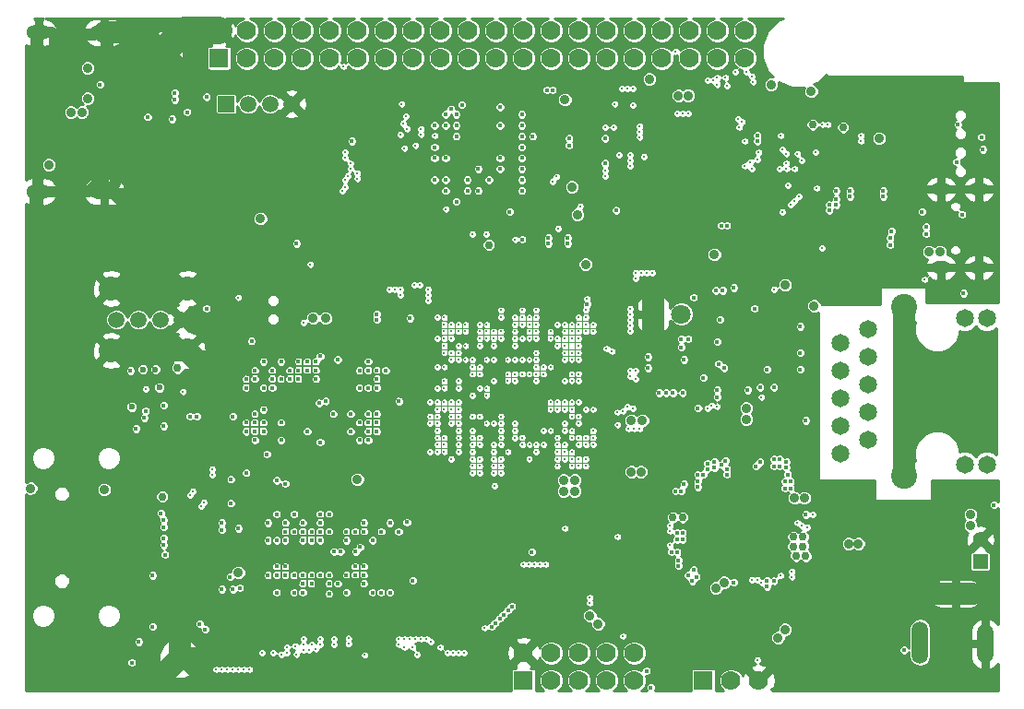
<source format=gbr>
G04 #@! TF.FileFunction,Copper,L2,Inr,Plane*
%FSLAX46Y46*%
G04 Gerber Fmt 4.6, Leading zero omitted, Abs format (unit mm)*
G04 Created by KiCad (PCBNEW 201609201018+7184~55~ubuntu14.04.1-) date Fri Sep 23 16:30:51 2016*
%MOMM*%
%LPD*%
G01*
G04 APERTURE LIST*
%ADD10C,0.100000*%
%ADD11C,5.500000*%
%ADD12O,2.700000X1.300000*%
%ADD13O,2.300000X1.300000*%
%ADD14C,2.200000*%
%ADD15C,1.500000*%
%ADD16R,1.500000X1.500000*%
%ADD17C,1.778000*%
%ADD18R,1.778000X1.778000*%
%ADD19R,1.422400X1.422400*%
%ADD20R,0.400000X0.400000*%
%ADD21R,1.400000X1.400000*%
%ADD22C,1.400000*%
%ADD23C,1.650000*%
%ADD24C,2.400000*%
%ADD25R,1.800000X1.800000*%
%ADD26C,1.800000*%
%ADD27O,1.800000X1.200000*%
%ADD28O,1.500000X3.900000*%
%ADD29O,1.500000X3.600000*%
%ADD30O,3.700000X1.500000*%
%ADD31C,0.750000*%
%ADD32C,0.900000*%
%ADD33C,0.450000*%
%ADD34C,0.406400*%
%ADD35C,0.327000*%
%ADD36C,0.600000*%
%ADD37C,1.016000*%
%ADD38C,0.106600*%
%ADD39C,2.032000*%
%ADD40C,0.762000*%
%ADD41C,2.540000*%
%ADD42C,0.127000*%
%ADD43C,1.270000*%
%ADD44C,0.508000*%
%ADD45C,0.254000*%
G04 APERTURE END LIST*
D10*
D11*
X172800000Y-96600000D03*
D12*
X107597000Y-39182000D03*
X107597000Y-53782000D03*
D13*
X101547000Y-53782000D03*
X101547000Y-39182000D03*
D14*
X115212000Y-62682000D03*
X115212000Y-68382000D03*
X108212000Y-62682000D03*
X108212000Y-68382000D03*
D15*
X108712000Y-65532000D03*
X110712000Y-65532000D03*
X112712000Y-65532000D03*
X114712000Y-65532000D03*
D16*
X118793000Y-45720000D03*
D15*
X120793000Y-45720000D03*
X122793000Y-45720000D03*
X124793000Y-45720000D03*
D17*
X166370000Y-38989000D03*
X166370000Y-41529000D03*
X163830000Y-38989000D03*
X163830000Y-41529000D03*
X161290000Y-38989000D03*
X161290000Y-41529000D03*
X158750000Y-38989000D03*
X158750000Y-41529000D03*
X156210000Y-38989000D03*
X156210000Y-41529000D03*
X146050000Y-38989000D03*
X146050000Y-41529000D03*
X143510000Y-38989000D03*
X143510000Y-41529000D03*
X148590000Y-41529000D03*
X148590000Y-38989000D03*
X151130000Y-38989000D03*
X151130000Y-41529000D03*
X153670000Y-41529000D03*
X153670000Y-38989000D03*
X128270000Y-38989000D03*
X128270000Y-41529000D03*
X125730000Y-41529000D03*
X125730000Y-38989000D03*
X123190000Y-38989000D03*
X123190000Y-41529000D03*
D18*
X118110000Y-41529000D03*
D17*
X118110000Y-38989000D03*
X120650000Y-41529000D03*
X120650000Y-38989000D03*
X130810000Y-41529000D03*
X130810000Y-38989000D03*
X133350000Y-41529000D03*
X133350000Y-38989000D03*
X135890000Y-41529000D03*
X135890000Y-38989000D03*
X138430000Y-41529000D03*
X138430000Y-38989000D03*
X140970000Y-41529000D03*
X140970000Y-38989000D03*
X156210000Y-96139000D03*
X156210000Y-98679000D03*
X153670000Y-98679000D03*
X153670000Y-96139000D03*
X151130000Y-96139000D03*
X151130000Y-98679000D03*
D18*
X146050000Y-98679000D03*
D17*
X146050000Y-96139000D03*
X148590000Y-98679000D03*
X148590000Y-96139000D03*
D18*
X162560000Y-98679000D03*
D17*
X165100000Y-98679000D03*
X167640000Y-98679000D03*
D19*
X165862000Y-84645500D03*
D20*
X168062000Y-83845500D03*
X167362000Y-83845500D03*
X166662000Y-83845500D03*
X166662000Y-83145500D03*
X166662000Y-82445500D03*
X165062000Y-82445500D03*
X165062000Y-83145500D03*
X165062000Y-83845500D03*
X164362000Y-83845500D03*
X163662000Y-83845500D03*
X163662000Y-85445500D03*
X164362000Y-85445500D03*
X165062000Y-85445500D03*
X165062000Y-86145500D03*
X165062000Y-86845500D03*
X166662000Y-86845500D03*
X166662000Y-86145500D03*
X166662000Y-85445500D03*
X167362000Y-85445500D03*
X168062000Y-85445500D03*
D21*
X187982860Y-87749380D03*
D22*
X187980320Y-85737700D03*
D23*
X177673000Y-66421000D03*
X175133000Y-67691000D03*
X177673000Y-68961000D03*
X175133000Y-70231000D03*
X177673000Y-71501000D03*
X175133000Y-72771000D03*
X177673000Y-74041000D03*
X175133000Y-75311000D03*
X177673000Y-76581000D03*
X175133000Y-77851000D03*
X186563000Y-65405000D03*
X188595000Y-65405000D03*
X186563000Y-78867000D03*
X188595000Y-78867000D03*
D24*
X180975000Y-64389000D03*
X180975000Y-79883000D03*
D25*
X157988000Y-65024000D03*
D26*
X160528000Y-65024000D03*
D19*
X166624000Y-67310000D03*
D27*
X187842000Y-60750000D03*
X184372000Y-60750000D03*
X184372000Y-53550000D03*
X187842000Y-53550000D03*
D28*
X182441000Y-95174000D03*
D29*
X188441000Y-95324000D03*
D30*
X185695000Y-90724000D03*
D31*
X170815000Y-85471000D03*
X171704000Y-85471000D03*
D32*
X178689000Y-48895000D03*
X157607000Y-43434000D03*
X105537000Y-46482000D03*
X104521000Y-46482000D03*
X170058510Y-62357000D03*
X121911591Y-56269409D03*
X106045000Y-45212000D03*
D33*
X116967000Y-45085000D03*
D32*
X152908000Y-93472000D03*
X152146000Y-92710000D03*
D33*
X143129000Y-93726000D03*
X143459200Y-93395800D03*
X116840000Y-93980000D03*
X116332000Y-93472000D03*
X179451000Y-90678000D03*
D31*
X112903000Y-87884000D03*
D32*
X101092000Y-94361000D03*
X101092000Y-96774000D03*
X102235000Y-97917000D03*
X101092000Y-99060000D03*
X110490000Y-93853000D03*
X107188000Y-89662000D03*
X107188000Y-90551000D03*
D33*
X116459000Y-76962000D03*
X116459000Y-77470000D03*
X118364000Y-83566000D03*
X132080000Y-64262000D03*
X126200000Y-71000000D03*
X123000000Y-69400000D03*
X120600000Y-76600000D03*
X132200000Y-89800000D03*
X129000000Y-89000000D03*
X125800000Y-83400000D03*
X124200000Y-90600000D03*
X159385000Y-98171000D03*
X159385000Y-98679000D03*
D32*
X101092000Y-42672000D03*
X101092000Y-41021000D03*
X106299000Y-50038000D03*
X106299000Y-51943000D03*
X101092000Y-51562000D03*
X101092000Y-49784000D03*
X101092000Y-48006000D03*
X101092000Y-46101000D03*
X101092000Y-44323000D03*
D34*
X147875000Y-75075000D03*
D33*
X174752000Y-49657000D03*
X175260000Y-49657000D03*
X161290000Y-62484000D03*
D32*
X128270000Y-59938490D03*
X127254000Y-59938490D03*
X162306000Y-46741510D03*
X163322000Y-46741510D03*
D33*
X100838000Y-83185000D03*
D32*
X128143000Y-46863000D03*
X129921000Y-46863000D03*
X129032000Y-46863000D03*
X130810000Y-44577000D03*
X129921000Y-44577000D03*
D33*
X184912000Y-62484000D03*
X148971000Y-50673000D03*
D32*
X177927000Y-63500000D03*
X176911000Y-63500000D03*
D33*
X178689000Y-56261000D03*
X154813000Y-48895000D03*
X153543000Y-50165000D03*
D32*
X153670000Y-45339000D03*
D33*
X148971000Y-48133000D03*
X148971000Y-49149000D03*
X149606000Y-50927000D03*
D32*
X153797000Y-56007000D03*
X146500000Y-59600000D03*
X146500000Y-60600000D03*
D33*
X137900000Y-46700000D03*
X138900000Y-48700000D03*
X140900000Y-48700000D03*
X143900000Y-46700000D03*
X142900000Y-53700000D03*
X144900000Y-46700000D03*
X144900000Y-47700000D03*
X144900000Y-48700000D03*
X144900000Y-49700000D03*
X144900000Y-50700000D03*
X144900000Y-51700000D03*
X144900000Y-53700000D03*
X144900000Y-52700000D03*
X139900000Y-51700000D03*
X139900000Y-53700000D03*
D32*
X127381000Y-58928000D03*
X122555000Y-58928000D03*
D33*
X137900000Y-53700000D03*
X131064000Y-49149000D03*
X123825000Y-48514000D03*
D32*
X121793000Y-48260000D03*
X120142000Y-48260000D03*
X118364000Y-48260000D03*
D33*
X122809000Y-48514000D03*
X132600000Y-76600000D03*
X125222000Y-65659000D03*
X131800000Y-71000000D03*
D35*
X138125000Y-64675000D03*
D33*
X132600000Y-69400000D03*
D35*
X145925000Y-66625000D03*
D32*
X164211000Y-58420000D03*
D33*
X158242000Y-68072000D03*
D32*
X161290000Y-76835000D03*
D33*
X166878000Y-61341000D03*
X117602000Y-44196000D03*
X124714000Y-49403000D03*
X126365000Y-51054000D03*
X172085000Y-66167000D03*
D32*
X114681000Y-55880000D03*
X113538000Y-55880000D03*
X107188000Y-91440000D03*
X129794000Y-67183000D03*
D33*
X122200000Y-76600000D03*
X123800000Y-75800000D03*
X131000000Y-69400000D03*
X128200000Y-76800000D03*
X131000000Y-75800000D03*
D32*
X182626000Y-47371000D03*
D33*
X184023000Y-46355000D03*
X182499000Y-45974000D03*
X181229000Y-45974000D03*
X179959000Y-45974000D03*
X179324000Y-45339000D03*
X180594000Y-45339000D03*
X181864000Y-45339000D03*
X183134000Y-45339000D03*
X186436000Y-45593000D03*
X185039000Y-45593000D03*
X177292000Y-43815000D03*
X178689000Y-43815000D03*
X179959000Y-43815000D03*
X181229000Y-43815000D03*
X182499000Y-43815000D03*
X183769000Y-43815000D03*
X185039000Y-43815000D03*
X179324000Y-43434000D03*
X178054000Y-43434000D03*
D32*
X167132000Y-54737000D03*
X174503225Y-60584225D03*
D33*
X144272000Y-99314000D03*
D32*
X148971000Y-84836000D03*
X137922000Y-91053480D03*
X139446000Y-91053480D03*
X101092000Y-76327000D03*
X102362000Y-94361000D03*
X102362000Y-95504000D03*
X107569000Y-80010000D03*
X111379000Y-94234000D03*
X123571000Y-58928000D03*
D33*
X154305000Y-71628000D03*
D32*
X183642000Y-55118000D03*
X184658000Y-55118000D03*
D35*
X140725000Y-67275000D03*
X138775000Y-75075000D03*
X139425000Y-75725000D03*
X152425000Y-65325000D03*
X145925000Y-74425000D03*
D33*
X107188000Y-43307000D03*
X107188000Y-50800000D03*
X107188000Y-49276000D03*
X107188000Y-47752000D03*
X107188000Y-46228000D03*
X111506000Y-51816000D03*
X111506000Y-48895000D03*
X111506000Y-45974000D03*
X113792000Y-45974000D03*
X113792000Y-51816000D03*
X113792000Y-48895000D03*
D32*
X102108000Y-76327000D03*
D33*
X119200000Y-83100000D03*
X132200000Y-84200000D03*
X130600000Y-84200000D03*
D35*
X145275000Y-74425000D03*
X143325000Y-74425000D03*
D34*
X147225000Y-75075000D03*
X146575000Y-75075000D03*
X146575000Y-74425000D03*
X147225000Y-74425000D03*
X147875000Y-74425000D03*
X143325000Y-73775000D03*
X143975000Y-73775000D03*
X144625000Y-73775000D03*
X145275000Y-73775000D03*
X145925000Y-73775000D03*
X146575000Y-73775000D03*
X147225000Y-73775000D03*
X146575000Y-73125000D03*
X145925000Y-73125000D03*
X145275000Y-73125000D03*
X144625000Y-73125000D03*
X143975000Y-73125000D03*
X142675000Y-73125000D03*
X143325000Y-73125000D03*
X147875000Y-73775000D03*
D35*
X149175000Y-74425000D03*
X148525000Y-74425000D03*
D34*
X147875000Y-72475000D03*
X147225000Y-72475000D03*
X146575000Y-72475000D03*
X145925000Y-72475000D03*
X145275000Y-72475000D03*
X144625000Y-72475000D03*
D35*
X143325000Y-72475000D03*
D34*
X143975000Y-72475000D03*
X147875000Y-73125000D03*
X147225000Y-73125000D03*
D35*
X148525000Y-72475000D03*
X147875000Y-71825000D03*
X147225000Y-71825000D03*
X146575000Y-71825000D03*
X143975000Y-71175000D03*
X143325000Y-71825000D03*
X143975000Y-71825000D03*
X144625000Y-71825000D03*
X145275000Y-71825000D03*
X145925000Y-71175000D03*
X146575000Y-71175000D03*
X145925000Y-71825000D03*
X146575000Y-69875000D03*
X145925000Y-69875000D03*
X144625000Y-69875000D03*
X145275000Y-69875000D03*
D32*
X182753000Y-49657000D03*
X169672000Y-44577000D03*
X181610000Y-54991000D03*
X187325000Y-46101000D03*
X189103000Y-46101000D03*
D33*
X171831000Y-73025000D03*
X171831000Y-73533000D03*
X167259000Y-59309000D03*
X167259000Y-59817000D03*
D32*
X155829000Y-86741000D03*
X172085000Y-75819000D03*
X155829000Y-84709000D03*
X187452000Y-81026000D03*
X187452000Y-82169000D03*
D33*
X175514000Y-89027000D03*
X175514000Y-88265000D03*
X179832000Y-88900000D03*
X180340000Y-88900000D03*
D32*
X176784000Y-92202000D03*
X148971000Y-83820000D03*
D35*
X147225000Y-75725000D03*
X148525000Y-77025000D03*
X147225000Y-76375000D03*
X147875000Y-78325000D03*
D32*
X156083000Y-89408000D03*
X157099000Y-89408000D03*
X171831000Y-88265000D03*
D35*
X149175000Y-71175000D03*
D33*
X176530000Y-43434000D03*
X173990000Y-43434000D03*
X175260000Y-43434000D03*
D32*
X176530000Y-44577000D03*
D33*
X185674000Y-43434000D03*
X184404000Y-43434000D03*
X183134000Y-43434000D03*
X181864000Y-43434000D03*
X180594000Y-43434000D03*
D32*
X188976000Y-44450000D03*
X181737000Y-49657000D03*
D33*
X178689000Y-56769000D03*
D32*
X147500000Y-59600000D03*
X147500000Y-60600000D03*
D35*
X143975000Y-65975000D03*
X142675000Y-71175000D03*
X143325000Y-70525000D03*
X142025000Y-71175000D03*
X142025000Y-73775000D03*
D33*
X128200000Y-69200000D03*
X124600000Y-69400000D03*
X121400000Y-69400000D03*
X126200000Y-75000000D03*
X122428000Y-78613000D03*
X125222000Y-78613000D03*
X129400000Y-70200000D03*
X129800000Y-69200000D03*
X128600000Y-75000000D03*
X129000000Y-76800000D03*
X130200000Y-75000000D03*
X133400000Y-75800000D03*
X124200000Y-83400000D03*
X123400000Y-84200000D03*
X122600000Y-90600000D03*
X126600000Y-90600000D03*
X128200000Y-84200000D03*
D35*
X142025000Y-75725000D03*
X137475000Y-79625000D03*
X138775000Y-78325000D03*
X142025000Y-77675000D03*
X144625000Y-77025000D03*
X143975000Y-77675000D03*
X145275000Y-77675000D03*
X145275000Y-77025000D03*
D33*
X133000000Y-84200000D03*
X131400000Y-90600000D03*
X135400000Y-90600000D03*
X133000000Y-89800000D03*
X134600000Y-84200000D03*
X130600000Y-90600000D03*
X134600000Y-90600000D03*
X130600000Y-89800000D03*
X134600000Y-85800000D03*
X132200000Y-85000000D03*
D34*
X142675000Y-73775000D03*
D35*
X148525000Y-75075000D03*
D33*
X127254000Y-67437000D03*
X125349000Y-67437000D03*
X123444000Y-67437000D03*
X121885000Y-67437000D03*
X121100000Y-67500000D03*
X128200000Y-89000000D03*
X146812000Y-86868000D03*
X121400000Y-76600000D03*
X123800000Y-76600000D03*
X129000000Y-69200000D03*
D32*
X166497000Y-73660000D03*
D35*
X143975000Y-74425000D03*
D33*
X134600000Y-85000000D03*
X133800000Y-84200000D03*
X131400000Y-84200000D03*
D35*
X142675000Y-75075000D03*
X143325000Y-75075000D03*
X143975000Y-75725000D03*
X143975000Y-76375000D03*
X143975000Y-75075000D03*
X145275000Y-75075000D03*
X145275000Y-75725000D03*
D32*
X166497000Y-74676000D03*
D35*
X141375000Y-74425000D03*
X142025000Y-74425000D03*
D33*
X119200000Y-82400000D03*
X126200000Y-70200000D03*
X127000000Y-70200000D03*
X123800000Y-69400000D03*
X122200000Y-69400000D03*
X126200000Y-75800000D03*
X133400000Y-70200000D03*
X132600000Y-70200000D03*
X131000000Y-70200000D03*
X131800000Y-69400000D03*
X128600000Y-74200000D03*
X127400000Y-76800000D03*
X130200000Y-75800000D03*
X132600000Y-75800000D03*
X131000000Y-76600000D03*
X125000000Y-83400000D03*
X123400000Y-83400000D03*
X127400000Y-85000000D03*
X123400000Y-90600000D03*
X125000000Y-90600000D03*
X135900000Y-89500000D03*
X129800000Y-85000000D03*
X133000000Y-85000000D03*
X132200000Y-90600000D03*
X135354607Y-84148773D03*
X133800000Y-90600000D03*
X133000000Y-90600000D03*
X130600000Y-89000000D03*
X129800000Y-90600000D03*
X131800000Y-76600000D03*
X119380000Y-74422000D03*
X119200000Y-80200000D03*
X119900000Y-84700000D03*
X123800000Y-75000000D03*
X126600000Y-89800000D03*
X127400000Y-68900000D03*
D32*
X130800000Y-80200000D03*
D35*
X141375000Y-76375000D03*
D32*
X107569000Y-81153000D03*
X100838000Y-81026000D03*
D33*
X118364000Y-84201000D03*
X157734000Y-99314000D03*
D32*
X149860000Y-45333490D03*
X160274000Y-44958000D03*
X161163000Y-44952490D03*
D33*
X154559000Y-55499000D03*
X153543000Y-51181000D03*
D32*
X151003000Y-55880000D03*
D33*
X130302000Y-49149000D03*
D35*
X147875000Y-69875000D03*
D32*
X163576000Y-59563000D03*
D33*
X125222000Y-58547000D03*
X143891000Y-92964000D03*
X144221200Y-92633800D03*
X186309000Y-55880000D03*
D32*
X119888000Y-88773000D03*
D35*
X144625000Y-69225000D03*
X147875000Y-70525000D03*
D31*
X142875000Y-58674000D03*
D32*
X172466000Y-44577000D03*
D33*
X180975000Y-95885000D03*
D35*
X148525000Y-69875000D03*
X145275000Y-67925000D03*
X145275000Y-67275000D03*
D32*
X156839490Y-79502000D03*
X155956000Y-79502000D03*
D33*
X146900000Y-48700000D03*
X118364000Y-84836000D03*
D31*
X112903000Y-81788000D03*
D36*
X112649000Y-71755000D03*
D33*
X132588000Y-65024000D03*
X132588000Y-65532000D03*
D35*
X137475000Y-73125000D03*
D33*
X113030000Y-85598000D03*
D35*
X140075000Y-71175000D03*
D36*
X110109000Y-73533000D03*
D32*
X127889000Y-65405000D03*
D33*
X160147000Y-86868000D03*
X159639000Y-86868000D03*
D35*
X145925000Y-69225000D03*
X141375000Y-70525000D03*
D31*
X172593000Y-47625000D03*
D36*
X111125000Y-70104000D03*
D32*
X126746000Y-65405000D03*
D35*
X140075000Y-71825000D03*
D33*
X170053000Y-81026000D03*
X170561000Y-81026000D03*
D35*
X138775000Y-73125000D03*
X116713000Y-82296000D03*
X138125000Y-69875000D03*
X141375000Y-72475000D03*
X142025000Y-71825000D03*
D33*
X135636000Y-65405000D03*
D35*
X138125000Y-71825000D03*
D33*
X119126000Y-89154000D03*
X113030000Y-86233000D03*
D35*
X138125000Y-73125000D03*
X116459000Y-82677000D03*
X138775000Y-69875000D03*
X140075000Y-73125000D03*
X140075000Y-73775000D03*
D32*
X184277000Y-59309000D03*
D31*
X171069000Y-87249000D03*
X171958000Y-87249000D03*
D32*
X183261000Y-59309000D03*
D35*
X182880000Y-61849000D03*
D33*
X179705000Y-58674000D03*
D35*
X156718000Y-75565000D03*
X172974000Y-53467000D03*
D32*
X102489000Y-51308000D03*
D31*
X114300000Y-69977000D03*
D33*
X162052000Y-80899000D03*
X162052000Y-80391000D03*
D35*
X145275000Y-69225000D03*
D33*
X174752000Y-53721000D03*
X164211000Y-56896000D03*
X164719000Y-56896000D03*
X150114000Y-58547000D03*
X150114000Y-58039000D03*
D35*
X147225000Y-68575000D03*
D33*
X164211000Y-78867000D03*
X164592000Y-78486000D03*
X176022000Y-54229000D03*
X176022000Y-53721000D03*
D35*
X142675000Y-69225000D03*
D33*
X160147000Y-85725000D03*
X160655000Y-85725000D03*
X179070000Y-53721000D03*
X179070000Y-54229000D03*
X144780000Y-55626000D03*
X169545000Y-78359000D03*
X169037000Y-78359000D03*
D35*
X142025000Y-69875000D03*
D32*
X150749000Y-80269520D03*
X149733000Y-81280000D03*
X149733000Y-80264000D03*
D35*
X149175000Y-77025000D03*
X149825000Y-77025000D03*
X148525000Y-75725000D03*
X149175000Y-76375000D03*
X150475000Y-77675000D03*
X149825000Y-77675000D03*
X149175000Y-77675000D03*
X151775000Y-78975000D03*
X151775000Y-78325000D03*
X150475000Y-78975000D03*
X151125000Y-78975000D03*
X151125000Y-78325000D03*
X150475000Y-78325000D03*
X149825000Y-78325000D03*
X149175000Y-78325000D03*
X149175000Y-78975000D03*
D32*
X150749000Y-81280000D03*
D33*
X160782000Y-80645000D03*
D32*
X163703000Y-90170000D03*
D33*
X160528000Y-81280000D03*
X160020000Y-81280000D03*
D32*
X187071000Y-84455000D03*
X187071000Y-83439000D03*
D33*
X169545000Y-78994000D03*
X169037000Y-78994000D03*
X167386000Y-78994000D03*
X167767000Y-78613000D03*
X164719000Y-79756000D03*
X164719000Y-79248000D03*
X162941000Y-79248000D03*
X162941000Y-78740000D03*
D31*
X159766000Y-83693000D03*
X160655000Y-83693000D03*
D33*
X160274000Y-88138000D03*
X160274000Y-87630000D03*
D32*
X164465000Y-89662000D03*
D31*
X171704000Y-86360000D03*
X170815000Y-86360000D03*
D32*
X171831000Y-81915000D03*
X170942000Y-81915000D03*
X175895000Y-86106000D03*
X176784000Y-86106000D03*
D33*
X171958000Y-83439000D03*
D32*
X169418000Y-94742000D03*
X170053000Y-93980000D03*
D33*
X161925000Y-89154000D03*
X161544000Y-89535000D03*
D36*
X112268000Y-70104000D03*
D33*
X116967000Y-64516000D03*
X168402000Y-90043000D03*
X168402000Y-89535000D03*
D35*
X141375000Y-69225000D03*
D32*
X156972000Y-74803000D03*
X155956000Y-74803000D03*
D35*
X144625000Y-71175000D03*
X145275000Y-71175000D03*
X147225000Y-71175000D03*
X147225000Y-69875000D03*
X147225000Y-70525000D03*
X146575000Y-70525000D03*
X145925000Y-70525000D03*
X144625000Y-70525000D03*
X145275000Y-70525000D03*
X142675000Y-72475000D03*
X143325000Y-71175000D03*
X142675000Y-71825000D03*
X177038000Y-48641000D03*
D33*
X185928000Y-47625000D03*
D35*
X129540000Y-42291000D03*
X140075000Y-68575000D03*
X167894000Y-72644000D03*
X167005000Y-89408000D03*
D33*
X144653000Y-92202000D03*
X144983200Y-91871800D03*
X162560000Y-79756000D03*
X162052000Y-79756000D03*
X174752000Y-54483000D03*
X163576000Y-79121000D03*
X163576000Y-78613000D03*
X174752000Y-54991000D03*
D32*
X151759490Y-60452000D03*
D33*
X174117000Y-55499000D03*
X174117000Y-54991000D03*
X160147000Y-85090000D03*
X160655000Y-85090000D03*
X170053000Y-80391000D03*
X170561000Y-80391000D03*
D32*
X168783000Y-43942000D03*
D33*
X170307000Y-79756000D03*
D35*
X177038000Y-49149000D03*
D33*
X185801000Y-51054000D03*
D35*
X172085000Y-84582000D03*
D33*
X148209000Y-44450000D03*
X148717000Y-44450000D03*
X148336000Y-58039000D03*
X148336000Y-58547000D03*
D31*
X175387000Y-47879000D03*
D35*
X143325000Y-69225000D03*
D33*
X170180000Y-79121000D03*
X170180000Y-78613000D03*
X169037000Y-89535000D03*
D35*
X138125000Y-67275000D03*
X136525000Y-62357000D03*
X136017000Y-62357000D03*
X138775000Y-67925000D03*
D33*
X145923000Y-58166000D03*
D35*
X146575000Y-69225000D03*
X141375000Y-69875000D03*
X133731000Y-62738000D03*
X167513000Y-96774000D03*
D33*
X157353000Y-97790000D03*
D35*
X150475000Y-75725000D03*
X148525000Y-73125000D03*
D33*
X107188000Y-43942000D03*
X113792000Y-47117000D03*
X111569500Y-46926500D03*
D35*
X140725000Y-66625000D03*
D32*
X106045000Y-42418000D03*
D35*
X163830000Y-43942000D03*
X151775000Y-65975000D03*
X157861000Y-61214000D03*
X140075000Y-65975000D03*
X152425000Y-66625000D03*
X139425000Y-67275000D03*
X150475000Y-65975000D03*
X139425000Y-65975000D03*
X164719000Y-44069000D03*
X151775000Y-66625000D03*
X139425000Y-66625000D03*
X149825000Y-65975000D03*
X156083000Y-44323000D03*
X138775000Y-65975000D03*
X163449000Y-43561000D03*
X151775000Y-65325000D03*
X138775000Y-67275000D03*
X164592000Y-43307000D03*
X150475000Y-68575000D03*
X155575000Y-44323000D03*
X151257000Y-55118000D03*
X147225000Y-67275000D03*
X163830000Y-43307000D03*
X152425000Y-65975000D03*
X166370000Y-49149000D03*
X151125000Y-67925000D03*
X140725000Y-69225000D03*
X119888000Y-63500000D03*
X134747000Y-63246000D03*
X161163000Y-46609000D03*
X151775000Y-64675000D03*
X160147000Y-46609000D03*
X151125000Y-65325000D03*
X160020000Y-40894000D03*
X148525000Y-73775000D03*
X160655000Y-46609000D03*
X151125000Y-65975000D03*
X155702000Y-75565000D03*
X167132000Y-43688000D03*
X151125000Y-67275000D03*
X165862000Y-47879000D03*
X165481000Y-42799000D03*
X149175000Y-73125000D03*
X166116000Y-47371000D03*
X149825000Y-68575000D03*
X156210000Y-75565000D03*
X167005000Y-43180000D03*
X156083000Y-45847000D03*
X149825000Y-66625000D03*
X149825000Y-75725000D03*
X166497000Y-42799000D03*
X165735000Y-47117000D03*
X150475000Y-67275000D03*
X155067000Y-44323000D03*
X154813000Y-50419000D03*
X147225000Y-66625000D03*
D33*
X115189000Y-46482000D03*
D35*
X142025000Y-65975000D03*
D33*
X114046000Y-45339000D03*
D35*
X140075000Y-66625000D03*
D33*
X115443000Y-74422000D03*
D35*
X138775000Y-71825000D03*
X111379000Y-71882000D03*
X125857000Y-65786000D03*
X138775000Y-73775000D03*
D33*
X116078000Y-74422000D03*
D35*
X138775000Y-71175000D03*
X122051034Y-96134966D03*
X150475000Y-73775000D03*
X149825000Y-73125000D03*
X120904000Y-97663000D03*
X149825000Y-73775000D03*
X120396000Y-97663000D03*
X123063000Y-96139000D03*
X148082000Y-88011000D03*
X152425000Y-76375000D03*
X150475000Y-71175000D03*
X156083000Y-73660000D03*
X119888000Y-97663000D03*
X123825000Y-96266000D03*
X155194000Y-73914000D03*
D33*
X163703000Y-62865000D03*
D35*
X151125000Y-77025000D03*
X147574000Y-88011000D03*
X125222000Y-96266000D03*
X125095000Y-95504000D03*
X150475000Y-74425000D03*
X125857000Y-95885000D03*
X162941000Y-73660000D03*
X126365000Y-95885000D03*
X163830000Y-73533000D03*
X127000000Y-95758000D03*
D33*
X162052000Y-73660000D03*
D35*
X142494000Y-93853000D03*
X156337000Y-70231000D03*
X149175000Y-67925000D03*
X139573000Y-96139000D03*
X151125000Y-70525000D03*
X131495800Y-96342200D03*
X149825000Y-67275000D03*
X139065000Y-96139000D03*
X151125000Y-68575000D03*
X138430000Y-95631000D03*
X151125000Y-66625000D03*
X136271000Y-96266000D03*
X140589000Y-96139000D03*
X154178000Y-68453000D03*
X140081000Y-96139000D03*
X153670000Y-68199000D03*
D33*
X160528000Y-68072000D03*
D35*
X137160000Y-94869000D03*
X155829000Y-70231000D03*
X136144000Y-94869000D03*
D33*
X163830000Y-72009000D03*
D35*
X135636000Y-94869000D03*
D33*
X163830000Y-72644000D03*
D35*
X135128000Y-94869000D03*
X163322000Y-73406000D03*
X150475000Y-73125000D03*
X154686000Y-85471000D03*
X134620000Y-94869000D03*
X151125000Y-69225000D03*
X134620000Y-95377000D03*
X135128000Y-95631000D03*
D33*
X160782000Y-69215000D03*
D35*
X149825000Y-67925000D03*
X136652000Y-94869000D03*
X156337000Y-70993000D03*
X151125000Y-71175000D03*
X135890000Y-95631000D03*
D33*
X157480000Y-68961000D03*
D35*
X149825000Y-69225000D03*
X137541000Y-95123000D03*
X150475000Y-69225000D03*
D33*
X157480000Y-69977000D03*
X112776000Y-83312000D03*
D35*
X152425000Y-73775000D03*
D33*
X113030000Y-83947000D03*
D35*
X151775000Y-76375000D03*
X149175000Y-73775000D03*
D33*
X113030000Y-84582000D03*
X113157000Y-87122000D03*
D35*
X154686000Y-75184000D03*
D33*
X120015000Y-90170000D03*
D35*
X149825000Y-71175000D03*
D33*
X119380000Y-90297000D03*
D35*
X151775000Y-73775000D03*
X154686000Y-74041000D03*
D33*
X118364000Y-90297000D03*
D35*
X147066000Y-88011000D03*
X151125000Y-76375000D03*
X146050000Y-88011000D03*
X149825000Y-75075000D03*
X147225000Y-64675000D03*
X124333000Y-95631000D03*
X129667000Y-50673000D03*
X146558000Y-88011000D03*
X150475000Y-76375000D03*
X124333000Y-96139000D03*
X147225000Y-65325000D03*
X129667000Y-50165000D03*
X129992889Y-94811792D03*
X145925000Y-65325000D03*
X130810000Y-52578000D03*
X125857000Y-94869000D03*
X146575000Y-65975000D03*
X130175000Y-51689000D03*
X129988170Y-95317170D03*
X145925000Y-64675000D03*
X130810000Y-52070000D03*
X125857000Y-95377000D03*
X146575000Y-65325000D03*
X130175000Y-51181000D03*
X128651000Y-94869000D03*
X129413000Y-53721000D03*
X143975000Y-65325000D03*
X145275000Y-65975000D03*
X127381000Y-94869000D03*
X129667000Y-52705000D03*
X128651000Y-95377000D03*
X129667000Y-53340000D03*
X143975000Y-64675000D03*
X145275000Y-65325000D03*
X127381000Y-95377000D03*
X129921000Y-52324000D03*
X153543000Y-52324000D03*
D33*
X188214000Y-49911000D03*
X120600000Y-71000000D03*
D35*
X139425000Y-73775000D03*
D33*
X122600000Y-84200000D03*
D35*
X141375000Y-78975000D03*
X141375000Y-78325000D03*
D33*
X128200000Y-90700000D03*
X125800000Y-90600000D03*
D35*
X149100000Y-52400000D03*
D33*
X143900000Y-50700000D03*
D35*
X142621000Y-57658000D03*
X143325000Y-67275000D03*
D33*
X182626000Y-55626000D03*
D35*
X151125000Y-75075000D03*
X172847000Y-50165000D03*
X169037000Y-62738000D03*
X169672000Y-89027000D03*
X173431200Y-58978800D03*
X138938000Y-55372000D03*
X126492000Y-60452000D03*
D33*
X114046000Y-44704000D03*
D35*
X140725000Y-65975000D03*
X169545000Y-51689000D03*
X149175000Y-65975000D03*
X155829000Y-50927000D03*
X166877994Y-51054000D03*
X169799000Y-55626000D03*
X137287000Y-62738000D03*
X167005000Y-51689000D03*
X155829000Y-70739000D03*
X150475000Y-70525000D03*
X152425000Y-77025000D03*
X152425000Y-75725000D03*
X151125000Y-74425000D03*
X159512000Y-86233000D03*
X171196000Y-84201000D03*
X134747000Y-48514000D03*
D33*
X110744000Y-95123000D03*
D35*
X170688000Y-89154000D03*
X171577000Y-84455000D03*
X142025000Y-67925000D03*
X159512000Y-84455000D03*
D33*
X179832000Y-57404000D03*
X179705000Y-58039000D03*
D35*
X159512000Y-84963000D03*
D33*
X110490000Y-75565000D03*
D35*
X134747000Y-62738000D03*
X139425000Y-68575000D03*
X152146000Y-91567000D03*
X167513000Y-89408000D03*
D33*
X188087000Y-48768000D03*
X109982000Y-70231000D03*
D35*
X134239000Y-62738000D03*
X138775000Y-68575000D03*
D33*
X110109000Y-97028000D03*
D35*
X167894000Y-89662000D03*
X155194000Y-94615000D03*
X142025000Y-70525000D03*
X151125000Y-73125000D03*
X134874000Y-45720000D03*
X145275000Y-66625000D03*
X135255000Y-46863000D03*
X143975000Y-67275000D03*
X135001000Y-47498000D03*
X143325000Y-66625000D03*
X135382000Y-48006000D03*
X142675000Y-66625000D03*
X136652000Y-48514000D03*
X145925000Y-67275000D03*
D33*
X138900000Y-53700000D03*
D35*
X136144000Y-49530000D03*
X143975000Y-66625000D03*
D33*
X138900000Y-52700000D03*
D35*
X142675000Y-65975000D03*
X135128000Y-49784000D03*
D33*
X140900000Y-53700000D03*
D35*
X137922000Y-48641000D03*
X145925000Y-65975000D03*
D33*
X141900000Y-53700000D03*
D35*
X148717000Y-52832000D03*
D33*
X143900000Y-51700000D03*
D35*
X141351000Y-57658000D03*
X142025000Y-66625000D03*
X136652000Y-48006000D03*
X145288000Y-58166000D03*
D33*
X141900000Y-51700000D03*
D35*
X114808000Y-72136000D03*
X139425000Y-73125000D03*
X167640000Y-50165000D03*
X157353000Y-61214000D03*
X155829000Y-51435000D03*
X166370004Y-51435000D03*
X148525000Y-67275000D03*
X169799000Y-49911000D03*
X157099000Y-50546000D03*
X150475000Y-66625000D03*
X170180000Y-51689000D03*
X156845000Y-61214000D03*
X155829000Y-50419000D03*
X167513000Y-50800000D03*
X148525000Y-66625000D03*
X171577000Y-50927000D03*
X155829000Y-66040000D03*
X137287000Y-63246000D03*
X170180000Y-50292000D03*
X170180000Y-51181000D03*
X137287000Y-63754000D03*
X154305000Y-47879000D03*
X149225000Y-57150000D03*
X117856000Y-97663000D03*
X143325000Y-67925000D03*
X118872000Y-97663000D03*
D33*
X153543000Y-48895000D03*
D35*
X146575000Y-66625000D03*
X153543000Y-47879000D03*
X118364000Y-97663000D03*
X147225000Y-65975000D03*
X119380000Y-97663000D03*
X154432000Y-45720000D03*
X153543000Y-51816000D03*
X146575000Y-67275000D03*
X170688000Y-88646000D03*
X172593000Y-83439000D03*
X170942000Y-51689000D03*
X156337000Y-61214000D03*
X170307000Y-53213000D03*
X156337000Y-61722000D03*
X156718000Y-47752000D03*
X138775000Y-66625000D03*
X173990000Y-47625000D03*
X170942000Y-54610000D03*
X155829000Y-65024000D03*
X171323000Y-54229000D03*
X155829000Y-64516000D03*
X156718000Y-48768000D03*
X140725000Y-67925000D03*
X169672000Y-48641000D03*
X173482000Y-47625000D03*
X156718000Y-48260000D03*
X140075000Y-67925000D03*
D33*
X130600000Y-85000000D03*
D35*
X141375000Y-79625000D03*
X142025000Y-79625000D03*
D33*
X129800000Y-85800000D03*
D35*
X143325000Y-79625000D03*
D33*
X130600000Y-88200000D03*
X129800000Y-89000000D03*
D35*
X143975000Y-79625000D03*
D33*
X134620000Y-73025000D03*
X130200000Y-74200000D03*
X132200000Y-85800000D03*
D35*
X142025000Y-78975000D03*
D33*
X131400000Y-88200000D03*
D35*
X143383000Y-80772000D03*
D33*
X131400000Y-89800000D03*
D35*
X143975000Y-78975000D03*
D33*
X120600000Y-75800000D03*
D35*
X139425000Y-78325000D03*
D33*
X122600000Y-89000000D03*
X121400000Y-75800000D03*
D35*
X141375000Y-77675000D03*
D33*
X123400000Y-89000000D03*
X131400000Y-85000000D03*
D35*
X142025000Y-78325000D03*
D33*
X123400000Y-80300000D03*
D35*
X143325000Y-77675000D03*
D33*
X128200000Y-89800000D03*
X131400000Y-89000000D03*
D35*
X143975000Y-78325000D03*
D33*
X120600000Y-79600000D03*
D35*
X147225000Y-77675000D03*
D33*
X125800000Y-89800000D03*
D35*
X137475000Y-77675000D03*
D33*
X131000000Y-75000000D03*
D35*
X138125000Y-77675000D03*
D33*
X131800000Y-75800000D03*
X121400000Y-71000000D03*
X123400000Y-85800000D03*
D35*
X138775000Y-77675000D03*
D33*
X121400000Y-70200000D03*
X124200000Y-84200000D03*
D35*
X140075000Y-77675000D03*
D33*
X123000000Y-71000000D03*
X124200000Y-85000000D03*
D35*
X141375000Y-77025000D03*
D33*
X120600000Y-75000000D03*
D35*
X143325000Y-77025000D03*
D33*
X123400000Y-88200000D03*
X122500000Y-77900000D03*
X127400000Y-89000000D03*
D35*
X144625000Y-77675000D03*
D33*
X122200000Y-75000000D03*
X125000000Y-89000000D03*
D35*
X146575000Y-78325000D03*
D33*
X122200000Y-73800000D03*
X126600000Y-89000000D03*
D35*
X147225000Y-77025000D03*
D33*
X121400000Y-75000000D03*
D35*
X147875000Y-77025000D03*
D33*
X124200000Y-88200000D03*
X131800000Y-75000000D03*
D35*
X138125000Y-77025000D03*
D33*
X132600000Y-75000000D03*
D35*
X138775000Y-77025000D03*
D33*
X126200000Y-69400000D03*
X127400000Y-83400000D03*
D35*
X140075000Y-77025000D03*
D33*
X125400000Y-70200000D03*
X126600000Y-85000000D03*
D35*
X140075000Y-76375000D03*
D33*
X125400000Y-69400000D03*
X127400000Y-84200000D03*
D35*
X142025000Y-77025000D03*
D33*
X121400000Y-74200000D03*
X125800000Y-89000000D03*
D35*
X143975000Y-77025000D03*
D33*
X122200000Y-71800000D03*
D35*
X145925000Y-77025000D03*
D33*
X124200000Y-85800000D03*
X123000000Y-71800000D03*
D35*
X145925000Y-76375000D03*
D33*
X125800000Y-85800000D03*
D35*
X151775000Y-77025000D03*
D33*
X123800000Y-71000000D03*
D35*
X138775000Y-76375000D03*
D33*
X125800000Y-85000000D03*
X124200000Y-80600000D03*
D35*
X142025000Y-76375000D03*
D33*
X129000000Y-89800000D03*
D35*
X145275000Y-76375000D03*
D33*
X123000000Y-70200000D03*
X125000000Y-85000000D03*
X122200000Y-75800000D03*
X124200000Y-89000000D03*
D35*
X146575000Y-77025000D03*
X152146000Y-91059000D03*
X149860000Y-84709000D03*
D33*
X165354000Y-89662000D03*
D35*
X147875000Y-75725000D03*
D33*
X132600000Y-71800000D03*
D35*
X137475000Y-75075000D03*
X138125000Y-75075000D03*
D33*
X131000000Y-71800000D03*
X127000000Y-69400000D03*
X128200000Y-83400000D03*
D35*
X140075000Y-75725000D03*
D33*
X127000000Y-71000000D03*
D35*
X141375000Y-75725000D03*
D33*
X128200000Y-85000000D03*
X131800000Y-71800000D03*
D35*
X137475000Y-74425000D03*
D33*
X132600000Y-71000000D03*
D35*
X138125000Y-74425000D03*
D33*
X124600000Y-71000000D03*
D35*
X139425000Y-74425000D03*
D33*
X126600000Y-85800000D03*
X124600000Y-70200000D03*
D35*
X139425000Y-75075000D03*
D33*
X125800000Y-84200000D03*
X120600000Y-71800000D03*
X122600000Y-85800000D03*
D35*
X140075000Y-75075000D03*
X138125000Y-73775000D03*
D33*
X131800000Y-70200000D03*
X125400000Y-71000000D03*
D35*
X140075000Y-74425000D03*
D33*
X127400000Y-85800000D03*
D35*
X155829000Y-66548000D03*
X171196000Y-50292000D03*
X170561000Y-54991000D03*
X155829000Y-65532000D03*
X126619000Y-95377000D03*
X155575000Y-73533000D03*
X142675000Y-67275000D03*
X142025000Y-67275000D03*
D33*
X130644024Y-86835010D03*
D35*
X143325000Y-78975000D03*
D33*
X131052024Y-86427010D03*
D35*
X143325000Y-78325000D03*
D33*
X127300000Y-73200000D03*
X128676400Y-86842600D03*
X127889000Y-73025000D03*
X129260600Y-86842600D03*
D35*
X138125000Y-76375000D03*
D33*
X132600000Y-74200000D03*
X131800000Y-74200000D03*
D35*
X138125000Y-75725000D03*
D33*
X151892000Y-64135000D03*
D35*
X149175000Y-67275000D03*
D32*
X181610000Y-69215000D03*
X184785000Y-69215000D03*
X187325000Y-69215000D03*
X188595000Y-70485000D03*
X185420000Y-70485000D03*
X182245000Y-70485000D03*
X180975000Y-71755000D03*
X184150000Y-71755000D03*
X187325000Y-71755000D03*
X188595000Y-73025000D03*
X185420000Y-73025000D03*
X182245000Y-73025000D03*
X180975000Y-74295000D03*
X184150000Y-74295000D03*
X187325000Y-74295000D03*
X188595000Y-75565000D03*
X185420000Y-75565000D03*
X182245000Y-75565000D03*
D33*
X160528000Y-67310000D03*
X162560000Y-70866000D03*
X167767000Y-71755000D03*
X164084000Y-65532000D03*
X165354000Y-62611000D03*
D32*
X172720000Y-64262000D03*
D33*
X171450000Y-70104000D03*
X166624000Y-72009000D03*
X169037000Y-71755000D03*
X164465000Y-69977000D03*
X163957000Y-69596000D03*
X163830000Y-67564000D03*
X161671000Y-63500000D03*
X167259000Y-64516000D03*
X171450000Y-68580000D03*
X171450000Y-66167000D03*
X161163000Y-67310000D03*
X189230000Y-82550000D03*
X171958000Y-74803000D03*
X186436000Y-63119000D03*
X168402000Y-70104000D03*
X164338000Y-62865000D03*
X158496000Y-72263000D03*
X160655000Y-72263000D03*
X159131000Y-72263000D03*
X159766000Y-72263000D03*
X167513000Y-49149000D03*
X167513000Y-48641000D03*
X139900000Y-47700000D03*
X150241000Y-49530000D03*
X150241000Y-48895000D03*
X143900000Y-46000000D03*
D32*
X150495000Y-53340000D03*
D33*
X139900000Y-46700000D03*
X137900000Y-47700000D03*
X139900000Y-48700000D03*
X143900000Y-47700000D03*
X142900000Y-52700000D03*
X139900000Y-54700000D03*
X140900000Y-52700000D03*
X137900000Y-52700000D03*
D35*
X147225000Y-69225000D03*
D33*
X145900000Y-53700000D03*
X145900000Y-52700000D03*
X145900000Y-51700000D03*
X145900000Y-50700000D03*
X145900000Y-49700000D03*
X145900000Y-48700000D03*
X145900000Y-47700000D03*
X145900000Y-46700000D03*
X137900000Y-49700000D03*
X138900000Y-50700000D03*
X140400000Y-45800000D03*
X138900000Y-47700000D03*
X139400000Y-46200000D03*
X138900000Y-46700000D03*
X137900000Y-50700000D03*
D35*
X117475000Y-79756000D03*
X115443000Y-81661000D03*
X117475000Y-79248000D03*
X115697000Y-81280000D03*
D33*
X183007000Y-57023000D03*
D35*
X138125000Y-65325000D03*
D33*
X183007000Y-57658000D03*
D35*
X138775000Y-65325000D03*
D33*
X112014000Y-89027000D03*
X112014000Y-93726000D03*
X111379000Y-73914000D03*
D35*
X139425000Y-69225000D03*
D33*
X113030000Y-73406000D03*
X111252000Y-74549000D03*
D35*
X140075000Y-69225000D03*
D33*
X113030000Y-75311000D03*
X161163000Y-89027000D03*
X161671000Y-88519000D03*
D35*
X162941000Y-43561000D03*
X151892000Y-63627000D03*
D37*
X106118000Y-53782000D02*
X104267000Y-53782000D01*
X104267000Y-53782000D02*
X103000000Y-53782000D01*
X104267000Y-51305000D02*
X104267000Y-53782000D01*
X103000000Y-50038000D02*
X103000000Y-39400000D01*
X103000000Y-50038000D02*
X104267000Y-51305000D01*
D38*
X140400000Y-68900000D02*
X140400000Y-69550000D01*
D39*
X112978500Y-41072500D02*
X111835500Y-41072500D01*
X111835500Y-41072500D02*
X109601000Y-43307000D01*
X112903000Y-40997000D02*
X112978500Y-41072500D01*
X112978500Y-41072500D02*
X115570000Y-43664000D01*
X115570000Y-43664000D02*
X115570000Y-44323000D01*
X112903000Y-40997000D02*
X112522000Y-41378000D01*
X112522000Y-41378000D02*
X112522000Y-44577000D01*
X112903000Y-40997000D02*
X111088000Y-39182000D01*
X111088000Y-39182000D02*
X107597000Y-39182000D01*
X115212000Y-62682000D02*
X117404000Y-62682000D01*
X117404000Y-62682000D02*
X117602000Y-62484000D01*
X117602000Y-62484000D02*
X117729000Y-62484000D01*
X115212000Y-68382000D02*
X116172000Y-69342000D01*
X116172000Y-69342000D02*
X118110000Y-69342000D01*
X115212000Y-62682000D02*
X108212000Y-62682000D01*
X115212000Y-68382000D02*
X108212000Y-68382000D01*
D37*
X114500000Y-96647000D02*
X116786000Y-98933000D01*
X116786000Y-98933000D02*
X121285000Y-98933000D01*
D39*
X114500000Y-96647000D02*
X116459000Y-96647000D01*
X116459000Y-96647000D02*
X117729000Y-95377000D01*
X117729000Y-95377000D02*
X119507000Y-95377000D01*
X114500000Y-96600000D02*
X114500000Y-96647000D01*
X114500000Y-96647000D02*
X114500000Y-92275000D01*
D40*
X111379000Y-94234000D02*
X109982000Y-94234000D01*
X109982000Y-94234000D02*
X108966000Y-95250000D01*
X108966000Y-95250000D02*
X108966000Y-98425000D01*
D41*
X118110000Y-38989000D02*
X114911000Y-38989000D01*
X114911000Y-38989000D02*
X112903000Y-40997000D01*
X112903000Y-40997000D02*
X113000000Y-40900000D01*
D39*
X112675000Y-98425000D02*
X114500000Y-96600000D01*
X108966000Y-98425000D02*
X112675000Y-98425000D01*
D38*
X148200000Y-78650000D02*
X152100000Y-78650000D01*
X148850000Y-78000000D02*
X150800000Y-78000000D01*
X146900000Y-77350000D02*
X150150000Y-77350000D01*
X152100000Y-76700000D02*
X152100000Y-77350000D01*
X151450000Y-76050000D02*
X151450000Y-77350000D01*
X145600000Y-76700000D02*
X149500000Y-76700000D01*
X148525000Y-75075000D02*
X148200000Y-75400000D01*
X148200000Y-75400000D02*
X148200000Y-76050000D01*
X152100000Y-74100000D02*
X152100000Y-73450000D01*
X148850000Y-72800000D02*
X149500000Y-72800000D01*
X149500000Y-72800000D02*
X149500000Y-74100000D01*
X148525000Y-72475000D02*
X148850000Y-72800000D01*
X148850000Y-72800000D02*
X148850000Y-74425000D01*
X150800000Y-76700000D02*
X150800000Y-70850000D01*
X150150000Y-76050000D02*
X150150000Y-70850000D01*
X150150000Y-76050000D02*
X151450000Y-76050000D01*
X151450000Y-76050000D02*
X152100000Y-76050000D01*
X150800000Y-65650000D02*
X152100000Y-65650000D01*
X151450000Y-65000000D02*
X152100000Y-65000000D01*
X141050000Y-66950000D02*
X151450000Y-66950000D01*
X140725000Y-67275000D02*
X141050000Y-66950000D01*
X152100000Y-65000000D02*
X152100000Y-65650000D01*
X151450000Y-66950000D02*
X151450000Y-65000000D01*
X152100000Y-65650000D02*
X152100000Y-66950000D01*
X152100000Y-66950000D02*
X152750000Y-66950000D01*
X148850000Y-65650000D02*
X144950000Y-65650000D01*
X145600000Y-67600000D02*
X144950000Y-67600000D01*
X148200000Y-70200000D02*
X148200000Y-69550000D01*
X146900000Y-68900000D02*
X147550000Y-68900000D01*
X143650000Y-65000000D02*
X147550000Y-65000000D01*
X141700000Y-67600000D02*
X143650000Y-67600000D01*
X142350000Y-66300000D02*
X141700000Y-66300000D01*
X139100000Y-65650000D02*
X138450000Y-65650000D01*
X138450000Y-67600000D02*
X139100000Y-67600000D01*
X138450000Y-66950000D02*
X139750000Y-66950000D01*
X142350000Y-72150000D02*
X142350000Y-71500000D01*
X144300000Y-79300000D02*
X141050000Y-79300000D01*
X144300000Y-78650000D02*
X141050000Y-78650000D01*
X141700000Y-69550000D02*
X141050000Y-69550000D01*
X139750000Y-68250000D02*
X139750000Y-77350000D01*
X139750000Y-77350000D02*
X137150000Y-77350000D01*
X139100000Y-68250000D02*
X139100000Y-74100000D01*
X137800000Y-75400000D02*
X137800000Y-72475000D01*
X138125000Y-64675000D02*
X138450000Y-65000000D01*
X138450000Y-65000000D02*
X138450000Y-65650000D01*
X138450000Y-65650000D02*
X138450000Y-66950000D01*
X138450000Y-66950000D02*
X138450000Y-67600000D01*
X138450000Y-67600000D02*
X138450000Y-76050000D01*
D42*
X126200000Y-83800000D02*
X128600000Y-83800000D01*
X125800000Y-83400000D02*
X126200000Y-83800000D01*
X127800000Y-84600000D02*
X127800000Y-82500000D01*
X133000000Y-70600000D02*
X132200000Y-70600000D01*
X121800000Y-76200000D02*
X121800000Y-73300000D01*
X121800000Y-76200000D02*
X132200000Y-76200000D01*
X122600000Y-71400000D02*
X122600000Y-72300000D01*
X123400000Y-71400000D02*
X123400000Y-69800000D01*
X123400000Y-69800000D02*
X123000000Y-69400000D01*
X124200000Y-71400000D02*
X124200000Y-69800000D01*
X124200000Y-69800000D02*
X124600000Y-69400000D01*
X125000000Y-71400000D02*
X125000000Y-69800000D01*
X125000000Y-69800000D02*
X124600000Y-69400000D01*
X125800000Y-71400000D02*
X125800000Y-68900000D01*
X126600000Y-71400000D02*
X126600000Y-68900000D01*
X131400000Y-69800000D02*
X131400000Y-77200000D01*
X131400000Y-69800000D02*
X133000000Y-69800000D01*
X132200000Y-76200000D02*
X132200000Y-70600000D01*
X132200000Y-70600000D02*
X132200000Y-69800000D01*
X132200000Y-69800000D02*
X132600000Y-69400000D01*
X125000000Y-69800000D02*
X131400000Y-69800000D01*
X133000000Y-71400000D02*
X133000000Y-70600000D01*
X133000000Y-70600000D02*
X133000000Y-69800000D01*
X133000000Y-71400000D02*
X126600000Y-71400000D01*
X126600000Y-71400000D02*
X125800000Y-71400000D01*
X125800000Y-71400000D02*
X125000000Y-71400000D01*
X125000000Y-71400000D02*
X124200000Y-71400000D01*
X124200000Y-71400000D02*
X123400000Y-71400000D01*
X123400000Y-71400000D02*
X122600000Y-71400000D01*
X122600000Y-71400000D02*
X121000000Y-71400000D01*
X121000000Y-71400000D02*
X120300000Y-71400000D01*
X133000000Y-75400000D02*
X133000000Y-74600000D01*
X133000000Y-74600000D02*
X121000000Y-74600000D01*
X133400000Y-75800000D02*
X133000000Y-75400000D01*
X133000000Y-75400000D02*
X120200000Y-75400000D01*
X121000000Y-76200000D02*
X121800000Y-76200000D01*
X132200000Y-76200000D02*
X133000000Y-76200000D01*
X133000000Y-76200000D02*
X133400000Y-75800000D01*
X121000000Y-70600000D02*
X129000000Y-70600000D01*
X129000000Y-70600000D02*
X129400000Y-70200000D01*
X121000000Y-74600000D02*
X121000000Y-71400000D01*
X121000000Y-71400000D02*
X121000000Y-70600000D01*
X121000000Y-76200000D02*
X121000000Y-74600000D01*
X120600000Y-76600000D02*
X121000000Y-76200000D01*
X133400000Y-90200000D02*
X133400000Y-90900000D01*
X132600000Y-90200000D02*
X132600000Y-90900000D01*
X130200000Y-88600000D02*
X130200000Y-89400000D01*
X123000000Y-90200000D02*
X123000000Y-85100000D01*
X122600000Y-90600000D02*
X123000000Y-90200000D01*
X125400000Y-88600000D02*
X122900000Y-88600000D01*
X131000000Y-85500000D02*
X131000000Y-84600000D01*
X130200000Y-85400000D02*
X130200000Y-84600000D01*
X123800000Y-85400000D02*
X130200000Y-85400000D01*
X130200000Y-85400000D02*
X134200000Y-85400000D01*
X134200000Y-85400000D02*
X134600000Y-85800000D01*
X129000000Y-89000000D02*
X129400000Y-88600000D01*
X129400000Y-88600000D02*
X130200000Y-88600000D01*
X130200000Y-88600000D02*
X131800000Y-88600000D01*
X131000000Y-89400000D02*
X131000000Y-87800000D01*
X125400000Y-89400000D02*
X130200000Y-89400000D01*
X130200000Y-89400000D02*
X131000000Y-89400000D01*
X131000000Y-89400000D02*
X131800000Y-89400000D01*
X131800000Y-89400000D02*
X132200000Y-89800000D01*
X128600000Y-90200000D02*
X128600000Y-89400000D01*
X128600000Y-89400000D02*
X129000000Y-89000000D01*
X127800000Y-84600000D02*
X127800000Y-90200000D01*
X127000000Y-84600000D02*
X127000000Y-90200000D01*
X126200000Y-84600000D02*
X126200000Y-90200000D01*
X123800000Y-84600000D02*
X123800000Y-85400000D01*
X123800000Y-85400000D02*
X123800000Y-90100000D01*
X124600000Y-84600000D02*
X124600000Y-90200000D01*
X125400000Y-84600000D02*
X126200000Y-84600000D01*
X126200000Y-84600000D02*
X127000000Y-84600000D01*
X127000000Y-84600000D02*
X127800000Y-84600000D01*
X127800000Y-84600000D02*
X130200000Y-84600000D01*
X130200000Y-84600000D02*
X131000000Y-84600000D01*
X131000000Y-84600000D02*
X131800000Y-84600000D01*
X125400000Y-84600000D02*
X124600000Y-84600000D01*
X124600000Y-84600000D02*
X123800000Y-84600000D01*
X123800000Y-84600000D02*
X123200000Y-84600000D01*
X125800000Y-83400000D02*
X125400000Y-83800000D01*
X125400000Y-83800000D02*
X125400000Y-84600000D01*
X125400000Y-84600000D02*
X125400000Y-88600000D01*
X125400000Y-88600000D02*
X125400000Y-89400000D01*
X125400000Y-89400000D02*
X125400000Y-90900000D01*
X124200000Y-90600000D02*
X124600000Y-90200000D01*
X124600000Y-90200000D02*
X126200000Y-90200000D01*
X126200000Y-90200000D02*
X127000000Y-90200000D01*
X127000000Y-90200000D02*
X127800000Y-90200000D01*
X127800000Y-90200000D02*
X128600000Y-90200000D01*
X128600000Y-90200000D02*
X132600000Y-90200000D01*
X132600000Y-90200000D02*
X133400000Y-90200000D01*
X133400000Y-90200000D02*
X134200000Y-90200000D01*
D39*
X185545000Y-90724000D02*
X187371000Y-90724000D01*
X185545000Y-90724000D02*
X183942000Y-90724000D01*
X183942000Y-90724000D02*
X182626000Y-89408000D01*
X182626000Y-89408000D02*
X182626000Y-87503000D01*
D40*
X106897000Y-51181000D02*
X106897000Y-50636000D01*
X106897000Y-50636000D02*
X106299000Y-50038000D01*
D39*
X157988000Y-65024000D02*
X157988000Y-63119000D01*
X157988000Y-65024000D02*
X157988000Y-66548000D01*
D37*
X101747000Y-39182000D02*
X101346000Y-39583000D01*
X101346000Y-39583000D02*
X101346000Y-41402000D01*
X107847000Y-39182000D02*
X107950000Y-39285000D01*
X107950000Y-39285000D02*
X107950000Y-41529000D01*
X107847000Y-53782000D02*
X108585000Y-53044000D01*
X108585000Y-53044000D02*
X108585000Y-52324000D01*
X101747000Y-53782000D02*
X101473000Y-53508000D01*
X101473000Y-53508000D02*
X101473000Y-52324000D01*
X101747000Y-53782000D02*
X101219000Y-54310000D01*
X101219000Y-54310000D02*
X101219000Y-56388000D01*
X107847000Y-53782000D02*
X108265000Y-53782000D01*
X108265000Y-53782000D02*
X109220000Y-54737000D01*
D43*
X116459000Y-65532000D02*
X117475000Y-66548000D01*
X114712000Y-65532000D02*
X116459000Y-65532000D01*
D38*
X143000000Y-70850000D02*
X137150000Y-70850000D01*
X146250000Y-69875000D02*
X146250000Y-64025000D01*
X147550000Y-70850000D02*
X147550000Y-69550000D01*
X146900000Y-69550000D02*
X147550000Y-69550000D01*
X147550000Y-69550000D02*
X148200000Y-69550000D01*
X148200000Y-69550000D02*
X149500000Y-69550000D01*
X146900000Y-70850000D02*
X146900000Y-70200000D01*
X145600000Y-70850000D02*
X145600000Y-69875000D01*
X146250000Y-70850000D02*
X146250000Y-69875000D01*
X143000000Y-68575000D02*
X143650000Y-68575000D01*
X143650000Y-68575000D02*
X143650000Y-67600000D01*
X143650000Y-67600000D02*
X143650000Y-65000000D01*
X143650000Y-65000000D02*
X143650000Y-64350000D01*
X141700000Y-72150000D02*
X141700000Y-69550000D01*
X141700000Y-69550000D02*
X141700000Y-67600000D01*
X141700000Y-67600000D02*
X141700000Y-66300000D01*
X141700000Y-66300000D02*
X141700000Y-64350000D01*
X141700000Y-74750000D02*
X141700000Y-72150000D01*
X149175000Y-74425000D02*
X149500000Y-74100000D01*
X149500000Y-74100000D02*
X152100000Y-74100000D01*
X152100000Y-74100000D02*
X153075000Y-74100000D01*
X148525000Y-75075000D02*
X148850000Y-74750000D01*
X148850000Y-74750000D02*
X153075000Y-74750000D01*
X152100000Y-76700000D02*
X152750000Y-76700000D01*
X147875000Y-71825000D02*
X147550000Y-71500000D01*
X139100000Y-68250000D02*
X139100000Y-67600000D01*
X139100000Y-67600000D02*
X139100000Y-65650000D01*
X139100000Y-65650000D02*
X139100000Y-65000000D01*
X139750000Y-68250000D02*
X139750000Y-66950000D01*
X139750000Y-66950000D02*
X139750000Y-65325000D01*
X140400000Y-68250000D02*
X140400000Y-64350000D01*
X142350000Y-66300000D02*
X142350000Y-64350000D01*
X141050000Y-66300000D02*
X137150000Y-66300000D01*
X141050000Y-69550000D02*
X140400000Y-69550000D01*
X140400000Y-69550000D02*
X137475000Y-69550000D01*
X141050000Y-74100000D02*
X139100000Y-74100000D01*
X139100000Y-74100000D02*
X137150000Y-74100000D01*
X141050000Y-73450000D02*
X136825000Y-73450000D01*
X141050000Y-72800000D02*
X136825000Y-72800000D01*
X144950000Y-76050000D02*
X144950000Y-79950000D01*
X142350000Y-70200000D02*
X142350000Y-66300000D01*
X142350000Y-66300000D02*
X152750000Y-66300000D01*
X146900000Y-67600000D02*
X152100000Y-67600000D01*
X148850000Y-68900000D02*
X151775000Y-68900000D01*
X148850000Y-68250000D02*
X151775000Y-68250000D01*
X150800000Y-70850000D02*
X150800000Y-65650000D01*
X150800000Y-65650000D02*
X150800000Y-64350000D01*
X150150000Y-70850000D02*
X150150000Y-65000000D01*
X149500000Y-70850000D02*
X149500000Y-69550000D01*
X149500000Y-69550000D02*
X149500000Y-65325000D01*
X149175000Y-71175000D02*
X148850000Y-70850000D01*
X148850000Y-70850000D02*
X148850000Y-68900000D01*
X148850000Y-68900000D02*
X148850000Y-68250000D01*
X148850000Y-68250000D02*
X148850000Y-65650000D01*
X148850000Y-65650000D02*
X148850000Y-64025000D01*
X145275000Y-71825000D02*
X144950000Y-71500000D01*
X144950000Y-71500000D02*
X144950000Y-68575000D01*
X146575000Y-69875000D02*
X146900000Y-69550000D01*
X146900000Y-69550000D02*
X146900000Y-68900000D01*
X146900000Y-68900000D02*
X146900000Y-67600000D01*
X146900000Y-67600000D02*
X146900000Y-64025000D01*
X145925000Y-69875000D02*
X146250000Y-69875000D01*
X145275000Y-69875000D02*
X145600000Y-69875000D01*
X145600000Y-69875000D02*
X145600000Y-67600000D01*
X145600000Y-67600000D02*
X145600000Y-64350000D01*
X145600000Y-64350000D02*
X145600000Y-64025000D01*
X143000000Y-70200000D02*
X143000000Y-68575000D01*
X143000000Y-68575000D02*
X143000000Y-65000000D01*
X141050000Y-68250000D02*
X140400000Y-68250000D01*
X140400000Y-68250000D02*
X139750000Y-68250000D01*
X139750000Y-68250000D02*
X139100000Y-68250000D01*
X139100000Y-68250000D02*
X137475000Y-68250000D01*
X141050000Y-68900000D02*
X140400000Y-68900000D01*
X140400000Y-68900000D02*
X137475000Y-68900000D01*
X146575000Y-69875000D02*
X146900000Y-70200000D01*
X146900000Y-70200000D02*
X148200000Y-70200000D01*
X148200000Y-70200000D02*
X151775000Y-70200000D01*
X143325000Y-70525000D02*
X143650000Y-70850000D01*
X143650000Y-70850000D02*
X145600000Y-70850000D01*
X145600000Y-70850000D02*
X146250000Y-70850000D01*
X146250000Y-70850000D02*
X146900000Y-70850000D01*
X146900000Y-70850000D02*
X147550000Y-70850000D01*
X147550000Y-70850000D02*
X149500000Y-70850000D01*
X149500000Y-70850000D02*
X150150000Y-70850000D01*
X150150000Y-70850000D02*
X150800000Y-70850000D01*
X150800000Y-70850000D02*
X151450000Y-70850000D01*
X143325000Y-70525000D02*
X143000000Y-70200000D01*
X143000000Y-70200000D02*
X142350000Y-70200000D01*
X142350000Y-70200000D02*
X140400000Y-70200000D01*
X143325000Y-70525000D02*
X143000000Y-70850000D01*
X142675000Y-71175000D02*
X142350000Y-71500000D01*
X142350000Y-71500000D02*
X137475000Y-71500000D01*
X143325000Y-72475000D02*
X143000000Y-72150000D01*
X143000000Y-72150000D02*
X142350000Y-72150000D01*
X142350000Y-72150000D02*
X141700000Y-72150000D01*
X141700000Y-72150000D02*
X137150000Y-72150000D01*
X141050000Y-74750000D02*
X141050000Y-74100000D01*
X141050000Y-74100000D02*
X141050000Y-73450000D01*
X141050000Y-73450000D02*
X141050000Y-72800000D01*
X141050000Y-72800000D02*
X141050000Y-69550000D01*
X141050000Y-69550000D02*
X141050000Y-68900000D01*
X141050000Y-68900000D02*
X141050000Y-68250000D01*
X141050000Y-68250000D02*
X141050000Y-66300000D01*
X141050000Y-66300000D02*
X141050000Y-64350000D01*
X145275000Y-74425000D02*
X144950000Y-74750000D01*
X144950000Y-74750000D02*
X141700000Y-74750000D01*
X141700000Y-74750000D02*
X141050000Y-74750000D01*
X141050000Y-74750000D02*
X136825000Y-74750000D01*
X146575000Y-75075000D02*
X146250000Y-75400000D01*
X146250000Y-75400000D02*
X137800000Y-75400000D01*
X137800000Y-75400000D02*
X136825000Y-75400000D01*
X144625000Y-77025000D02*
X144300000Y-76700000D01*
X144300000Y-76700000D02*
X137150000Y-76700000D01*
X143975000Y-77675000D02*
X144300000Y-77350000D01*
X144300000Y-77350000D02*
X139750000Y-77350000D01*
X143650000Y-78000000D02*
X141050000Y-78000000D01*
X137800000Y-76050000D02*
X137800000Y-78650000D01*
X138450000Y-76050000D02*
X138450000Y-78650000D01*
X141700000Y-76050000D02*
X141700000Y-80275000D01*
X143325000Y-74425000D02*
X143000000Y-74750000D01*
X143000000Y-74750000D02*
X143000000Y-80275000D01*
X143325000Y-74425000D02*
X143650000Y-74750000D01*
X143650000Y-74750000D02*
X143650000Y-78000000D01*
X143650000Y-78000000D02*
X143650000Y-80275000D01*
X144300000Y-76050000D02*
X144300000Y-78650000D01*
X144300000Y-78650000D02*
X144300000Y-79300000D01*
X144300000Y-79300000D02*
X144300000Y-80275000D01*
X144300000Y-76050000D02*
X144300000Y-75400000D01*
X144950000Y-76050000D02*
X144950000Y-75400000D01*
X145600000Y-76050000D02*
X145600000Y-76700000D01*
X145600000Y-76700000D02*
X145600000Y-78975000D01*
X146250000Y-76050000D02*
X146250000Y-78650000D01*
X146250000Y-78650000D02*
X145925000Y-78650000D01*
X146900000Y-76050000D02*
X146900000Y-77350000D01*
X146900000Y-77350000D02*
X146900000Y-78650000D01*
X147550000Y-76050000D02*
X147550000Y-78975000D01*
X148200000Y-76050000D02*
X148200000Y-78650000D01*
X148200000Y-78650000D02*
X148200000Y-79300000D01*
X148850000Y-76050000D02*
X148200000Y-76050000D01*
X148200000Y-76050000D02*
X147550000Y-76050000D01*
X147550000Y-76050000D02*
X146900000Y-76050000D01*
X146900000Y-76050000D02*
X146250000Y-76050000D01*
X146250000Y-76050000D02*
X145600000Y-76050000D01*
X145600000Y-76050000D02*
X144950000Y-76050000D01*
X144950000Y-76050000D02*
X144300000Y-76050000D01*
X144300000Y-76050000D02*
X141700000Y-76050000D01*
X141700000Y-76050000D02*
X138450000Y-76050000D01*
X138450000Y-76050000D02*
X137800000Y-76050000D01*
X137800000Y-76050000D02*
X136825000Y-76050000D01*
X148850000Y-75400000D02*
X148850000Y-76050000D01*
X148850000Y-76050000D02*
X148850000Y-78000000D01*
X148850000Y-78000000D02*
X148850000Y-79300000D01*
X149500000Y-76050000D02*
X149500000Y-76700000D01*
X149500000Y-76700000D02*
X149500000Y-79300000D01*
X150150000Y-76700000D02*
X150150000Y-77350000D01*
X150800000Y-76700000D02*
X150150000Y-76700000D01*
X150150000Y-77350000D02*
X150150000Y-79300000D01*
X150800000Y-77350000D02*
X150800000Y-78000000D01*
X150800000Y-78000000D02*
X150800000Y-79300000D01*
X151450000Y-78000000D02*
X151450000Y-79300000D01*
X151125000Y-77350000D02*
X151125000Y-78000000D01*
X151125000Y-78000000D02*
X151450000Y-78000000D01*
X151450000Y-78000000D02*
X153075000Y-78000000D01*
X150800000Y-76700000D02*
X150800000Y-77350000D01*
X150800000Y-77350000D02*
X151125000Y-77350000D01*
X151125000Y-77350000D02*
X151450000Y-77350000D01*
X151450000Y-77350000D02*
X152100000Y-77350000D01*
X152100000Y-77350000D02*
X152750000Y-77350000D01*
X152100000Y-76050000D02*
X152100000Y-76700000D01*
X152100000Y-76700000D02*
X150800000Y-76700000D01*
X149500000Y-75400000D02*
X149500000Y-76050000D01*
X149500000Y-76050000D02*
X150150000Y-76050000D01*
X152100000Y-76050000D02*
X152750000Y-76050000D01*
X148525000Y-75075000D02*
X148850000Y-75400000D01*
X148850000Y-75400000D02*
X149500000Y-75400000D01*
X149500000Y-75400000D02*
X153075000Y-75400000D01*
X147875000Y-73775000D02*
X148200000Y-73450000D01*
X148200000Y-73450000D02*
X152100000Y-73450000D01*
X152100000Y-73450000D02*
X153075000Y-73450000D01*
D37*
X103000000Y-39400000D02*
X106679000Y-39400000D01*
X106679000Y-39400000D02*
X106897000Y-39182000D01*
X106897000Y-39182000D02*
X107447000Y-39182000D01*
X103000000Y-39400000D02*
X102782000Y-39182000D01*
X102782000Y-39182000D02*
X101047000Y-39182000D01*
X101047000Y-39182000D02*
X101347000Y-39182000D01*
D44*
X106897000Y-51200000D02*
X106897000Y-51181000D01*
X106897000Y-51181000D02*
X106897000Y-51091000D01*
X106897000Y-51091000D02*
X107188000Y-50800000D01*
D37*
X106897000Y-52300000D02*
X106897000Y-53003000D01*
X106897000Y-53003000D02*
X106118000Y-53782000D01*
X103000000Y-53782000D02*
X101047000Y-53782000D01*
X101047000Y-53782000D02*
X101347000Y-53782000D01*
X106897000Y-51091000D02*
X106897000Y-51200000D01*
X106897000Y-51200000D02*
X106897000Y-52300000D01*
X106897000Y-52300000D02*
X106897000Y-53782000D01*
X106897000Y-53782000D02*
X107447000Y-53782000D01*
D39*
X165862000Y-84645500D02*
X166814500Y-83693000D01*
X166814500Y-83693000D02*
X169418000Y-83693000D01*
X165862000Y-84645500D02*
X166560500Y-85344000D01*
X166560500Y-85344000D02*
X169037000Y-85344000D01*
X165862000Y-84645500D02*
X168465500Y-87249000D01*
X168465500Y-87249000D02*
X168910000Y-87249000D01*
X165862000Y-84645500D02*
X166624000Y-85407500D01*
X166624000Y-85407500D02*
X166624000Y-87503000D01*
X165862000Y-84645500D02*
X164973000Y-85534500D01*
X164973000Y-85534500D02*
X164973000Y-87757000D01*
X165862000Y-84645500D02*
X163385500Y-87122000D01*
X163385500Y-87122000D02*
X162687000Y-87122000D01*
X165862000Y-84645500D02*
X165036500Y-85471000D01*
X165036500Y-85471000D02*
X162941000Y-85471000D01*
X165862000Y-84645500D02*
X165036500Y-83820000D01*
X165036500Y-83820000D02*
X163322000Y-83820000D01*
X165862000Y-84645500D02*
X164084000Y-82867500D01*
X164084000Y-82867500D02*
X164084000Y-81153000D01*
X165862000Y-84645500D02*
X165862000Y-80772000D01*
X165862000Y-84645500D02*
X167513000Y-82994500D01*
X167513000Y-82994500D02*
X167513000Y-80772000D01*
X180975000Y-64389000D02*
X180975000Y-79883000D01*
D45*
G36*
X101801000Y-38031684D02*
X101801000Y-38928000D01*
X103144234Y-38928000D01*
X103251403Y-38734075D01*
X105692597Y-38734075D01*
X105799766Y-38928000D01*
X107343000Y-38928000D01*
X107343000Y-37897000D01*
X107851000Y-37897000D01*
X107851000Y-38928000D01*
X109394234Y-38928000D01*
X109421798Y-38878121D01*
X116560105Y-38878121D01*
X116635652Y-39479680D01*
X116720515Y-39684558D01*
X116960393Y-39779397D01*
X117750790Y-38989000D01*
X116960393Y-38198603D01*
X116720515Y-38293442D01*
X116560105Y-38878121D01*
X109421798Y-38878121D01*
X109501403Y-38734075D01*
X109385238Y-38452973D01*
X109023414Y-38092016D01*
X108551000Y-37897000D01*
X107851000Y-37897000D01*
X107343000Y-37897000D01*
X106643000Y-37897000D01*
X106170586Y-38092016D01*
X105808762Y-38452973D01*
X105692597Y-38734075D01*
X103251403Y-38734075D01*
X102961462Y-38213532D01*
X102521236Y-37937303D01*
X102188602Y-37881000D01*
X117361210Y-37881000D01*
X118110000Y-38629790D01*
X118858790Y-37881000D01*
X120338455Y-37881000D01*
X120003388Y-38019446D01*
X119681577Y-38340697D01*
X119591727Y-38557079D01*
X119584348Y-38498320D01*
X119499485Y-38293442D01*
X119259607Y-38198603D01*
X118469210Y-38989000D01*
X119259607Y-39779397D01*
X119499485Y-39684558D01*
X119579765Y-39391944D01*
X119680446Y-39635612D01*
X120001697Y-39957423D01*
X120421646Y-40131801D01*
X120876359Y-40132198D01*
X121296612Y-39958554D01*
X121618423Y-39637303D01*
X121792801Y-39217354D01*
X121793198Y-38762641D01*
X121619554Y-38342388D01*
X121298303Y-38020577D01*
X120962164Y-37881000D01*
X122878455Y-37881000D01*
X122543388Y-38019446D01*
X122221577Y-38340697D01*
X122047199Y-38760646D01*
X122046802Y-39215359D01*
X122220446Y-39635612D01*
X122541697Y-39957423D01*
X122961646Y-40131801D01*
X123416359Y-40132198D01*
X123836612Y-39958554D01*
X124158423Y-39637303D01*
X124332801Y-39217354D01*
X124333198Y-38762641D01*
X124159554Y-38342388D01*
X123838303Y-38020577D01*
X123502164Y-37881000D01*
X125418455Y-37881000D01*
X125083388Y-38019446D01*
X124761577Y-38340697D01*
X124587199Y-38760646D01*
X124586802Y-39215359D01*
X124760446Y-39635612D01*
X125081697Y-39957423D01*
X125501646Y-40131801D01*
X125956359Y-40132198D01*
X126376612Y-39958554D01*
X126698423Y-39637303D01*
X126872801Y-39217354D01*
X126873198Y-38762641D01*
X126699554Y-38342388D01*
X126378303Y-38020577D01*
X126042164Y-37881000D01*
X127958455Y-37881000D01*
X127623388Y-38019446D01*
X127301577Y-38340697D01*
X127127199Y-38760646D01*
X127126802Y-39215359D01*
X127300446Y-39635612D01*
X127621697Y-39957423D01*
X128041646Y-40131801D01*
X128496359Y-40132198D01*
X128916612Y-39958554D01*
X129238423Y-39637303D01*
X129412801Y-39217354D01*
X129413198Y-38762641D01*
X129239554Y-38342388D01*
X128918303Y-38020577D01*
X128582164Y-37881000D01*
X130498455Y-37881000D01*
X130163388Y-38019446D01*
X129841577Y-38340697D01*
X129667199Y-38760646D01*
X129666802Y-39215359D01*
X129840446Y-39635612D01*
X130161697Y-39957423D01*
X130581646Y-40131801D01*
X131036359Y-40132198D01*
X131456612Y-39958554D01*
X131778423Y-39637303D01*
X131952801Y-39217354D01*
X131953198Y-38762641D01*
X131779554Y-38342388D01*
X131458303Y-38020577D01*
X131122164Y-37881000D01*
X133038455Y-37881000D01*
X132703388Y-38019446D01*
X132381577Y-38340697D01*
X132207199Y-38760646D01*
X132206802Y-39215359D01*
X132380446Y-39635612D01*
X132701697Y-39957423D01*
X133121646Y-40131801D01*
X133576359Y-40132198D01*
X133996612Y-39958554D01*
X134318423Y-39637303D01*
X134492801Y-39217354D01*
X134493198Y-38762641D01*
X134319554Y-38342388D01*
X133998303Y-38020577D01*
X133662164Y-37881000D01*
X135578455Y-37881000D01*
X135243388Y-38019446D01*
X134921577Y-38340697D01*
X134747199Y-38760646D01*
X134746802Y-39215359D01*
X134920446Y-39635612D01*
X135241697Y-39957423D01*
X135661646Y-40131801D01*
X136116359Y-40132198D01*
X136536612Y-39958554D01*
X136858423Y-39637303D01*
X137032801Y-39217354D01*
X137033198Y-38762641D01*
X136859554Y-38342388D01*
X136538303Y-38020577D01*
X136202164Y-37881000D01*
X138118455Y-37881000D01*
X137783388Y-38019446D01*
X137461577Y-38340697D01*
X137287199Y-38760646D01*
X137286802Y-39215359D01*
X137460446Y-39635612D01*
X137781697Y-39957423D01*
X138201646Y-40131801D01*
X138656359Y-40132198D01*
X139076612Y-39958554D01*
X139398423Y-39637303D01*
X139572801Y-39217354D01*
X139573198Y-38762641D01*
X139399554Y-38342388D01*
X139078303Y-38020577D01*
X138742164Y-37881000D01*
X140658455Y-37881000D01*
X140323388Y-38019446D01*
X140001577Y-38340697D01*
X139827199Y-38760646D01*
X139826802Y-39215359D01*
X140000446Y-39635612D01*
X140321697Y-39957423D01*
X140741646Y-40131801D01*
X141196359Y-40132198D01*
X141616612Y-39958554D01*
X141938423Y-39637303D01*
X142112801Y-39217354D01*
X142113198Y-38762641D01*
X141939554Y-38342388D01*
X141618303Y-38020577D01*
X141282164Y-37881000D01*
X143198455Y-37881000D01*
X142863388Y-38019446D01*
X142541577Y-38340697D01*
X142367199Y-38760646D01*
X142366802Y-39215359D01*
X142540446Y-39635612D01*
X142861697Y-39957423D01*
X143281646Y-40131801D01*
X143736359Y-40132198D01*
X144156612Y-39958554D01*
X144478423Y-39637303D01*
X144652801Y-39217354D01*
X144653198Y-38762641D01*
X144479554Y-38342388D01*
X144158303Y-38020577D01*
X143822164Y-37881000D01*
X145738455Y-37881000D01*
X145403388Y-38019446D01*
X145081577Y-38340697D01*
X144907199Y-38760646D01*
X144906802Y-39215359D01*
X145080446Y-39635612D01*
X145401697Y-39957423D01*
X145821646Y-40131801D01*
X146276359Y-40132198D01*
X146696612Y-39958554D01*
X147018423Y-39637303D01*
X147192801Y-39217354D01*
X147193198Y-38762641D01*
X147019554Y-38342388D01*
X146698303Y-38020577D01*
X146362164Y-37881000D01*
X148278455Y-37881000D01*
X147943388Y-38019446D01*
X147621577Y-38340697D01*
X147447199Y-38760646D01*
X147446802Y-39215359D01*
X147620446Y-39635612D01*
X147941697Y-39957423D01*
X148361646Y-40131801D01*
X148816359Y-40132198D01*
X149236612Y-39958554D01*
X149558423Y-39637303D01*
X149732801Y-39217354D01*
X149733198Y-38762641D01*
X149559554Y-38342388D01*
X149238303Y-38020577D01*
X148902164Y-37881000D01*
X150818455Y-37881000D01*
X150483388Y-38019446D01*
X150161577Y-38340697D01*
X149987199Y-38760646D01*
X149986802Y-39215359D01*
X150160446Y-39635612D01*
X150481697Y-39957423D01*
X150901646Y-40131801D01*
X151356359Y-40132198D01*
X151776612Y-39958554D01*
X152098423Y-39637303D01*
X152272801Y-39217354D01*
X152273198Y-38762641D01*
X152099554Y-38342388D01*
X151778303Y-38020577D01*
X151442164Y-37881000D01*
X153358455Y-37881000D01*
X153023388Y-38019446D01*
X152701577Y-38340697D01*
X152527199Y-38760646D01*
X152526802Y-39215359D01*
X152700446Y-39635612D01*
X153021697Y-39957423D01*
X153441646Y-40131801D01*
X153896359Y-40132198D01*
X154316612Y-39958554D01*
X154638423Y-39637303D01*
X154812801Y-39217354D01*
X154813198Y-38762641D01*
X154639554Y-38342388D01*
X154318303Y-38020577D01*
X153982164Y-37881000D01*
X155898455Y-37881000D01*
X155563388Y-38019446D01*
X155241577Y-38340697D01*
X155067199Y-38760646D01*
X155066802Y-39215359D01*
X155240446Y-39635612D01*
X155561697Y-39957423D01*
X155981646Y-40131801D01*
X156436359Y-40132198D01*
X156856612Y-39958554D01*
X157178423Y-39637303D01*
X157352801Y-39217354D01*
X157353198Y-38762641D01*
X157179554Y-38342388D01*
X156858303Y-38020577D01*
X156522164Y-37881000D01*
X158438455Y-37881000D01*
X158103388Y-38019446D01*
X157781577Y-38340697D01*
X157607199Y-38760646D01*
X157606802Y-39215359D01*
X157780446Y-39635612D01*
X158101697Y-39957423D01*
X158521646Y-40131801D01*
X158976359Y-40132198D01*
X159396612Y-39958554D01*
X159718423Y-39637303D01*
X159892801Y-39217354D01*
X159893198Y-38762641D01*
X159719554Y-38342388D01*
X159398303Y-38020577D01*
X159062164Y-37881000D01*
X160978455Y-37881000D01*
X160643388Y-38019446D01*
X160321577Y-38340697D01*
X160147199Y-38760646D01*
X160146802Y-39215359D01*
X160320446Y-39635612D01*
X160641697Y-39957423D01*
X161061646Y-40131801D01*
X161516359Y-40132198D01*
X161936612Y-39958554D01*
X162258423Y-39637303D01*
X162432801Y-39217354D01*
X162433198Y-38762641D01*
X162259554Y-38342388D01*
X161938303Y-38020577D01*
X161602164Y-37881000D01*
X163518455Y-37881000D01*
X163183388Y-38019446D01*
X162861577Y-38340697D01*
X162687199Y-38760646D01*
X162686802Y-39215359D01*
X162860446Y-39635612D01*
X163181697Y-39957423D01*
X163601646Y-40131801D01*
X164056359Y-40132198D01*
X164476612Y-39958554D01*
X164798423Y-39637303D01*
X164972801Y-39217354D01*
X164973198Y-38762641D01*
X164799554Y-38342388D01*
X164478303Y-38020577D01*
X164142164Y-37881000D01*
X166058455Y-37881000D01*
X165723388Y-38019446D01*
X165401577Y-38340697D01*
X165227199Y-38760646D01*
X165226802Y-39215359D01*
X165400446Y-39635612D01*
X165721697Y-39957423D01*
X166141646Y-40131801D01*
X166596359Y-40132198D01*
X167016612Y-39958554D01*
X167338423Y-39637303D01*
X167512801Y-39217354D01*
X167513198Y-38762641D01*
X167339554Y-38342388D01*
X167018303Y-38020577D01*
X166682164Y-37881000D01*
X169894311Y-37881000D01*
X169417868Y-38077862D01*
X168481151Y-39012945D01*
X167973579Y-40235315D01*
X167972424Y-41558878D01*
X168477862Y-42782132D01*
X168939719Y-43244796D01*
X168923649Y-43238123D01*
X168643580Y-43237878D01*
X168384737Y-43344830D01*
X168186526Y-43542695D01*
X168079123Y-43801351D01*
X168078878Y-44081420D01*
X168185830Y-44340263D01*
X168383695Y-44538474D01*
X168642351Y-44645877D01*
X168922420Y-44646122D01*
X169181263Y-44539170D01*
X169379474Y-44341305D01*
X169486877Y-44082649D01*
X169487122Y-43802580D01*
X169460722Y-43738688D01*
X170635315Y-44226421D01*
X171848854Y-44227480D01*
X171762123Y-44436351D01*
X171761878Y-44716420D01*
X171868830Y-44975263D01*
X172066695Y-45173474D01*
X172325351Y-45280877D01*
X172605420Y-45281122D01*
X172864263Y-45174170D01*
X173062474Y-44976305D01*
X173169877Y-44717649D01*
X173170122Y-44437580D01*
X173063170Y-44178737D01*
X172865305Y-43980526D01*
X172711426Y-43916630D01*
X173182132Y-43722138D01*
X173863000Y-43042458D01*
X173863000Y-43053000D01*
X173872667Y-43101601D01*
X173900197Y-43142803D01*
X173941399Y-43170333D01*
X173990000Y-43180000D01*
X186309000Y-43180000D01*
X186309000Y-43688000D01*
X186318667Y-43736601D01*
X186346197Y-43777803D01*
X186387399Y-43805333D01*
X186436000Y-43815000D01*
X189619000Y-43815000D01*
X189619000Y-63958791D01*
X189611000Y-63957200D01*
X183007000Y-63957200D01*
X183007000Y-63213861D01*
X185956917Y-63213861D01*
X186029687Y-63389977D01*
X186164314Y-63524840D01*
X186340303Y-63597917D01*
X186530861Y-63598083D01*
X186706977Y-63525313D01*
X186841840Y-63390686D01*
X186914917Y-63214697D01*
X186915083Y-63024139D01*
X186842313Y-62848023D01*
X186707686Y-62713160D01*
X186531697Y-62640083D01*
X186341139Y-62639917D01*
X186165023Y-62712687D01*
X186030160Y-62847314D01*
X185957083Y-63023303D01*
X185956917Y-63213861D01*
X183007000Y-63213861D01*
X183007000Y-62611000D01*
X182997333Y-62562399D01*
X182969803Y-62521197D01*
X182928601Y-62493667D01*
X182880000Y-62484000D01*
X178943000Y-62484000D01*
X178894399Y-62493667D01*
X178853197Y-62521197D01*
X178825667Y-62562399D01*
X178816000Y-62611000D01*
X178816000Y-64135000D01*
X173424111Y-64135000D01*
X173424122Y-64122580D01*
X173317170Y-63863737D01*
X173119305Y-63665526D01*
X172860649Y-63558123D01*
X172580580Y-63557878D01*
X172321737Y-63664830D01*
X172123526Y-63862695D01*
X172016123Y-64121351D01*
X172015878Y-64401420D01*
X172122830Y-64660263D01*
X172320695Y-64858474D01*
X172579351Y-64965877D01*
X172859420Y-64966122D01*
X173101000Y-64866303D01*
X173101000Y-80137000D01*
X173110667Y-80185601D01*
X173138197Y-80226803D01*
X173179399Y-80254333D01*
X173228000Y-80264000D01*
X178308000Y-80264000D01*
X178308000Y-82042000D01*
X178317667Y-82090601D01*
X178345197Y-82131803D01*
X178386399Y-82159333D01*
X178435000Y-82169000D01*
X183388000Y-82169000D01*
X183436601Y-82159333D01*
X183477803Y-82131803D01*
X183505333Y-82090601D01*
X183515000Y-82042000D01*
X183515000Y-80314800D01*
X189611000Y-80314800D01*
X189619000Y-80313209D01*
X189619000Y-82261680D01*
X189501686Y-82144160D01*
X189325697Y-82071083D01*
X189135139Y-82070917D01*
X188959023Y-82143687D01*
X188824160Y-82278314D01*
X188751083Y-82454303D01*
X188750917Y-82644861D01*
X188823687Y-82820977D01*
X188958314Y-82955840D01*
X189134303Y-83028917D01*
X189324861Y-83029083D01*
X189500977Y-82956313D01*
X189619000Y-82838497D01*
X189619000Y-93504813D01*
X189240738Y-93115052D01*
X188904860Y-92968987D01*
X188695000Y-93074345D01*
X188695000Y-95070000D01*
X188715000Y-95070000D01*
X188715000Y-95578000D01*
X188695000Y-95578000D01*
X188695000Y-97573655D01*
X188904860Y-97679013D01*
X189240738Y-97532948D01*
X189619000Y-97143187D01*
X189619000Y-99619000D01*
X168893967Y-99619000D01*
X168916590Y-99596377D01*
X168789609Y-99469396D01*
X169029485Y-99374558D01*
X169189895Y-98789879D01*
X169114348Y-98188320D01*
X169029485Y-97983442D01*
X168789607Y-97888603D01*
X167999210Y-98679000D01*
X168013353Y-98693143D01*
X167654143Y-99052353D01*
X167640000Y-99038210D01*
X167625858Y-99052353D01*
X167266648Y-98693143D01*
X167280790Y-98679000D01*
X166490393Y-97888603D01*
X166250515Y-97983442D01*
X166170235Y-98276056D01*
X166069554Y-98032388D01*
X165748303Y-97710577D01*
X165328354Y-97536199D01*
X164873641Y-97535802D01*
X164453388Y-97709446D01*
X164131577Y-98030697D01*
X163957199Y-98450646D01*
X163956802Y-98905359D01*
X164130446Y-99325612D01*
X164423323Y-99619000D01*
X163697832Y-99619000D01*
X163707976Y-99568000D01*
X163707976Y-97790000D01*
X163688263Y-97690894D01*
X163632124Y-97606876D01*
X163548106Y-97550737D01*
X163449000Y-97531024D01*
X161671000Y-97531024D01*
X161571894Y-97550737D01*
X161487876Y-97606876D01*
X161431737Y-97690894D01*
X161412024Y-97790000D01*
X161412024Y-99568000D01*
X161422168Y-99619000D01*
X158106468Y-99619000D01*
X158139840Y-99585686D01*
X158212917Y-99409697D01*
X158213083Y-99219139D01*
X158140313Y-99043023D01*
X158005686Y-98908160D01*
X157829697Y-98835083D01*
X157639139Y-98834917D01*
X157463023Y-98907687D01*
X157328160Y-99042314D01*
X157255083Y-99218303D01*
X157254917Y-99408861D01*
X157327687Y-99584977D01*
X157361650Y-99619000D01*
X156886218Y-99619000D01*
X157178423Y-99327303D01*
X157352801Y-98907354D01*
X157353198Y-98452641D01*
X157277292Y-98268934D01*
X157447861Y-98269083D01*
X157623977Y-98196313D01*
X157758840Y-98061686D01*
X157831917Y-97885697D01*
X157832083Y-97695139D01*
X157763598Y-97529393D01*
X166849603Y-97529393D01*
X167640000Y-98319790D01*
X168430397Y-97529393D01*
X168335558Y-97289515D01*
X167750879Y-97129105D01*
X167745109Y-97129830D01*
X167749186Y-97128145D01*
X167866733Y-97010803D01*
X167930427Y-96857410D01*
X167930572Y-96691319D01*
X167867145Y-96537814D01*
X167749803Y-96420267D01*
X167596410Y-96356573D01*
X167430319Y-96356428D01*
X167276814Y-96419855D01*
X167159267Y-96537197D01*
X167095573Y-96690590D01*
X167095428Y-96856681D01*
X167158855Y-97010186D01*
X167276197Y-97127733D01*
X167388961Y-97174557D01*
X167149320Y-97204652D01*
X166944442Y-97289515D01*
X166849603Y-97529393D01*
X157763598Y-97529393D01*
X157759313Y-97519023D01*
X157624686Y-97384160D01*
X157448697Y-97311083D01*
X157258139Y-97310917D01*
X157082023Y-97383687D01*
X156947160Y-97518314D01*
X156874083Y-97694303D01*
X156874055Y-97726357D01*
X156858303Y-97710577D01*
X156438354Y-97536199D01*
X155983641Y-97535802D01*
X155563388Y-97709446D01*
X155241577Y-98030697D01*
X155067199Y-98450646D01*
X155066802Y-98905359D01*
X155240446Y-99325612D01*
X155533323Y-99619000D01*
X154346218Y-99619000D01*
X154638423Y-99327303D01*
X154812801Y-98907354D01*
X154813198Y-98452641D01*
X154639554Y-98032388D01*
X154318303Y-97710577D01*
X153898354Y-97536199D01*
X153443641Y-97535802D01*
X153023388Y-97709446D01*
X152701577Y-98030697D01*
X152527199Y-98450646D01*
X152526802Y-98905359D01*
X152700446Y-99325612D01*
X152993323Y-99619000D01*
X151806218Y-99619000D01*
X152098423Y-99327303D01*
X152272801Y-98907354D01*
X152273198Y-98452641D01*
X152099554Y-98032388D01*
X151778303Y-97710577D01*
X151358354Y-97536199D01*
X150903641Y-97535802D01*
X150483388Y-97709446D01*
X150161577Y-98030697D01*
X149987199Y-98450646D01*
X149986802Y-98905359D01*
X150160446Y-99325612D01*
X150453323Y-99619000D01*
X149266218Y-99619000D01*
X149558423Y-99327303D01*
X149732801Y-98907354D01*
X149733198Y-98452641D01*
X149559554Y-98032388D01*
X149238303Y-97710577D01*
X148818354Y-97536199D01*
X148363641Y-97535802D01*
X147943388Y-97709446D01*
X147621577Y-98030697D01*
X147447199Y-98450646D01*
X147446802Y-98905359D01*
X147620446Y-99325612D01*
X147913323Y-99619000D01*
X147187832Y-99619000D01*
X147197976Y-99568000D01*
X147197976Y-97790000D01*
X147178263Y-97690894D01*
X147122124Y-97606876D01*
X147038106Y-97550737D01*
X146939000Y-97531024D01*
X146739428Y-97531024D01*
X146745558Y-97528485D01*
X146840397Y-97288607D01*
X146050000Y-96498210D01*
X145259603Y-97288607D01*
X145354442Y-97528485D01*
X145363696Y-97531024D01*
X145161000Y-97531024D01*
X145061894Y-97550737D01*
X144977876Y-97606876D01*
X144921737Y-97690894D01*
X144902024Y-97790000D01*
X144902024Y-99568000D01*
X144912168Y-99619000D01*
X100381000Y-99619000D01*
X100381000Y-97122861D01*
X109629917Y-97122861D01*
X109702687Y-97298977D01*
X109837314Y-97433840D01*
X110013303Y-97506917D01*
X110203861Y-97507083D01*
X110379977Y-97434313D01*
X110514840Y-97299686D01*
X110587917Y-97123697D01*
X110588044Y-96977068D01*
X112595670Y-96977068D01*
X112884926Y-97677121D01*
X113420062Y-98213192D01*
X114119609Y-98503669D01*
X114877068Y-98504330D01*
X115577121Y-98215074D01*
X116047334Y-97745681D01*
X117438428Y-97745681D01*
X117501855Y-97899186D01*
X117619197Y-98016733D01*
X117772590Y-98080427D01*
X117938681Y-98080572D01*
X118092186Y-98017145D01*
X118109928Y-97999434D01*
X118127197Y-98016733D01*
X118280590Y-98080427D01*
X118446681Y-98080572D01*
X118600186Y-98017145D01*
X118617928Y-97999434D01*
X118635197Y-98016733D01*
X118788590Y-98080427D01*
X118954681Y-98080572D01*
X119108186Y-98017145D01*
X119125928Y-97999434D01*
X119143197Y-98016733D01*
X119296590Y-98080427D01*
X119462681Y-98080572D01*
X119616186Y-98017145D01*
X119633928Y-97999434D01*
X119651197Y-98016733D01*
X119804590Y-98080427D01*
X119970681Y-98080572D01*
X120124186Y-98017145D01*
X120141928Y-97999434D01*
X120159197Y-98016733D01*
X120312590Y-98080427D01*
X120478681Y-98080572D01*
X120632186Y-98017145D01*
X120649928Y-97999434D01*
X120667197Y-98016733D01*
X120820590Y-98080427D01*
X120986681Y-98080572D01*
X121140186Y-98017145D01*
X121257733Y-97899803D01*
X121321427Y-97746410D01*
X121321572Y-97580319D01*
X121258145Y-97426814D01*
X121140803Y-97309267D01*
X120987410Y-97245573D01*
X120821319Y-97245428D01*
X120667814Y-97308855D01*
X120650072Y-97326566D01*
X120632803Y-97309267D01*
X120479410Y-97245573D01*
X120313319Y-97245428D01*
X120159814Y-97308855D01*
X120142072Y-97326566D01*
X120124803Y-97309267D01*
X119971410Y-97245573D01*
X119805319Y-97245428D01*
X119651814Y-97308855D01*
X119634072Y-97326566D01*
X119616803Y-97309267D01*
X119463410Y-97245573D01*
X119297319Y-97245428D01*
X119143814Y-97308855D01*
X119126072Y-97326566D01*
X119108803Y-97309267D01*
X118955410Y-97245573D01*
X118789319Y-97245428D01*
X118635814Y-97308855D01*
X118618072Y-97326566D01*
X118600803Y-97309267D01*
X118447410Y-97245573D01*
X118281319Y-97245428D01*
X118127814Y-97308855D01*
X118110072Y-97326566D01*
X118092803Y-97309267D01*
X117939410Y-97245573D01*
X117773319Y-97245428D01*
X117619814Y-97308855D01*
X117502267Y-97426197D01*
X117438573Y-97579590D01*
X117438428Y-97745681D01*
X116047334Y-97745681D01*
X116113192Y-97679938D01*
X116403669Y-96980391D01*
X116404330Y-96222932D01*
X116402147Y-96217647D01*
X121633462Y-96217647D01*
X121696889Y-96371152D01*
X121814231Y-96488699D01*
X121967624Y-96552393D01*
X122133715Y-96552538D01*
X122287220Y-96489111D01*
X122404767Y-96371769D01*
X122467088Y-96221681D01*
X122645428Y-96221681D01*
X122708855Y-96375186D01*
X122826197Y-96492733D01*
X122979590Y-96556427D01*
X123145681Y-96556572D01*
X123299186Y-96493145D01*
X123416733Y-96375803D01*
X123417686Y-96373508D01*
X123470855Y-96502186D01*
X123588197Y-96619733D01*
X123741590Y-96683427D01*
X123907681Y-96683572D01*
X124061186Y-96620145D01*
X124161611Y-96519895D01*
X124249590Y-96556427D01*
X124415681Y-96556572D01*
X124569186Y-96493145D01*
X124686733Y-96375803D01*
X124750427Y-96222410D01*
X124750572Y-96056319D01*
X124687145Y-95902814D01*
X124669434Y-95885072D01*
X124686733Y-95867803D01*
X124740291Y-95738821D01*
X124740855Y-95740186D01*
X124858197Y-95857733D01*
X124987179Y-95911291D01*
X124985814Y-95911855D01*
X124868267Y-96029197D01*
X124804573Y-96182590D01*
X124804428Y-96348681D01*
X124867855Y-96502186D01*
X124985197Y-96619733D01*
X125138590Y-96683427D01*
X125304681Y-96683572D01*
X125458186Y-96620145D01*
X125575733Y-96502803D01*
X125608088Y-96424881D01*
X131078228Y-96424881D01*
X131141655Y-96578386D01*
X131258997Y-96695933D01*
X131412390Y-96759627D01*
X131578481Y-96759772D01*
X131731986Y-96696345D01*
X131849533Y-96579003D01*
X131913227Y-96425610D01*
X131913372Y-96259519D01*
X131849945Y-96106014D01*
X131732603Y-95988467D01*
X131579210Y-95924773D01*
X131413119Y-95924628D01*
X131259614Y-95988055D01*
X131142067Y-96105397D01*
X131078373Y-96258790D01*
X131078228Y-96424881D01*
X125608088Y-96424881D01*
X125639427Y-96349410D01*
X125639517Y-96246755D01*
X125773590Y-96302427D01*
X125939681Y-96302572D01*
X126093186Y-96239145D01*
X126110928Y-96221434D01*
X126128197Y-96238733D01*
X126281590Y-96302427D01*
X126447681Y-96302572D01*
X126601186Y-96239145D01*
X126718733Y-96121803D01*
X126734748Y-96083234D01*
X126763197Y-96111733D01*
X126916590Y-96175427D01*
X127082681Y-96175572D01*
X127236186Y-96112145D01*
X127353733Y-95994803D01*
X127417427Y-95841410D01*
X127417468Y-95794532D01*
X127463681Y-95794572D01*
X127617186Y-95731145D01*
X127734733Y-95613803D01*
X127798427Y-95460410D01*
X127798572Y-95294319D01*
X127735145Y-95140814D01*
X127717434Y-95123072D01*
X127734733Y-95105803D01*
X127798427Y-94952410D01*
X127798427Y-94951681D01*
X128233428Y-94951681D01*
X128296855Y-95105186D01*
X128314566Y-95122928D01*
X128297267Y-95140197D01*
X128233573Y-95293590D01*
X128233428Y-95459681D01*
X128296855Y-95613186D01*
X128414197Y-95730733D01*
X128567590Y-95794427D01*
X128733681Y-95794572D01*
X128887186Y-95731145D01*
X129004733Y-95613803D01*
X129068427Y-95460410D01*
X129068479Y-95399851D01*
X129570598Y-95399851D01*
X129634025Y-95553356D01*
X129751367Y-95670903D01*
X129904760Y-95734597D01*
X130070851Y-95734742D01*
X130224356Y-95671315D01*
X130341903Y-95553973D01*
X130405597Y-95400580D01*
X130405742Y-95234489D01*
X130342315Y-95080984D01*
X130328270Y-95066915D01*
X130346622Y-95048595D01*
X130386863Y-94951681D01*
X134202428Y-94951681D01*
X134265855Y-95105186D01*
X134283566Y-95122928D01*
X134266267Y-95140197D01*
X134202573Y-95293590D01*
X134202428Y-95459681D01*
X134265855Y-95613186D01*
X134383197Y-95730733D01*
X134536590Y-95794427D01*
X134702681Y-95794572D01*
X134737848Y-95780041D01*
X134773855Y-95867186D01*
X134891197Y-95984733D01*
X135044590Y-96048427D01*
X135210681Y-96048572D01*
X135364186Y-95985145D01*
X135481733Y-95867803D01*
X135508988Y-95802164D01*
X135535855Y-95867186D01*
X135653197Y-95984733D01*
X135806590Y-96048427D01*
X135909245Y-96048517D01*
X135853573Y-96182590D01*
X135853428Y-96348681D01*
X135916855Y-96502186D01*
X136034197Y-96619733D01*
X136187590Y-96683427D01*
X136353681Y-96683572D01*
X136507186Y-96620145D01*
X136624733Y-96502803D01*
X136688427Y-96349410D01*
X136688572Y-96183319D01*
X136625145Y-96029814D01*
X136507803Y-95912267D01*
X136354410Y-95848573D01*
X136251755Y-95848483D01*
X136307427Y-95714410D01*
X136307427Y-95713681D01*
X138012428Y-95713681D01*
X138075855Y-95867186D01*
X138193197Y-95984733D01*
X138346590Y-96048427D01*
X138512681Y-96048572D01*
X138666186Y-95985145D01*
X138684356Y-95967007D01*
X138647573Y-96055590D01*
X138647428Y-96221681D01*
X138710855Y-96375186D01*
X138828197Y-96492733D01*
X138981590Y-96556427D01*
X139147681Y-96556572D01*
X139301186Y-96493145D01*
X139318928Y-96475434D01*
X139336197Y-96492733D01*
X139489590Y-96556427D01*
X139655681Y-96556572D01*
X139809186Y-96493145D01*
X139826928Y-96475434D01*
X139844197Y-96492733D01*
X139997590Y-96556427D01*
X140163681Y-96556572D01*
X140317186Y-96493145D01*
X140334928Y-96475434D01*
X140352197Y-96492733D01*
X140505590Y-96556427D01*
X140671681Y-96556572D01*
X140825186Y-96493145D01*
X140942733Y-96375803D01*
X141006427Y-96222410D01*
X141006572Y-96056319D01*
X140994921Y-96028121D01*
X144500105Y-96028121D01*
X144575652Y-96629680D01*
X144660515Y-96834558D01*
X144900393Y-96929397D01*
X145690790Y-96139000D01*
X146409210Y-96139000D01*
X147199607Y-96929397D01*
X147439485Y-96834558D01*
X147519765Y-96541944D01*
X147620446Y-96785612D01*
X147941697Y-97107423D01*
X148361646Y-97281801D01*
X148816359Y-97282198D01*
X149236612Y-97108554D01*
X149558423Y-96787303D01*
X149732801Y-96367354D01*
X149732802Y-96365359D01*
X149986802Y-96365359D01*
X150160446Y-96785612D01*
X150481697Y-97107423D01*
X150901646Y-97281801D01*
X151356359Y-97282198D01*
X151776612Y-97108554D01*
X152098423Y-96787303D01*
X152272801Y-96367354D01*
X152272802Y-96365359D01*
X152526802Y-96365359D01*
X152700446Y-96785612D01*
X153021697Y-97107423D01*
X153441646Y-97281801D01*
X153896359Y-97282198D01*
X154316612Y-97108554D01*
X154638423Y-96787303D01*
X154812801Y-96367354D01*
X154812802Y-96365359D01*
X155066802Y-96365359D01*
X155240446Y-96785612D01*
X155561697Y-97107423D01*
X155981646Y-97281801D01*
X156436359Y-97282198D01*
X156856612Y-97108554D01*
X157178423Y-96787303D01*
X157352801Y-96367354D01*
X157353139Y-95979861D01*
X180495917Y-95979861D01*
X180568687Y-96155977D01*
X180703314Y-96290840D01*
X180879303Y-96363917D01*
X181069861Y-96364083D01*
X181245977Y-96291313D01*
X181380840Y-96156686D01*
X181437000Y-96021438D01*
X181437000Y-96417179D01*
X181513425Y-96801393D01*
X181731065Y-97127114D01*
X182056786Y-97344754D01*
X182441000Y-97421179D01*
X182825214Y-97344754D01*
X183150935Y-97127114D01*
X183368575Y-96801393D01*
X183445000Y-96417179D01*
X183445000Y-95578000D01*
X187056000Y-95578000D01*
X187056000Y-96628000D01*
X187258628Y-97138682D01*
X187641262Y-97532948D01*
X187977140Y-97679013D01*
X188187000Y-97573655D01*
X188187000Y-95578000D01*
X187056000Y-95578000D01*
X183445000Y-95578000D01*
X183445000Y-94020000D01*
X187056000Y-94020000D01*
X187056000Y-95070000D01*
X188187000Y-95070000D01*
X188187000Y-93074345D01*
X187977140Y-92968987D01*
X187641262Y-93115052D01*
X187258628Y-93509318D01*
X187056000Y-94020000D01*
X183445000Y-94020000D01*
X183445000Y-93930821D01*
X183368575Y-93546607D01*
X183150935Y-93220886D01*
X182825214Y-93003246D01*
X182441000Y-92926821D01*
X182056786Y-93003246D01*
X181731065Y-93220886D01*
X181513425Y-93546607D01*
X181437000Y-93930821D01*
X181437000Y-95748795D01*
X181381313Y-95614023D01*
X181246686Y-95479160D01*
X181070697Y-95406083D01*
X180880139Y-95405917D01*
X180704023Y-95478687D01*
X180569160Y-95613314D01*
X180496083Y-95789303D01*
X180495917Y-95979861D01*
X157353139Y-95979861D01*
X157353198Y-95912641D01*
X157179554Y-95492388D01*
X156858303Y-95170577D01*
X156438354Y-94996199D01*
X155983641Y-94995802D01*
X155563388Y-95169446D01*
X155241577Y-95490697D01*
X155067199Y-95910646D01*
X155066802Y-96365359D01*
X154812802Y-96365359D01*
X154813198Y-95912641D01*
X154639554Y-95492388D01*
X154318303Y-95170577D01*
X153898354Y-94996199D01*
X153443641Y-94995802D01*
X153023388Y-95169446D01*
X152701577Y-95490697D01*
X152527199Y-95910646D01*
X152526802Y-96365359D01*
X152272802Y-96365359D01*
X152273198Y-95912641D01*
X152099554Y-95492388D01*
X151778303Y-95170577D01*
X151358354Y-94996199D01*
X150903641Y-94995802D01*
X150483388Y-95169446D01*
X150161577Y-95490697D01*
X149987199Y-95910646D01*
X149986802Y-96365359D01*
X149732802Y-96365359D01*
X149733198Y-95912641D01*
X149559554Y-95492388D01*
X149238303Y-95170577D01*
X148818354Y-94996199D01*
X148363641Y-94995802D01*
X147943388Y-95169446D01*
X147621577Y-95490697D01*
X147531727Y-95707079D01*
X147524348Y-95648320D01*
X147439485Y-95443442D01*
X147199607Y-95348603D01*
X146409210Y-96139000D01*
X145690790Y-96139000D01*
X144900393Y-95348603D01*
X144660515Y-95443442D01*
X144500105Y-96028121D01*
X140994921Y-96028121D01*
X140943145Y-95902814D01*
X140825803Y-95785267D01*
X140672410Y-95721573D01*
X140506319Y-95721428D01*
X140352814Y-95784855D01*
X140335072Y-95802566D01*
X140317803Y-95785267D01*
X140164410Y-95721573D01*
X139998319Y-95721428D01*
X139844814Y-95784855D01*
X139827072Y-95802566D01*
X139809803Y-95785267D01*
X139656410Y-95721573D01*
X139490319Y-95721428D01*
X139336814Y-95784855D01*
X139319072Y-95802566D01*
X139301803Y-95785267D01*
X139148410Y-95721573D01*
X138982319Y-95721428D01*
X138828814Y-95784855D01*
X138810644Y-95802993D01*
X138847427Y-95714410D01*
X138847572Y-95548319D01*
X138784145Y-95394814D01*
X138666803Y-95277267D01*
X138513410Y-95213573D01*
X138347319Y-95213428D01*
X138193814Y-95276855D01*
X138076267Y-95394197D01*
X138012573Y-95547590D01*
X138012428Y-95713681D01*
X136307427Y-95713681D01*
X136307572Y-95548319D01*
X136244145Y-95394814D01*
X136136013Y-95286493D01*
X136226681Y-95286572D01*
X136380186Y-95223145D01*
X136397928Y-95205434D01*
X136415197Y-95222733D01*
X136568590Y-95286427D01*
X136734681Y-95286572D01*
X136888186Y-95223145D01*
X136905928Y-95205434D01*
X136923197Y-95222733D01*
X137076590Y-95286427D01*
X137156821Y-95286497D01*
X137186855Y-95359186D01*
X137304197Y-95476733D01*
X137457590Y-95540427D01*
X137623681Y-95540572D01*
X137777186Y-95477145D01*
X137894733Y-95359803D01*
X137958427Y-95206410D01*
X137958572Y-95040319D01*
X137937530Y-94989393D01*
X145259603Y-94989393D01*
X146050000Y-95779790D01*
X146840397Y-94989393D01*
X146745558Y-94749515D01*
X146556629Y-94697681D01*
X154776428Y-94697681D01*
X154839855Y-94851186D01*
X154957197Y-94968733D01*
X155110590Y-95032427D01*
X155276681Y-95032572D01*
X155430186Y-94969145D01*
X155518064Y-94881420D01*
X168713878Y-94881420D01*
X168820830Y-95140263D01*
X169018695Y-95338474D01*
X169277351Y-95445877D01*
X169557420Y-95446122D01*
X169816263Y-95339170D01*
X170014474Y-95141305D01*
X170121877Y-94882649D01*
X170122051Y-94684060D01*
X170192420Y-94684122D01*
X170451263Y-94577170D01*
X170649474Y-94379305D01*
X170756877Y-94120649D01*
X170757122Y-93840580D01*
X170650170Y-93581737D01*
X170452305Y-93383526D01*
X170193649Y-93276123D01*
X169913580Y-93275878D01*
X169654737Y-93382830D01*
X169456526Y-93580695D01*
X169349123Y-93839351D01*
X169348949Y-94037940D01*
X169278580Y-94037878D01*
X169019737Y-94144830D01*
X168821526Y-94342695D01*
X168714123Y-94601351D01*
X168713878Y-94881420D01*
X155518064Y-94881420D01*
X155547733Y-94851803D01*
X155611427Y-94698410D01*
X155611572Y-94532319D01*
X155548145Y-94378814D01*
X155430803Y-94261267D01*
X155277410Y-94197573D01*
X155111319Y-94197428D01*
X154957814Y-94260855D01*
X154840267Y-94378197D01*
X154776573Y-94531590D01*
X154776428Y-94697681D01*
X146556629Y-94697681D01*
X146160879Y-94589105D01*
X145559320Y-94664652D01*
X145354442Y-94749515D01*
X145259603Y-94989393D01*
X137937530Y-94989393D01*
X137895145Y-94886814D01*
X137777803Y-94769267D01*
X137624410Y-94705573D01*
X137544179Y-94705503D01*
X137514145Y-94632814D01*
X137396803Y-94515267D01*
X137243410Y-94451573D01*
X137077319Y-94451428D01*
X136923814Y-94514855D01*
X136906072Y-94532566D01*
X136888803Y-94515267D01*
X136735410Y-94451573D01*
X136569319Y-94451428D01*
X136415814Y-94514855D01*
X136398072Y-94532566D01*
X136380803Y-94515267D01*
X136227410Y-94451573D01*
X136061319Y-94451428D01*
X135907814Y-94514855D01*
X135890072Y-94532566D01*
X135872803Y-94515267D01*
X135719410Y-94451573D01*
X135553319Y-94451428D01*
X135399814Y-94514855D01*
X135382072Y-94532566D01*
X135364803Y-94515267D01*
X135211410Y-94451573D01*
X135045319Y-94451428D01*
X134891814Y-94514855D01*
X134874072Y-94532566D01*
X134856803Y-94515267D01*
X134703410Y-94451573D01*
X134537319Y-94451428D01*
X134383814Y-94514855D01*
X134266267Y-94632197D01*
X134202573Y-94785590D01*
X134202428Y-94951681D01*
X130386863Y-94951681D01*
X130410316Y-94895202D01*
X130410461Y-94729111D01*
X130347034Y-94575606D01*
X130229692Y-94458059D01*
X130076299Y-94394365D01*
X129910208Y-94394220D01*
X129756703Y-94457647D01*
X129639156Y-94574989D01*
X129575462Y-94728382D01*
X129575317Y-94894473D01*
X129638744Y-95047978D01*
X129652789Y-95062047D01*
X129634437Y-95080367D01*
X129570743Y-95233760D01*
X129570598Y-95399851D01*
X129068479Y-95399851D01*
X129068572Y-95294319D01*
X129005145Y-95140814D01*
X128987434Y-95123072D01*
X129004733Y-95105803D01*
X129068427Y-94952410D01*
X129068572Y-94786319D01*
X129005145Y-94632814D01*
X128887803Y-94515267D01*
X128734410Y-94451573D01*
X128568319Y-94451428D01*
X128414814Y-94514855D01*
X128297267Y-94632197D01*
X128233573Y-94785590D01*
X128233428Y-94951681D01*
X127798427Y-94951681D01*
X127798572Y-94786319D01*
X127735145Y-94632814D01*
X127617803Y-94515267D01*
X127464410Y-94451573D01*
X127298319Y-94451428D01*
X127144814Y-94514855D01*
X127027267Y-94632197D01*
X126963573Y-94785590D01*
X126963428Y-94951681D01*
X127026855Y-95105186D01*
X127044566Y-95122928D01*
X127027267Y-95140197D01*
X127000012Y-95205836D01*
X126973145Y-95140814D01*
X126855803Y-95023267D01*
X126702410Y-94959573D01*
X126536319Y-94959428D01*
X126382814Y-95022855D01*
X126265267Y-95140197D01*
X126238012Y-95205836D01*
X126211145Y-95140814D01*
X126193434Y-95123072D01*
X126210733Y-95105803D01*
X126274427Y-94952410D01*
X126274572Y-94786319D01*
X126211145Y-94632814D01*
X126093803Y-94515267D01*
X125940410Y-94451573D01*
X125774319Y-94451428D01*
X125620814Y-94514855D01*
X125503267Y-94632197D01*
X125439573Y-94785590D01*
X125439428Y-94951681D01*
X125502855Y-95105186D01*
X125520566Y-95122928D01*
X125503267Y-95140197D01*
X125449709Y-95269179D01*
X125449145Y-95267814D01*
X125331803Y-95150267D01*
X125178410Y-95086573D01*
X125012319Y-95086428D01*
X124858814Y-95149855D01*
X124741267Y-95267197D01*
X124687709Y-95396179D01*
X124687145Y-95394814D01*
X124569803Y-95277267D01*
X124416410Y-95213573D01*
X124250319Y-95213428D01*
X124096814Y-95276855D01*
X123979267Y-95394197D01*
X123915573Y-95547590D01*
X123915428Y-95713681D01*
X123978855Y-95867186D01*
X123996566Y-95884928D01*
X123996389Y-95885105D01*
X123908410Y-95848573D01*
X123742319Y-95848428D01*
X123588814Y-95911855D01*
X123471267Y-96029197D01*
X123470314Y-96031492D01*
X123417145Y-95902814D01*
X123299803Y-95785267D01*
X123146410Y-95721573D01*
X122980319Y-95721428D01*
X122826814Y-95784855D01*
X122709267Y-95902197D01*
X122645573Y-96055590D01*
X122645428Y-96221681D01*
X122467088Y-96221681D01*
X122468461Y-96218376D01*
X122468606Y-96052285D01*
X122405179Y-95898780D01*
X122287837Y-95781233D01*
X122134444Y-95717539D01*
X121968353Y-95717394D01*
X121814848Y-95780821D01*
X121697301Y-95898163D01*
X121633607Y-96051556D01*
X121633462Y-96217647D01*
X116402147Y-96217647D01*
X116115074Y-95522879D01*
X115579938Y-94986808D01*
X114880391Y-94696331D01*
X114122932Y-94695670D01*
X113422879Y-94984926D01*
X112886808Y-95520062D01*
X112596331Y-96219609D01*
X112595670Y-96977068D01*
X110588044Y-96977068D01*
X110588083Y-96933139D01*
X110515313Y-96757023D01*
X110380686Y-96622160D01*
X110204697Y-96549083D01*
X110014139Y-96548917D01*
X109838023Y-96621687D01*
X109703160Y-96756314D01*
X109630083Y-96932303D01*
X109629917Y-97122861D01*
X100381000Y-97122861D01*
X100381000Y-95217861D01*
X110264917Y-95217861D01*
X110337687Y-95393977D01*
X110472314Y-95528840D01*
X110648303Y-95601917D01*
X110838861Y-95602083D01*
X111014977Y-95529313D01*
X111149840Y-95394686D01*
X111222917Y-95218697D01*
X111223083Y-95028139D01*
X111150313Y-94852023D01*
X111015686Y-94717160D01*
X110839697Y-94644083D01*
X110649139Y-94643917D01*
X110473023Y-94716687D01*
X110338160Y-94851314D01*
X110265083Y-95027303D01*
X110264917Y-95217861D01*
X100381000Y-95217861D01*
X100381000Y-93820861D01*
X111534917Y-93820861D01*
X111607687Y-93996977D01*
X111742314Y-94131840D01*
X111918303Y-94204917D01*
X112108861Y-94205083D01*
X112284977Y-94132313D01*
X112419840Y-93997686D01*
X112492917Y-93821697D01*
X112493083Y-93631139D01*
X112466524Y-93566861D01*
X115852917Y-93566861D01*
X115925687Y-93742977D01*
X116060314Y-93877840D01*
X116236303Y-93950917D01*
X116361025Y-93951026D01*
X116360917Y-94074861D01*
X116433687Y-94250977D01*
X116568314Y-94385840D01*
X116744303Y-94458917D01*
X116934861Y-94459083D01*
X117110977Y-94386313D01*
X117245840Y-94251686D01*
X117318917Y-94075697D01*
X117319038Y-93935681D01*
X142076428Y-93935681D01*
X142139855Y-94089186D01*
X142257197Y-94206733D01*
X142410590Y-94270427D01*
X142576681Y-94270572D01*
X142730186Y-94207145D01*
X142831513Y-94105994D01*
X142857314Y-94131840D01*
X143033303Y-94204917D01*
X143223861Y-94205083D01*
X143399977Y-94132313D01*
X143534840Y-93997686D01*
X143592412Y-93859036D01*
X143730177Y-93802113D01*
X143865040Y-93667486D01*
X143938117Y-93491497D01*
X143938159Y-93443041D01*
X143985861Y-93443083D01*
X144161977Y-93370313D01*
X144296840Y-93235686D01*
X144354412Y-93097036D01*
X144492177Y-93040113D01*
X144627040Y-92905486D01*
X144650320Y-92849420D01*
X151441878Y-92849420D01*
X151548830Y-93108263D01*
X151746695Y-93306474D01*
X152005351Y-93413877D01*
X152204051Y-93414051D01*
X152203878Y-93611420D01*
X152310830Y-93870263D01*
X152508695Y-94068474D01*
X152767351Y-94175877D01*
X153047420Y-94176122D01*
X153306263Y-94069170D01*
X153504474Y-93871305D01*
X153611877Y-93612649D01*
X153612122Y-93332580D01*
X153505170Y-93073737D01*
X153307305Y-92875526D01*
X153048649Y-92768123D01*
X152849949Y-92767949D01*
X152850122Y-92570580D01*
X152743170Y-92311737D01*
X152545305Y-92113526D01*
X152286649Y-92006123D01*
X152006580Y-92005878D01*
X151747737Y-92112830D01*
X151549526Y-92310695D01*
X151442123Y-92569351D01*
X151441878Y-92849420D01*
X144650320Y-92849420D01*
X144700117Y-92729497D01*
X144700159Y-92681041D01*
X144747861Y-92681083D01*
X144923977Y-92608313D01*
X145058840Y-92473686D01*
X145116412Y-92335036D01*
X145254177Y-92278113D01*
X145389040Y-92143486D01*
X145462117Y-91967497D01*
X145462283Y-91776939D01*
X145389513Y-91600823D01*
X145254886Y-91465960D01*
X145078897Y-91392883D01*
X144888339Y-91392717D01*
X144712223Y-91465487D01*
X144577360Y-91600114D01*
X144519788Y-91738764D01*
X144382023Y-91795687D01*
X144247160Y-91930314D01*
X144174083Y-92106303D01*
X144174041Y-92154759D01*
X144126339Y-92154717D01*
X143950223Y-92227487D01*
X143815360Y-92362114D01*
X143757788Y-92500764D01*
X143620023Y-92557687D01*
X143485160Y-92692314D01*
X143412083Y-92868303D01*
X143412041Y-92916759D01*
X143364339Y-92916717D01*
X143188223Y-92989487D01*
X143053360Y-93124114D01*
X142995788Y-93262764D01*
X142858023Y-93319687D01*
X142723160Y-93454314D01*
X142708363Y-93489949D01*
X142577410Y-93435573D01*
X142411319Y-93435428D01*
X142257814Y-93498855D01*
X142140267Y-93616197D01*
X142076573Y-93769590D01*
X142076428Y-93935681D01*
X117319038Y-93935681D01*
X117319083Y-93885139D01*
X117246313Y-93709023D01*
X117111686Y-93574160D01*
X116935697Y-93501083D01*
X116810975Y-93500974D01*
X116811083Y-93377139D01*
X116738313Y-93201023D01*
X116603686Y-93066160D01*
X116427697Y-92993083D01*
X116237139Y-92992917D01*
X116061023Y-93065687D01*
X115926160Y-93200314D01*
X115853083Y-93376303D01*
X115852917Y-93566861D01*
X112466524Y-93566861D01*
X112420313Y-93455023D01*
X112285686Y-93320160D01*
X112109697Y-93247083D01*
X111919139Y-93246917D01*
X111743023Y-93319687D01*
X111608160Y-93454314D01*
X111535083Y-93630303D01*
X111534917Y-93820861D01*
X100381000Y-93820861D01*
X100381000Y-92928636D01*
X100876808Y-92928636D01*
X101044528Y-93334549D01*
X101354818Y-93645380D01*
X101760437Y-93813808D01*
X102199636Y-93814192D01*
X102605549Y-93646472D01*
X102916380Y-93336182D01*
X103084808Y-92930563D01*
X103084809Y-92928636D01*
X106876808Y-92928636D01*
X107044528Y-93334549D01*
X107354818Y-93645380D01*
X107760437Y-93813808D01*
X108199636Y-93814192D01*
X108605549Y-93646472D01*
X108916380Y-93336182D01*
X109084808Y-92930563D01*
X109085192Y-92491364D01*
X108917472Y-92085451D01*
X108607182Y-91774620D01*
X108201563Y-91606192D01*
X107762364Y-91605808D01*
X107356451Y-91773528D01*
X107045620Y-92083818D01*
X106877192Y-92489437D01*
X106876808Y-92928636D01*
X103084809Y-92928636D01*
X103085192Y-92491364D01*
X102917472Y-92085451D01*
X102607182Y-91774620D01*
X102201563Y-91606192D01*
X101762364Y-91605808D01*
X101356451Y-91773528D01*
X101045620Y-92083818D01*
X100877192Y-92489437D01*
X100876808Y-92928636D01*
X100381000Y-92928636D01*
X100381000Y-90391861D01*
X117884917Y-90391861D01*
X117957687Y-90567977D01*
X118092314Y-90702840D01*
X118268303Y-90775917D01*
X118458861Y-90776083D01*
X118634977Y-90703313D01*
X118769840Y-90568686D01*
X118842917Y-90392697D01*
X118842917Y-90391861D01*
X118900917Y-90391861D01*
X118973687Y-90567977D01*
X119108314Y-90702840D01*
X119284303Y-90775917D01*
X119474861Y-90776083D01*
X119650977Y-90703313D01*
X119659443Y-90694861D01*
X122920917Y-90694861D01*
X122993687Y-90870977D01*
X123128314Y-91005840D01*
X123304303Y-91078917D01*
X123494861Y-91079083D01*
X123670977Y-91006313D01*
X123805840Y-90871686D01*
X123878917Y-90695697D01*
X123879083Y-90505139D01*
X123806313Y-90329023D01*
X123671686Y-90194160D01*
X123495697Y-90121083D01*
X123305139Y-90120917D01*
X123129023Y-90193687D01*
X122994160Y-90328314D01*
X122921083Y-90504303D01*
X122920917Y-90694861D01*
X119659443Y-90694861D01*
X119768286Y-90586209D01*
X119919303Y-90648917D01*
X120109861Y-90649083D01*
X120285977Y-90576313D01*
X120420840Y-90441686D01*
X120493917Y-90265697D01*
X120494083Y-90075139D01*
X120421313Y-89899023D01*
X120286686Y-89764160D01*
X120110697Y-89691083D01*
X119920139Y-89690917D01*
X119744023Y-89763687D01*
X119626714Y-89880791D01*
X119475697Y-89818083D01*
X119285139Y-89817917D01*
X119109023Y-89890687D01*
X118974160Y-90025314D01*
X118901083Y-90201303D01*
X118900917Y-90391861D01*
X118842917Y-90391861D01*
X118843083Y-90202139D01*
X118770313Y-90026023D01*
X118635686Y-89891160D01*
X118459697Y-89818083D01*
X118269139Y-89817917D01*
X118093023Y-89890687D01*
X117958160Y-90025314D01*
X117885083Y-90201303D01*
X117884917Y-90391861D01*
X100381000Y-90391861D01*
X100381000Y-89684322D01*
X102928669Y-89684322D01*
X103043217Y-89961549D01*
X103255136Y-90173838D01*
X103532162Y-90288869D01*
X103832122Y-90289131D01*
X104109349Y-90174583D01*
X104321638Y-89962664D01*
X104436669Y-89685638D01*
X104436931Y-89385678D01*
X104327924Y-89121861D01*
X111534917Y-89121861D01*
X111607687Y-89297977D01*
X111742314Y-89432840D01*
X111918303Y-89505917D01*
X112108861Y-89506083D01*
X112284977Y-89433313D01*
X112419840Y-89298686D01*
X112440529Y-89248861D01*
X118646917Y-89248861D01*
X118719687Y-89424977D01*
X118854314Y-89559840D01*
X119030303Y-89632917D01*
X119220861Y-89633083D01*
X119396977Y-89560313D01*
X119531840Y-89425686D01*
X119545404Y-89393021D01*
X119747351Y-89476877D01*
X120027420Y-89477122D01*
X120286263Y-89370170D01*
X120484474Y-89172305D01*
X120516631Y-89094861D01*
X122120917Y-89094861D01*
X122193687Y-89270977D01*
X122328314Y-89405840D01*
X122504303Y-89478917D01*
X122694861Y-89479083D01*
X122870977Y-89406313D01*
X123000107Y-89277409D01*
X123128314Y-89405840D01*
X123304303Y-89478917D01*
X123494861Y-89479083D01*
X123670977Y-89406313D01*
X123800107Y-89277409D01*
X123928314Y-89405840D01*
X124104303Y-89478917D01*
X124294861Y-89479083D01*
X124470977Y-89406313D01*
X124600107Y-89277409D01*
X124728314Y-89405840D01*
X124904303Y-89478917D01*
X125094861Y-89479083D01*
X125270977Y-89406313D01*
X125400107Y-89277409D01*
X125522591Y-89400107D01*
X125394160Y-89528314D01*
X125321083Y-89704303D01*
X125320917Y-89894861D01*
X125393687Y-90070977D01*
X125522591Y-90200107D01*
X125399893Y-90322591D01*
X125271686Y-90194160D01*
X125095697Y-90121083D01*
X124905139Y-90120917D01*
X124729023Y-90193687D01*
X124594160Y-90328314D01*
X124521083Y-90504303D01*
X124520917Y-90694861D01*
X124593687Y-90870977D01*
X124728314Y-91005840D01*
X124904303Y-91078917D01*
X125094861Y-91079083D01*
X125270977Y-91006313D01*
X125400107Y-90877409D01*
X125528314Y-91005840D01*
X125704303Y-91078917D01*
X125894861Y-91079083D01*
X126070977Y-91006313D01*
X126205840Y-90871686D01*
X126278917Y-90695697D01*
X126279083Y-90505139D01*
X126206313Y-90329023D01*
X126077409Y-90199893D01*
X126200107Y-90077409D01*
X126328314Y-90205840D01*
X126504303Y-90278917D01*
X126694861Y-90279083D01*
X126870977Y-90206313D01*
X127005840Y-90071686D01*
X127078917Y-89895697D01*
X127079083Y-89705139D01*
X127006313Y-89529023D01*
X126877409Y-89399893D01*
X127000107Y-89277409D01*
X127128314Y-89405840D01*
X127304303Y-89478917D01*
X127494861Y-89479083D01*
X127670977Y-89406313D01*
X127800107Y-89277409D01*
X127922591Y-89400107D01*
X127794160Y-89528314D01*
X127721083Y-89704303D01*
X127720917Y-89894861D01*
X127793687Y-90070977D01*
X127928314Y-90205840D01*
X128034708Y-90250019D01*
X127929023Y-90293687D01*
X127794160Y-90428314D01*
X127721083Y-90604303D01*
X127720917Y-90794861D01*
X127793687Y-90970977D01*
X127928314Y-91105840D01*
X128104303Y-91178917D01*
X128294861Y-91179083D01*
X128385380Y-91141681D01*
X151728428Y-91141681D01*
X151791855Y-91295186D01*
X151809566Y-91312928D01*
X151792267Y-91330197D01*
X151728573Y-91483590D01*
X151728428Y-91649681D01*
X151791855Y-91803186D01*
X151909197Y-91920733D01*
X152062590Y-91984427D01*
X152228681Y-91984572D01*
X152382186Y-91921145D01*
X152499733Y-91803803D01*
X152563427Y-91650410D01*
X152563572Y-91484319D01*
X152500145Y-91330814D01*
X152482434Y-91313072D01*
X152499733Y-91295803D01*
X152544554Y-91187860D01*
X183289987Y-91187860D01*
X183436052Y-91523738D01*
X183830318Y-91906372D01*
X184341000Y-92109000D01*
X185441000Y-92109000D01*
X185441000Y-90978000D01*
X185949000Y-90978000D01*
X185949000Y-92109000D01*
X187049000Y-92109000D01*
X187559682Y-91906372D01*
X187953948Y-91523738D01*
X188100013Y-91187860D01*
X187994655Y-90978000D01*
X185949000Y-90978000D01*
X185441000Y-90978000D01*
X183395345Y-90978000D01*
X183289987Y-91187860D01*
X152544554Y-91187860D01*
X152563427Y-91142410D01*
X152563572Y-90976319D01*
X152500145Y-90822814D01*
X152382803Y-90705267D01*
X152229410Y-90641573D01*
X152063319Y-90641428D01*
X151909814Y-90704855D01*
X151792267Y-90822197D01*
X151728573Y-90975590D01*
X151728428Y-91141681D01*
X128385380Y-91141681D01*
X128470977Y-91106313D01*
X128605840Y-90971686D01*
X128678917Y-90795697D01*
X128679004Y-90694861D01*
X129320917Y-90694861D01*
X129393687Y-90870977D01*
X129528314Y-91005840D01*
X129704303Y-91078917D01*
X129894861Y-91079083D01*
X130070977Y-91006313D01*
X130205840Y-90871686D01*
X130278917Y-90695697D01*
X130278917Y-90694861D01*
X131720917Y-90694861D01*
X131793687Y-90870977D01*
X131928314Y-91005840D01*
X132104303Y-91078917D01*
X132294861Y-91079083D01*
X132470977Y-91006313D01*
X132600107Y-90877409D01*
X132728314Y-91005840D01*
X132904303Y-91078917D01*
X133094861Y-91079083D01*
X133270977Y-91006313D01*
X133400107Y-90877409D01*
X133528314Y-91005840D01*
X133704303Y-91078917D01*
X133894861Y-91079083D01*
X134070977Y-91006313D01*
X134205840Y-90871686D01*
X134278917Y-90695697D01*
X134279083Y-90505139D01*
X134206313Y-90329023D01*
X134186745Y-90309420D01*
X162998878Y-90309420D01*
X163105830Y-90568263D01*
X163303695Y-90766474D01*
X163562351Y-90873877D01*
X163842420Y-90874122D01*
X164101263Y-90767170D01*
X164299474Y-90569305D01*
X164383923Y-90365929D01*
X164604420Y-90366122D01*
X164863263Y-90259170D01*
X165061474Y-90061305D01*
X165065680Y-90051177D01*
X165082314Y-90067840D01*
X165258303Y-90140917D01*
X165448861Y-90141083D01*
X165624977Y-90068313D01*
X165759840Y-89933686D01*
X165832917Y-89757697D01*
X165833083Y-89567139D01*
X165801492Y-89490681D01*
X166587428Y-89490681D01*
X166650855Y-89644186D01*
X166768197Y-89761733D01*
X166921590Y-89825427D01*
X167087681Y-89825572D01*
X167241186Y-89762145D01*
X167258928Y-89744434D01*
X167276197Y-89761733D01*
X167429590Y-89825427D01*
X167509821Y-89825497D01*
X167539855Y-89898186D01*
X167657197Y-90015733D01*
X167810590Y-90079427D01*
X167922968Y-90079525D01*
X167922917Y-90137861D01*
X167995687Y-90313977D01*
X168130314Y-90448840D01*
X168306303Y-90521917D01*
X168496861Y-90522083D01*
X168672977Y-90449313D01*
X168807840Y-90314686D01*
X168830489Y-90260140D01*
X183289987Y-90260140D01*
X183395345Y-90470000D01*
X185441000Y-90470000D01*
X185441000Y-89339000D01*
X185949000Y-89339000D01*
X185949000Y-90470000D01*
X187994655Y-90470000D01*
X188100013Y-90260140D01*
X187953948Y-89924262D01*
X187559682Y-89541628D01*
X187049000Y-89339000D01*
X185949000Y-89339000D01*
X185441000Y-89339000D01*
X184341000Y-89339000D01*
X183830318Y-89541628D01*
X183436052Y-89924262D01*
X183289987Y-90260140D01*
X168830489Y-90260140D01*
X168880917Y-90138697D01*
X168881047Y-89988897D01*
X168941303Y-90013917D01*
X169131861Y-90014083D01*
X169307977Y-89941313D01*
X169442840Y-89806686D01*
X169515917Y-89630697D01*
X169516083Y-89440139D01*
X169503205Y-89408972D01*
X169588590Y-89444427D01*
X169754681Y-89444572D01*
X169908186Y-89381145D01*
X170025733Y-89263803D01*
X170089427Y-89110410D01*
X170089572Y-88944319D01*
X170026145Y-88790814D01*
X169964121Y-88728681D01*
X170270428Y-88728681D01*
X170333855Y-88882186D01*
X170351566Y-88899928D01*
X170334267Y-88917197D01*
X170270573Y-89070590D01*
X170270428Y-89236681D01*
X170333855Y-89390186D01*
X170451197Y-89507733D01*
X170604590Y-89571427D01*
X170770681Y-89571572D01*
X170924186Y-89508145D01*
X171041733Y-89390803D01*
X171105427Y-89237410D01*
X171105572Y-89071319D01*
X171042145Y-88917814D01*
X171024434Y-88900072D01*
X171041733Y-88882803D01*
X171105427Y-88729410D01*
X171105572Y-88563319D01*
X171042145Y-88409814D01*
X170924803Y-88292267D01*
X170771410Y-88228573D01*
X170605319Y-88228428D01*
X170451814Y-88291855D01*
X170334267Y-88409197D01*
X170270573Y-88562590D01*
X170270428Y-88728681D01*
X169964121Y-88728681D01*
X169908803Y-88673267D01*
X169755410Y-88609573D01*
X169589319Y-88609428D01*
X169435814Y-88672855D01*
X169318267Y-88790197D01*
X169254573Y-88943590D01*
X169254431Y-89106631D01*
X169132697Y-89056083D01*
X168942139Y-89055917D01*
X168766023Y-89128687D01*
X168719537Y-89175092D01*
X168673686Y-89129160D01*
X168497697Y-89056083D01*
X168307139Y-89055917D01*
X168131023Y-89128687D01*
X168003911Y-89255577D01*
X167977410Y-89244573D01*
X167897179Y-89244503D01*
X167867145Y-89171814D01*
X167749803Y-89054267D01*
X167596410Y-88990573D01*
X167430319Y-88990428D01*
X167276814Y-89053855D01*
X167259072Y-89071566D01*
X167241803Y-89054267D01*
X167088410Y-88990573D01*
X166922319Y-88990428D01*
X166768814Y-89053855D01*
X166651267Y-89171197D01*
X166587573Y-89324590D01*
X166587428Y-89490681D01*
X165801492Y-89490681D01*
X165760313Y-89391023D01*
X165625686Y-89256160D01*
X165449697Y-89183083D01*
X165259139Y-89182917D01*
X165083023Y-89255687D01*
X165065905Y-89272775D01*
X165062170Y-89263737D01*
X164864305Y-89065526D01*
X164605649Y-88958123D01*
X164325580Y-88957878D01*
X164066737Y-89064830D01*
X163868526Y-89262695D01*
X163784077Y-89466071D01*
X163563580Y-89465878D01*
X163304737Y-89572830D01*
X163106526Y-89770695D01*
X162999123Y-90029351D01*
X162998878Y-90309420D01*
X134186745Y-90309420D01*
X134071686Y-90194160D01*
X133895697Y-90121083D01*
X133705139Y-90120917D01*
X133529023Y-90193687D01*
X133399893Y-90322591D01*
X133271686Y-90194160D01*
X133095697Y-90121083D01*
X132905139Y-90120917D01*
X132729023Y-90193687D01*
X132599893Y-90322591D01*
X132471686Y-90194160D01*
X132295697Y-90121083D01*
X132105139Y-90120917D01*
X131929023Y-90193687D01*
X131794160Y-90328314D01*
X131721083Y-90504303D01*
X131720917Y-90694861D01*
X130278917Y-90694861D01*
X130279083Y-90505139D01*
X130206313Y-90329023D01*
X130071686Y-90194160D01*
X129895697Y-90121083D01*
X129705139Y-90120917D01*
X129529023Y-90193687D01*
X129394160Y-90328314D01*
X129321083Y-90504303D01*
X129320917Y-90694861D01*
X128679004Y-90694861D01*
X128679083Y-90605139D01*
X128606313Y-90429023D01*
X128471686Y-90294160D01*
X128365292Y-90249981D01*
X128470977Y-90206313D01*
X128600107Y-90077409D01*
X128728314Y-90205840D01*
X128904303Y-90278917D01*
X129094861Y-90279083D01*
X129270977Y-90206313D01*
X129405840Y-90071686D01*
X129478917Y-89895697D01*
X129479083Y-89705139D01*
X129406313Y-89529023D01*
X129271686Y-89394160D01*
X129095697Y-89321083D01*
X128905139Y-89320917D01*
X128729023Y-89393687D01*
X128599893Y-89522591D01*
X128477409Y-89399893D01*
X128605840Y-89271686D01*
X128678917Y-89095697D01*
X128678917Y-89094861D01*
X129320917Y-89094861D01*
X129393687Y-89270977D01*
X129528314Y-89405840D01*
X129704303Y-89478917D01*
X129894861Y-89479083D01*
X130070977Y-89406313D01*
X130200107Y-89277409D01*
X130328314Y-89405840D01*
X130504303Y-89478917D01*
X130694861Y-89479083D01*
X130870977Y-89406313D01*
X131000107Y-89277409D01*
X131122591Y-89400107D01*
X130994160Y-89528314D01*
X130921083Y-89704303D01*
X130920917Y-89894861D01*
X130993687Y-90070977D01*
X131128314Y-90205840D01*
X131304303Y-90278917D01*
X131494861Y-90279083D01*
X131670977Y-90206313D01*
X131805840Y-90071686D01*
X131878917Y-89895697D01*
X131879083Y-89705139D01*
X131833517Y-89594861D01*
X135420917Y-89594861D01*
X135493687Y-89770977D01*
X135628314Y-89905840D01*
X135804303Y-89978917D01*
X135994861Y-89979083D01*
X136170977Y-89906313D01*
X136305840Y-89771686D01*
X136378917Y-89595697D01*
X136379083Y-89405139D01*
X136306313Y-89229023D01*
X136199339Y-89121861D01*
X160683917Y-89121861D01*
X160756687Y-89297977D01*
X160891314Y-89432840D01*
X161065026Y-89504971D01*
X161064917Y-89629861D01*
X161137687Y-89805977D01*
X161272314Y-89940840D01*
X161448303Y-90013917D01*
X161638861Y-90014083D01*
X161814977Y-89941313D01*
X161949840Y-89806686D01*
X162022354Y-89632053D01*
X162195977Y-89560313D01*
X162330840Y-89425686D01*
X162403917Y-89249697D01*
X162404083Y-89059139D01*
X162331313Y-88883023D01*
X162196686Y-88748160D01*
X162109526Y-88711968D01*
X162149917Y-88614697D01*
X162150083Y-88424139D01*
X162077313Y-88248023D01*
X161942686Y-88113160D01*
X161766697Y-88040083D01*
X161576139Y-88039917D01*
X161400023Y-88112687D01*
X161265160Y-88247314D01*
X161192083Y-88423303D01*
X161191974Y-88548025D01*
X161068139Y-88547917D01*
X160892023Y-88620687D01*
X160757160Y-88755314D01*
X160684083Y-88931303D01*
X160683917Y-89121861D01*
X136199339Y-89121861D01*
X136171686Y-89094160D01*
X135995697Y-89021083D01*
X135805139Y-89020917D01*
X135629023Y-89093687D01*
X135494160Y-89228314D01*
X135421083Y-89404303D01*
X135420917Y-89594861D01*
X131833517Y-89594861D01*
X131806313Y-89529023D01*
X131677409Y-89399893D01*
X131805840Y-89271686D01*
X131878917Y-89095697D01*
X131879083Y-88905139D01*
X131806313Y-88729023D01*
X131677409Y-88599893D01*
X131805840Y-88471686D01*
X131878917Y-88295697D01*
X131879083Y-88105139D01*
X131874349Y-88093681D01*
X145632428Y-88093681D01*
X145695855Y-88247186D01*
X145813197Y-88364733D01*
X145966590Y-88428427D01*
X146132681Y-88428572D01*
X146286186Y-88365145D01*
X146303928Y-88347434D01*
X146321197Y-88364733D01*
X146474590Y-88428427D01*
X146640681Y-88428572D01*
X146794186Y-88365145D01*
X146811928Y-88347434D01*
X146829197Y-88364733D01*
X146982590Y-88428427D01*
X147148681Y-88428572D01*
X147302186Y-88365145D01*
X147319928Y-88347434D01*
X147337197Y-88364733D01*
X147490590Y-88428427D01*
X147656681Y-88428572D01*
X147810186Y-88365145D01*
X147827928Y-88347434D01*
X147845197Y-88364733D01*
X147998590Y-88428427D01*
X148164681Y-88428572D01*
X148318186Y-88365145D01*
X148435733Y-88247803D01*
X148499427Y-88094410D01*
X148499572Y-87928319D01*
X148436145Y-87774814D01*
X148318803Y-87657267D01*
X148165410Y-87593573D01*
X147999319Y-87593428D01*
X147845814Y-87656855D01*
X147828072Y-87674566D01*
X147810803Y-87657267D01*
X147657410Y-87593573D01*
X147491319Y-87593428D01*
X147337814Y-87656855D01*
X147320072Y-87674566D01*
X147302803Y-87657267D01*
X147149410Y-87593573D01*
X146983319Y-87593428D01*
X146829814Y-87656855D01*
X146812072Y-87674566D01*
X146794803Y-87657267D01*
X146641410Y-87593573D01*
X146475319Y-87593428D01*
X146321814Y-87656855D01*
X146304072Y-87674566D01*
X146286803Y-87657267D01*
X146133410Y-87593573D01*
X145967319Y-87593428D01*
X145813814Y-87656855D01*
X145696267Y-87774197D01*
X145632573Y-87927590D01*
X145632428Y-88093681D01*
X131874349Y-88093681D01*
X131806313Y-87929023D01*
X131671686Y-87794160D01*
X131495697Y-87721083D01*
X131305139Y-87720917D01*
X131129023Y-87793687D01*
X130999893Y-87922591D01*
X130871686Y-87794160D01*
X130695697Y-87721083D01*
X130505139Y-87720917D01*
X130329023Y-87793687D01*
X130194160Y-87928314D01*
X130121083Y-88104303D01*
X130120917Y-88294861D01*
X130193687Y-88470977D01*
X130322591Y-88600107D01*
X130199893Y-88722591D01*
X130071686Y-88594160D01*
X129895697Y-88521083D01*
X129705139Y-88520917D01*
X129529023Y-88593687D01*
X129394160Y-88728314D01*
X129321083Y-88904303D01*
X129320917Y-89094861D01*
X128678917Y-89094861D01*
X128679083Y-88905139D01*
X128606313Y-88729023D01*
X128471686Y-88594160D01*
X128295697Y-88521083D01*
X128105139Y-88520917D01*
X127929023Y-88593687D01*
X127799893Y-88722591D01*
X127671686Y-88594160D01*
X127495697Y-88521083D01*
X127305139Y-88520917D01*
X127129023Y-88593687D01*
X126999893Y-88722591D01*
X126871686Y-88594160D01*
X126695697Y-88521083D01*
X126505139Y-88520917D01*
X126329023Y-88593687D01*
X126199893Y-88722591D01*
X126071686Y-88594160D01*
X125895697Y-88521083D01*
X125705139Y-88520917D01*
X125529023Y-88593687D01*
X125399893Y-88722591D01*
X125271686Y-88594160D01*
X125095697Y-88521083D01*
X124905139Y-88520917D01*
X124729023Y-88593687D01*
X124599893Y-88722591D01*
X124477409Y-88599893D01*
X124605840Y-88471686D01*
X124678917Y-88295697D01*
X124679083Y-88105139D01*
X124606313Y-87929023D01*
X124471686Y-87794160D01*
X124295697Y-87721083D01*
X124105139Y-87720917D01*
X123929023Y-87793687D01*
X123799893Y-87922591D01*
X123671686Y-87794160D01*
X123495697Y-87721083D01*
X123305139Y-87720917D01*
X123129023Y-87793687D01*
X122994160Y-87928314D01*
X122921083Y-88104303D01*
X122920917Y-88294861D01*
X122993687Y-88470977D01*
X123122591Y-88600107D01*
X122999893Y-88722591D01*
X122871686Y-88594160D01*
X122695697Y-88521083D01*
X122505139Y-88520917D01*
X122329023Y-88593687D01*
X122194160Y-88728314D01*
X122121083Y-88904303D01*
X122120917Y-89094861D01*
X120516631Y-89094861D01*
X120591877Y-88913649D01*
X120592122Y-88633580D01*
X120485170Y-88374737D01*
X120287305Y-88176526D01*
X120028649Y-88069123D01*
X119748580Y-88068878D01*
X119489737Y-88175830D01*
X119291526Y-88373695D01*
X119184123Y-88632351D01*
X119184086Y-88675050D01*
X119031139Y-88674917D01*
X118855023Y-88747687D01*
X118720160Y-88882314D01*
X118647083Y-89058303D01*
X118646917Y-89248861D01*
X112440529Y-89248861D01*
X112492917Y-89122697D01*
X112493083Y-88932139D01*
X112420313Y-88756023D01*
X112285686Y-88621160D01*
X112109697Y-88548083D01*
X111919139Y-88547917D01*
X111743023Y-88620687D01*
X111608160Y-88755314D01*
X111535083Y-88931303D01*
X111534917Y-89121861D01*
X104327924Y-89121861D01*
X104322383Y-89108451D01*
X104110464Y-88896162D01*
X103833438Y-88781131D01*
X103533478Y-88780869D01*
X103256251Y-88895417D01*
X103043962Y-89107336D01*
X102928931Y-89384362D01*
X102928669Y-89684322D01*
X100381000Y-89684322D01*
X100381000Y-85692861D01*
X112550917Y-85692861D01*
X112623687Y-85868977D01*
X112670092Y-85915463D01*
X112624160Y-85961314D01*
X112551083Y-86137303D01*
X112550917Y-86327861D01*
X112623687Y-86503977D01*
X112758314Y-86638840D01*
X112914773Y-86703808D01*
X112886023Y-86715687D01*
X112751160Y-86850314D01*
X112678083Y-87026303D01*
X112677917Y-87216861D01*
X112750687Y-87392977D01*
X112885314Y-87527840D01*
X113061303Y-87600917D01*
X113251861Y-87601083D01*
X113427977Y-87528313D01*
X113562840Y-87393686D01*
X113635917Y-87217697D01*
X113636083Y-87027139D01*
X113599029Y-86937461D01*
X128197317Y-86937461D01*
X128270087Y-87113577D01*
X128404714Y-87248440D01*
X128580703Y-87321517D01*
X128771261Y-87321683D01*
X128947377Y-87248913D01*
X128968418Y-87227908D01*
X128988914Y-87248440D01*
X129164903Y-87321517D01*
X129355461Y-87321683D01*
X129531577Y-87248913D01*
X129666440Y-87114286D01*
X129739517Y-86938297D01*
X129739524Y-86929871D01*
X130164941Y-86929871D01*
X130237711Y-87105987D01*
X130372338Y-87240850D01*
X130548327Y-87313927D01*
X130738885Y-87314093D01*
X130915001Y-87241323D01*
X131049864Y-87106696D01*
X131109589Y-86962861D01*
X146332917Y-86962861D01*
X146405687Y-87138977D01*
X146540314Y-87273840D01*
X146716303Y-87346917D01*
X146906861Y-87347083D01*
X147082977Y-87274313D01*
X147217840Y-87139686D01*
X147290917Y-86963697D01*
X147291083Y-86773139D01*
X147218313Y-86597023D01*
X147083686Y-86462160D01*
X146907697Y-86389083D01*
X146717139Y-86388917D01*
X146541023Y-86461687D01*
X146406160Y-86596314D01*
X146333083Y-86772303D01*
X146332917Y-86962861D01*
X131109589Y-86962861D01*
X131122941Y-86930707D01*
X131122962Y-86906072D01*
X131146885Y-86906093D01*
X131323001Y-86833323D01*
X131457864Y-86698696D01*
X131530941Y-86522707D01*
X131531107Y-86332149D01*
X131458337Y-86156033D01*
X131323710Y-86021170D01*
X131147721Y-85948093D01*
X130957163Y-85947927D01*
X130781047Y-86020697D01*
X130646184Y-86155324D01*
X130573107Y-86331313D01*
X130573086Y-86355948D01*
X130549163Y-86355927D01*
X130373047Y-86428697D01*
X130238184Y-86563324D01*
X130165107Y-86739313D01*
X130164941Y-86929871D01*
X129739524Y-86929871D01*
X129739683Y-86747739D01*
X129666913Y-86571623D01*
X129532286Y-86436760D01*
X129356297Y-86363683D01*
X129165739Y-86363517D01*
X128989623Y-86436287D01*
X128968582Y-86457292D01*
X128948086Y-86436760D01*
X128772097Y-86363683D01*
X128581539Y-86363517D01*
X128405423Y-86436287D01*
X128270560Y-86570914D01*
X128197483Y-86746903D01*
X128197317Y-86937461D01*
X113599029Y-86937461D01*
X113563313Y-86851023D01*
X113428686Y-86716160D01*
X113272227Y-86651192D01*
X113300977Y-86639313D01*
X113435840Y-86504686D01*
X113508917Y-86328697D01*
X113509083Y-86138139D01*
X113436313Y-85962023D01*
X113389908Y-85915537D01*
X113410620Y-85894861D01*
X122120917Y-85894861D01*
X122193687Y-86070977D01*
X122328314Y-86205840D01*
X122504303Y-86278917D01*
X122694861Y-86279083D01*
X122870977Y-86206313D01*
X123000107Y-86077409D01*
X123128314Y-86205840D01*
X123304303Y-86278917D01*
X123494861Y-86279083D01*
X123670977Y-86206313D01*
X123800107Y-86077409D01*
X123928314Y-86205840D01*
X124104303Y-86278917D01*
X124294861Y-86279083D01*
X124470977Y-86206313D01*
X124605840Y-86071686D01*
X124678917Y-85895697D01*
X124679083Y-85705139D01*
X124606313Y-85529023D01*
X124477409Y-85399893D01*
X124600107Y-85277409D01*
X124728314Y-85405840D01*
X124904303Y-85478917D01*
X125094861Y-85479083D01*
X125270977Y-85406313D01*
X125400107Y-85277409D01*
X125522591Y-85400107D01*
X125394160Y-85528314D01*
X125321083Y-85704303D01*
X125320917Y-85894861D01*
X125393687Y-86070977D01*
X125528314Y-86205840D01*
X125704303Y-86278917D01*
X125894861Y-86279083D01*
X126070977Y-86206313D01*
X126200107Y-86077409D01*
X126328314Y-86205840D01*
X126504303Y-86278917D01*
X126694861Y-86279083D01*
X126870977Y-86206313D01*
X127000107Y-86077409D01*
X127128314Y-86205840D01*
X127304303Y-86278917D01*
X127494861Y-86279083D01*
X127670977Y-86206313D01*
X127805840Y-86071686D01*
X127878917Y-85895697D01*
X127879083Y-85705139D01*
X127806313Y-85529023D01*
X127677409Y-85399893D01*
X127800107Y-85277409D01*
X127928314Y-85405840D01*
X128104303Y-85478917D01*
X128294861Y-85479083D01*
X128470977Y-85406313D01*
X128605840Y-85271686D01*
X128678917Y-85095697D01*
X128678917Y-85094861D01*
X129320917Y-85094861D01*
X129393687Y-85270977D01*
X129522591Y-85400107D01*
X129394160Y-85528314D01*
X129321083Y-85704303D01*
X129320917Y-85894861D01*
X129393687Y-86070977D01*
X129528314Y-86205840D01*
X129704303Y-86278917D01*
X129894861Y-86279083D01*
X130070977Y-86206313D01*
X130205840Y-86071686D01*
X130278917Y-85895697D01*
X130278917Y-85894861D01*
X131720917Y-85894861D01*
X131793687Y-86070977D01*
X131928314Y-86205840D01*
X132104303Y-86278917D01*
X132294861Y-86279083D01*
X132470977Y-86206313D01*
X132605840Y-86071686D01*
X132678917Y-85895697D01*
X132679083Y-85705139D01*
X132616502Y-85553681D01*
X154268428Y-85553681D01*
X154331855Y-85707186D01*
X154449197Y-85824733D01*
X154602590Y-85888427D01*
X154768681Y-85888572D01*
X154922186Y-85825145D01*
X155039733Y-85707803D01*
X155103427Y-85554410D01*
X155103572Y-85388319D01*
X155040145Y-85234814D01*
X154922803Y-85117267D01*
X154769410Y-85053573D01*
X154603319Y-85053428D01*
X154449814Y-85116855D01*
X154332267Y-85234197D01*
X154268573Y-85387590D01*
X154268428Y-85553681D01*
X132616502Y-85553681D01*
X132606313Y-85529023D01*
X132471686Y-85394160D01*
X132295697Y-85321083D01*
X132105139Y-85320917D01*
X131929023Y-85393687D01*
X131794160Y-85528314D01*
X131721083Y-85704303D01*
X131720917Y-85894861D01*
X130278917Y-85894861D01*
X130279083Y-85705139D01*
X130206313Y-85529023D01*
X130077409Y-85399893D01*
X130200107Y-85277409D01*
X130328314Y-85405840D01*
X130504303Y-85478917D01*
X130694861Y-85479083D01*
X130870977Y-85406313D01*
X131000107Y-85277409D01*
X131128314Y-85405840D01*
X131304303Y-85478917D01*
X131494861Y-85479083D01*
X131670977Y-85406313D01*
X131805840Y-85271686D01*
X131878917Y-85095697D01*
X131878917Y-85094861D01*
X132520917Y-85094861D01*
X132593687Y-85270977D01*
X132728314Y-85405840D01*
X132904303Y-85478917D01*
X133094861Y-85479083D01*
X133270977Y-85406313D01*
X133405840Y-85271686D01*
X133478917Y-85095697D01*
X133478917Y-85094861D01*
X134120917Y-85094861D01*
X134193687Y-85270977D01*
X134328314Y-85405840D01*
X134504303Y-85478917D01*
X134694861Y-85479083D01*
X134870977Y-85406313D01*
X135005840Y-85271686D01*
X135078917Y-85095697D01*
X135079083Y-84905139D01*
X135032203Y-84791681D01*
X149442428Y-84791681D01*
X149505855Y-84945186D01*
X149623197Y-85062733D01*
X149776590Y-85126427D01*
X149942681Y-85126572D01*
X150096186Y-85063145D01*
X150213733Y-84945803D01*
X150277427Y-84792410D01*
X150277572Y-84626319D01*
X150240948Y-84537681D01*
X159094428Y-84537681D01*
X159157855Y-84691186D01*
X159175566Y-84708928D01*
X159158267Y-84726197D01*
X159094573Y-84879590D01*
X159094428Y-85045681D01*
X159157855Y-85199186D01*
X159275197Y-85316733D01*
X159428590Y-85380427D01*
X159594681Y-85380572D01*
X159726311Y-85326184D01*
X159740687Y-85360977D01*
X159787092Y-85407463D01*
X159741160Y-85453314D01*
X159668083Y-85629303D01*
X159667917Y-85819861D01*
X159680795Y-85851028D01*
X159595410Y-85815573D01*
X159429319Y-85815428D01*
X159275814Y-85878855D01*
X159158267Y-85996197D01*
X159094573Y-86149590D01*
X159094428Y-86315681D01*
X159157855Y-86469186D01*
X159259006Y-86570513D01*
X159233160Y-86596314D01*
X159160083Y-86772303D01*
X159159917Y-86962861D01*
X159232687Y-87138977D01*
X159367314Y-87273840D01*
X159543303Y-87346917D01*
X159733861Y-87347083D01*
X159893174Y-87281256D01*
X159930024Y-87296558D01*
X159868160Y-87358314D01*
X159795083Y-87534303D01*
X159794917Y-87724861D01*
X159860744Y-87884174D01*
X159795083Y-88042303D01*
X159794917Y-88232861D01*
X159867687Y-88408977D01*
X160002314Y-88543840D01*
X160178303Y-88616917D01*
X160368861Y-88617083D01*
X160544977Y-88544313D01*
X160679840Y-88409686D01*
X160752917Y-88233697D01*
X160753083Y-88043139D01*
X160687256Y-87883826D01*
X160752917Y-87725697D01*
X160753083Y-87535139D01*
X160680313Y-87359023D01*
X160545686Y-87224160D01*
X160490976Y-87201442D01*
X160552840Y-87139686D01*
X160625917Y-86963697D01*
X160626083Y-86773139D01*
X160553313Y-86597023D01*
X160418686Y-86462160D01*
X160242697Y-86389083D01*
X160052139Y-86388917D01*
X159892826Y-86454744D01*
X159875051Y-86447363D01*
X159929427Y-86316410D01*
X159929569Y-86153369D01*
X160051303Y-86203917D01*
X160241861Y-86204083D01*
X160401174Y-86138256D01*
X160559303Y-86203917D01*
X160749861Y-86204083D01*
X160925977Y-86131313D01*
X161060840Y-85996686D01*
X161133917Y-85820697D01*
X161134083Y-85630139D01*
X161119799Y-85595567D01*
X170185891Y-85595567D01*
X170281449Y-85826834D01*
X170369960Y-85915500D01*
X170282071Y-86003235D01*
X170186109Y-86234335D01*
X170185891Y-86484567D01*
X170281449Y-86715834D01*
X170458235Y-86892929D01*
X170524378Y-86920394D01*
X170440109Y-87123335D01*
X170439891Y-87373567D01*
X170535449Y-87604834D01*
X170712235Y-87781929D01*
X170943335Y-87877891D01*
X171193567Y-87878109D01*
X171424834Y-87782551D01*
X171513500Y-87694040D01*
X171601235Y-87781929D01*
X171832335Y-87877891D01*
X172082567Y-87878109D01*
X172313834Y-87782551D01*
X172490929Y-87605765D01*
X172586891Y-87374665D01*
X172587109Y-87124433D01*
X172556098Y-87049380D01*
X187023884Y-87049380D01*
X187023884Y-88449380D01*
X187043597Y-88548486D01*
X187099736Y-88632504D01*
X187183754Y-88688643D01*
X187282860Y-88708356D01*
X188682860Y-88708356D01*
X188781966Y-88688643D01*
X188865984Y-88632504D01*
X188922123Y-88548486D01*
X188941836Y-88449380D01*
X188941836Y-87049380D01*
X188922123Y-86950274D01*
X188865984Y-86866256D01*
X188781966Y-86810117D01*
X188682860Y-86790404D01*
X188618231Y-86790404D01*
X188631756Y-86748347D01*
X187980320Y-86096910D01*
X187328884Y-86748347D01*
X187342409Y-86790404D01*
X187282860Y-86790404D01*
X187183754Y-86810117D01*
X187099736Y-86866256D01*
X187043597Y-86950274D01*
X187023884Y-87049380D01*
X172556098Y-87049380D01*
X172491551Y-86893166D01*
X172314765Y-86716071D01*
X172248622Y-86688606D01*
X172332891Y-86485665D01*
X172333100Y-86245420D01*
X175190878Y-86245420D01*
X175297830Y-86504263D01*
X175495695Y-86702474D01*
X175754351Y-86809877D01*
X176034420Y-86810122D01*
X176293263Y-86703170D01*
X176339407Y-86657107D01*
X176384695Y-86702474D01*
X176643351Y-86809877D01*
X176923420Y-86810122D01*
X177182263Y-86703170D01*
X177380474Y-86505305D01*
X177487877Y-86246649D01*
X177488122Y-85966580D01*
X177381170Y-85707737D01*
X177183305Y-85509526D01*
X176924649Y-85402123D01*
X176644580Y-85401878D01*
X176385737Y-85508830D01*
X176339593Y-85554893D01*
X176294305Y-85509526D01*
X176035649Y-85402123D01*
X175755580Y-85401878D01*
X175496737Y-85508830D01*
X175298526Y-85706695D01*
X175191123Y-85965351D01*
X175190878Y-86245420D01*
X172333100Y-86245420D01*
X172333109Y-86235433D01*
X172237551Y-86004166D01*
X172149040Y-85915500D01*
X172236929Y-85827765D01*
X172332891Y-85596665D01*
X172333109Y-85346433D01*
X172237551Y-85115166D01*
X172122119Y-84999532D01*
X172167681Y-84999572D01*
X172321186Y-84936145D01*
X172438733Y-84818803D01*
X172502427Y-84665410D01*
X172502572Y-84499319D01*
X172439145Y-84345814D01*
X172321803Y-84228267D01*
X172168410Y-84164573D01*
X172002319Y-84164428D01*
X171913492Y-84201130D01*
X171813803Y-84101267D01*
X171660410Y-84037573D01*
X171580179Y-84037503D01*
X171550145Y-83964814D01*
X171432803Y-83847267D01*
X171279410Y-83783573D01*
X171113319Y-83783428D01*
X170959814Y-83846855D01*
X170842267Y-83964197D01*
X170778573Y-84117590D01*
X170778428Y-84283681D01*
X170841855Y-84437186D01*
X170959197Y-84554733D01*
X171112590Y-84618427D01*
X171192821Y-84618497D01*
X171222855Y-84691186D01*
X171340197Y-84808733D01*
X171493590Y-84872427D01*
X171505505Y-84872437D01*
X171348166Y-84937449D01*
X171259500Y-85025960D01*
X171171765Y-84938071D01*
X170940665Y-84842109D01*
X170690433Y-84841891D01*
X170459166Y-84937449D01*
X170282071Y-85114235D01*
X170186109Y-85345335D01*
X170185891Y-85595567D01*
X161119799Y-85595567D01*
X161061313Y-85454023D01*
X161014908Y-85407537D01*
X161060840Y-85361686D01*
X161133917Y-85185697D01*
X161134083Y-84995139D01*
X161061313Y-84819023D01*
X160926686Y-84684160D01*
X160750697Y-84611083D01*
X160560139Y-84610917D01*
X160400826Y-84676744D01*
X160242697Y-84611083D01*
X160052139Y-84610917D01*
X159876023Y-84683687D01*
X159849512Y-84710152D01*
X159848434Y-84709072D01*
X159865733Y-84691803D01*
X159929427Y-84538410D01*
X159929572Y-84372319D01*
X159906163Y-84315665D01*
X160121834Y-84226551D01*
X160210500Y-84138040D01*
X160298235Y-84225929D01*
X160529335Y-84321891D01*
X160779567Y-84322109D01*
X161010834Y-84226551D01*
X161187929Y-84049765D01*
X161283891Y-83818665D01*
X161284109Y-83568433D01*
X161269825Y-83533861D01*
X171478917Y-83533861D01*
X171551687Y-83709977D01*
X171686314Y-83844840D01*
X171862303Y-83917917D01*
X172052861Y-83918083D01*
X172228977Y-83845313D01*
X172318988Y-83755459D01*
X172356197Y-83792733D01*
X172509590Y-83856427D01*
X172675681Y-83856572D01*
X172829186Y-83793145D01*
X172946733Y-83675803D01*
X172987169Y-83578420D01*
X186366878Y-83578420D01*
X186473830Y-83837263D01*
X186583393Y-83947018D01*
X186474526Y-84055695D01*
X186367123Y-84314351D01*
X186366878Y-84594420D01*
X186473830Y-84853263D01*
X186671695Y-85051474D01*
X186848966Y-85125083D01*
X186749169Y-85157177D01*
X186620728Y-85672508D01*
X186699274Y-86197764D01*
X186749169Y-86318223D01*
X186969673Y-86389136D01*
X187621110Y-85737700D01*
X188339530Y-85737700D01*
X188990967Y-86389136D01*
X189211471Y-86318223D01*
X189339912Y-85802892D01*
X189261366Y-85277636D01*
X189211471Y-85157177D01*
X188990967Y-85086264D01*
X188339530Y-85737700D01*
X187621110Y-85737700D01*
X187606967Y-85723558D01*
X187966178Y-85364347D01*
X187980320Y-85378490D01*
X188631756Y-84727053D01*
X188560843Y-84506549D01*
X188045512Y-84378108D01*
X187775032Y-84418555D01*
X187775122Y-84315580D01*
X187668170Y-84056737D01*
X187558607Y-83946982D01*
X187667474Y-83838305D01*
X187774877Y-83579649D01*
X187775122Y-83299580D01*
X187668170Y-83040737D01*
X187470305Y-82842526D01*
X187211649Y-82735123D01*
X186931580Y-82734878D01*
X186672737Y-82841830D01*
X186474526Y-83039695D01*
X186367123Y-83298351D01*
X186366878Y-83578420D01*
X172987169Y-83578420D01*
X173010427Y-83522410D01*
X173010572Y-83356319D01*
X172947145Y-83202814D01*
X172829803Y-83085267D01*
X172676410Y-83021573D01*
X172510319Y-83021428D01*
X172356814Y-83084855D01*
X172318986Y-83122617D01*
X172229686Y-83033160D01*
X172053697Y-82960083D01*
X171863139Y-82959917D01*
X171687023Y-83032687D01*
X171552160Y-83167314D01*
X171479083Y-83343303D01*
X171478917Y-83533861D01*
X161269825Y-83533861D01*
X161188551Y-83337166D01*
X161011765Y-83160071D01*
X160780665Y-83064109D01*
X160530433Y-83063891D01*
X160299166Y-83159449D01*
X160210500Y-83247960D01*
X160122765Y-83160071D01*
X159891665Y-83064109D01*
X159641433Y-83063891D01*
X159410166Y-83159449D01*
X159233071Y-83336235D01*
X159137109Y-83567335D01*
X159136891Y-83817567D01*
X159232449Y-84048834D01*
X159281878Y-84098349D01*
X159275814Y-84100855D01*
X159158267Y-84218197D01*
X159094573Y-84371590D01*
X159094428Y-84537681D01*
X150240948Y-84537681D01*
X150214145Y-84472814D01*
X150096803Y-84355267D01*
X149943410Y-84291573D01*
X149777319Y-84291428D01*
X149623814Y-84354855D01*
X149506267Y-84472197D01*
X149442573Y-84625590D01*
X149442428Y-84791681D01*
X135032203Y-84791681D01*
X135006313Y-84729023D01*
X134871686Y-84594160D01*
X134695697Y-84521083D01*
X134505139Y-84520917D01*
X134329023Y-84593687D01*
X134194160Y-84728314D01*
X134121083Y-84904303D01*
X134120917Y-85094861D01*
X133478917Y-85094861D01*
X133479083Y-84905139D01*
X133406313Y-84729023D01*
X133271686Y-84594160D01*
X133095697Y-84521083D01*
X132905139Y-84520917D01*
X132729023Y-84593687D01*
X132594160Y-84728314D01*
X132521083Y-84904303D01*
X132520917Y-85094861D01*
X131878917Y-85094861D01*
X131879083Y-84905139D01*
X131806313Y-84729023D01*
X131677409Y-84599893D01*
X131805840Y-84471686D01*
X131878917Y-84295697D01*
X131878917Y-84294861D01*
X133320917Y-84294861D01*
X133393687Y-84470977D01*
X133528314Y-84605840D01*
X133704303Y-84678917D01*
X133894861Y-84679083D01*
X134070977Y-84606313D01*
X134205840Y-84471686D01*
X134278917Y-84295697D01*
X134278962Y-84243634D01*
X134875524Y-84243634D01*
X134948294Y-84419750D01*
X135082921Y-84554613D01*
X135258910Y-84627690D01*
X135449468Y-84627856D01*
X135625584Y-84555086D01*
X135760447Y-84420459D01*
X135833524Y-84244470D01*
X135833690Y-84053912D01*
X135760920Y-83877796D01*
X135626293Y-83742933D01*
X135450304Y-83669856D01*
X135259746Y-83669690D01*
X135083630Y-83742460D01*
X134948767Y-83877087D01*
X134875690Y-84053076D01*
X134875524Y-84243634D01*
X134278962Y-84243634D01*
X134279083Y-84105139D01*
X134206313Y-83929023D01*
X134071686Y-83794160D01*
X133895697Y-83721083D01*
X133705139Y-83720917D01*
X133529023Y-83793687D01*
X133394160Y-83928314D01*
X133321083Y-84104303D01*
X133320917Y-84294861D01*
X131878917Y-84294861D01*
X131879083Y-84105139D01*
X131806313Y-83929023D01*
X131671686Y-83794160D01*
X131495697Y-83721083D01*
X131305139Y-83720917D01*
X131129023Y-83793687D01*
X130994160Y-83928314D01*
X130921083Y-84104303D01*
X130920917Y-84294861D01*
X130993687Y-84470977D01*
X131122591Y-84600107D01*
X130999893Y-84722591D01*
X130871686Y-84594160D01*
X130695697Y-84521083D01*
X130505139Y-84520917D01*
X130329023Y-84593687D01*
X130199893Y-84722591D01*
X130071686Y-84594160D01*
X129895697Y-84521083D01*
X129705139Y-84520917D01*
X129529023Y-84593687D01*
X129394160Y-84728314D01*
X129321083Y-84904303D01*
X129320917Y-85094861D01*
X128678917Y-85094861D01*
X128679083Y-84905139D01*
X128606313Y-84729023D01*
X128471686Y-84594160D01*
X128295697Y-84521083D01*
X128105139Y-84520917D01*
X127929023Y-84593687D01*
X127799893Y-84722591D01*
X127677409Y-84599893D01*
X127805840Y-84471686D01*
X127878917Y-84295697D01*
X127879083Y-84105139D01*
X127806313Y-83929023D01*
X127677409Y-83799893D01*
X127800107Y-83677409D01*
X127928314Y-83805840D01*
X128104303Y-83878917D01*
X128294861Y-83879083D01*
X128470977Y-83806313D01*
X128605840Y-83671686D01*
X128678917Y-83495697D01*
X128679083Y-83305139D01*
X128606313Y-83129023D01*
X128471686Y-82994160D01*
X128295697Y-82921083D01*
X128105139Y-82920917D01*
X127929023Y-82993687D01*
X127799893Y-83122591D01*
X127671686Y-82994160D01*
X127495697Y-82921083D01*
X127305139Y-82920917D01*
X127129023Y-82993687D01*
X126994160Y-83128314D01*
X126921083Y-83304303D01*
X126920917Y-83494861D01*
X126993687Y-83670977D01*
X127122591Y-83800107D01*
X126994160Y-83928314D01*
X126921083Y-84104303D01*
X126920917Y-84294861D01*
X126993687Y-84470977D01*
X127122591Y-84600107D01*
X126999893Y-84722591D01*
X126871686Y-84594160D01*
X126695697Y-84521083D01*
X126505139Y-84520917D01*
X126329023Y-84593687D01*
X126199893Y-84722591D01*
X126077409Y-84599893D01*
X126205840Y-84471686D01*
X126278917Y-84295697D01*
X126279083Y-84105139D01*
X126206313Y-83929023D01*
X126071686Y-83794160D01*
X125895697Y-83721083D01*
X125705139Y-83720917D01*
X125529023Y-83793687D01*
X125394160Y-83928314D01*
X125321083Y-84104303D01*
X125320917Y-84294861D01*
X125393687Y-84470977D01*
X125522591Y-84600107D01*
X125399893Y-84722591D01*
X125271686Y-84594160D01*
X125095697Y-84521083D01*
X124905139Y-84520917D01*
X124729023Y-84593687D01*
X124599893Y-84722591D01*
X124477409Y-84599893D01*
X124605840Y-84471686D01*
X124678917Y-84295697D01*
X124679083Y-84105139D01*
X124606313Y-83929023D01*
X124471686Y-83794160D01*
X124295697Y-83721083D01*
X124105139Y-83720917D01*
X123929023Y-83793687D01*
X123794160Y-83928314D01*
X123721083Y-84104303D01*
X123720917Y-84294861D01*
X123793687Y-84470977D01*
X123922591Y-84600107D01*
X123794160Y-84728314D01*
X123721083Y-84904303D01*
X123720917Y-85094861D01*
X123793687Y-85270977D01*
X123922591Y-85400107D01*
X123799893Y-85522591D01*
X123671686Y-85394160D01*
X123495697Y-85321083D01*
X123305139Y-85320917D01*
X123129023Y-85393687D01*
X122999893Y-85522591D01*
X122871686Y-85394160D01*
X122695697Y-85321083D01*
X122505139Y-85320917D01*
X122329023Y-85393687D01*
X122194160Y-85528314D01*
X122121083Y-85704303D01*
X122120917Y-85894861D01*
X113410620Y-85894861D01*
X113435840Y-85869686D01*
X113508917Y-85693697D01*
X113509083Y-85503139D01*
X113436313Y-85327023D01*
X113301686Y-85192160D01*
X113125697Y-85119083D01*
X112935139Y-85118917D01*
X112759023Y-85191687D01*
X112624160Y-85326314D01*
X112551083Y-85502303D01*
X112550917Y-85692861D01*
X100381000Y-85692861D01*
X100381000Y-83406861D01*
X112296917Y-83406861D01*
X112369687Y-83582977D01*
X112504314Y-83717840D01*
X112591474Y-83754032D01*
X112551083Y-83851303D01*
X112550917Y-84041861D01*
X112623687Y-84217977D01*
X112670092Y-84264463D01*
X112624160Y-84310314D01*
X112551083Y-84486303D01*
X112550917Y-84676861D01*
X112623687Y-84852977D01*
X112758314Y-84987840D01*
X112934303Y-85060917D01*
X113124861Y-85061083D01*
X113300977Y-84988313D01*
X113435840Y-84853686D01*
X113508917Y-84677697D01*
X113509083Y-84487139D01*
X113436313Y-84311023D01*
X113421178Y-84295861D01*
X117884917Y-84295861D01*
X117957687Y-84471977D01*
X118004092Y-84518463D01*
X117958160Y-84564314D01*
X117885083Y-84740303D01*
X117884917Y-84930861D01*
X117957687Y-85106977D01*
X118092314Y-85241840D01*
X118268303Y-85314917D01*
X118458861Y-85315083D01*
X118634977Y-85242313D01*
X118769840Y-85107686D01*
X118842917Y-84931697D01*
X118843036Y-84794861D01*
X119420917Y-84794861D01*
X119493687Y-84970977D01*
X119628314Y-85105840D01*
X119804303Y-85178917D01*
X119994861Y-85179083D01*
X120170977Y-85106313D01*
X120305840Y-84971686D01*
X120378917Y-84795697D01*
X120379083Y-84605139D01*
X120306313Y-84429023D01*
X120172386Y-84294861D01*
X122120917Y-84294861D01*
X122193687Y-84470977D01*
X122328314Y-84605840D01*
X122504303Y-84678917D01*
X122694861Y-84679083D01*
X122870977Y-84606313D01*
X123005840Y-84471686D01*
X123078917Y-84295697D01*
X123079083Y-84105139D01*
X123006313Y-83929023D01*
X122871686Y-83794160D01*
X122695697Y-83721083D01*
X122505139Y-83720917D01*
X122329023Y-83793687D01*
X122194160Y-83928314D01*
X122121083Y-84104303D01*
X122120917Y-84294861D01*
X120172386Y-84294861D01*
X120171686Y-84294160D01*
X119995697Y-84221083D01*
X119805139Y-84220917D01*
X119629023Y-84293687D01*
X119494160Y-84428314D01*
X119421083Y-84604303D01*
X119420917Y-84794861D01*
X118843036Y-84794861D01*
X118843083Y-84741139D01*
X118770313Y-84565023D01*
X118723908Y-84518537D01*
X118769840Y-84472686D01*
X118842917Y-84296697D01*
X118843083Y-84106139D01*
X118770313Y-83930023D01*
X118635686Y-83795160D01*
X118459697Y-83722083D01*
X118269139Y-83721917D01*
X118093023Y-83794687D01*
X117958160Y-83929314D01*
X117885083Y-84105303D01*
X117884917Y-84295861D01*
X113421178Y-84295861D01*
X113389908Y-84264537D01*
X113435840Y-84218686D01*
X113508917Y-84042697D01*
X113509083Y-83852139D01*
X113436313Y-83676023D01*
X113301686Y-83541160D01*
X113214526Y-83504968D01*
X113218722Y-83494861D01*
X122920917Y-83494861D01*
X122993687Y-83670977D01*
X123128314Y-83805840D01*
X123304303Y-83878917D01*
X123494861Y-83879083D01*
X123670977Y-83806313D01*
X123805840Y-83671686D01*
X123878917Y-83495697D01*
X123878917Y-83494861D01*
X124520917Y-83494861D01*
X124593687Y-83670977D01*
X124728314Y-83805840D01*
X124904303Y-83878917D01*
X125094861Y-83879083D01*
X125270977Y-83806313D01*
X125405840Y-83671686D01*
X125478917Y-83495697D01*
X125479083Y-83305139D01*
X125406313Y-83129023D01*
X125271686Y-82994160D01*
X125095697Y-82921083D01*
X124905139Y-82920917D01*
X124729023Y-82993687D01*
X124594160Y-83128314D01*
X124521083Y-83304303D01*
X124520917Y-83494861D01*
X123878917Y-83494861D01*
X123879083Y-83305139D01*
X123806313Y-83129023D01*
X123671686Y-82994160D01*
X123495697Y-82921083D01*
X123305139Y-82920917D01*
X123129023Y-82993687D01*
X122994160Y-83128314D01*
X122921083Y-83304303D01*
X122920917Y-83494861D01*
X113218722Y-83494861D01*
X113254917Y-83407697D01*
X113255083Y-83217139D01*
X113182313Y-83041023D01*
X113047686Y-82906160D01*
X112871697Y-82833083D01*
X112681139Y-82832917D01*
X112505023Y-82905687D01*
X112370160Y-83040314D01*
X112297083Y-83216303D01*
X112296917Y-83406861D01*
X100381000Y-83406861D01*
X100381000Y-82759681D01*
X116041428Y-82759681D01*
X116104855Y-82913186D01*
X116222197Y-83030733D01*
X116375590Y-83094427D01*
X116541681Y-83094572D01*
X116695186Y-83031145D01*
X116812733Y-82913803D01*
X116876427Y-82760410D01*
X116876497Y-82680179D01*
X116949186Y-82650145D01*
X117066733Y-82532803D01*
X117082487Y-82494861D01*
X118720917Y-82494861D01*
X118793687Y-82670977D01*
X118928314Y-82805840D01*
X119104303Y-82878917D01*
X119294861Y-82879083D01*
X119470977Y-82806313D01*
X119605840Y-82671686D01*
X119678917Y-82495697D01*
X119679083Y-82305139D01*
X119606313Y-82129023D01*
X119471686Y-81994160D01*
X119295697Y-81921083D01*
X119105139Y-81920917D01*
X118929023Y-81993687D01*
X118794160Y-82128314D01*
X118721083Y-82304303D01*
X118720917Y-82494861D01*
X117082487Y-82494861D01*
X117130427Y-82379410D01*
X117130572Y-82213319D01*
X117067145Y-82059814D01*
X116949803Y-81942267D01*
X116796410Y-81878573D01*
X116630319Y-81878428D01*
X116476814Y-81941855D01*
X116359267Y-82059197D01*
X116295573Y-82212590D01*
X116295503Y-82292821D01*
X116222814Y-82322855D01*
X116105267Y-82440197D01*
X116041573Y-82593590D01*
X116041428Y-82759681D01*
X100381000Y-82759681D01*
X100381000Y-81564678D01*
X100438695Y-81622474D01*
X100697351Y-81729877D01*
X100977420Y-81730122D01*
X101090684Y-81683322D01*
X102928669Y-81683322D01*
X103043217Y-81960549D01*
X103255136Y-82172838D01*
X103532162Y-82287869D01*
X103832122Y-82288131D01*
X104109349Y-82173583D01*
X104321638Y-81961664D01*
X104342024Y-81912567D01*
X112273891Y-81912567D01*
X112369449Y-82143834D01*
X112546235Y-82320929D01*
X112777335Y-82416891D01*
X113027567Y-82417109D01*
X113258834Y-82321551D01*
X113435929Y-82144765D01*
X113531891Y-81913665D01*
X113532039Y-81743681D01*
X115025428Y-81743681D01*
X115088855Y-81897186D01*
X115206197Y-82014733D01*
X115359590Y-82078427D01*
X115525681Y-82078572D01*
X115679186Y-82015145D01*
X115796733Y-81897803D01*
X115860427Y-81744410D01*
X115860497Y-81664179D01*
X115933186Y-81634145D01*
X116050733Y-81516803D01*
X116114427Y-81363410D01*
X116114572Y-81197319D01*
X116051145Y-81043814D01*
X115933803Y-80926267D01*
X115780410Y-80862573D01*
X115614319Y-80862428D01*
X115460814Y-80925855D01*
X115343267Y-81043197D01*
X115279573Y-81196590D01*
X115279503Y-81276821D01*
X115206814Y-81306855D01*
X115089267Y-81424197D01*
X115025573Y-81577590D01*
X115025428Y-81743681D01*
X113532039Y-81743681D01*
X113532109Y-81663433D01*
X113436551Y-81432166D01*
X113259765Y-81255071D01*
X113028665Y-81159109D01*
X112778433Y-81158891D01*
X112547166Y-81254449D01*
X112370071Y-81431235D01*
X112274109Y-81662335D01*
X112273891Y-81912567D01*
X104342024Y-81912567D01*
X104436669Y-81684638D01*
X104436931Y-81384678D01*
X104398811Y-81292420D01*
X106864878Y-81292420D01*
X106971830Y-81551263D01*
X107169695Y-81749474D01*
X107428351Y-81856877D01*
X107708420Y-81857122D01*
X107967263Y-81750170D01*
X108165474Y-81552305D01*
X108272877Y-81293649D01*
X108273122Y-81013580D01*
X108166170Y-80754737D01*
X107968305Y-80556526D01*
X107709649Y-80449123D01*
X107429580Y-80448878D01*
X107170737Y-80555830D01*
X106972526Y-80753695D01*
X106865123Y-81012351D01*
X106864878Y-81292420D01*
X104398811Y-81292420D01*
X104322383Y-81107451D01*
X104110464Y-80895162D01*
X103833438Y-80780131D01*
X103533478Y-80779869D01*
X103256251Y-80894417D01*
X103043962Y-81106336D01*
X102928931Y-81383362D01*
X102928669Y-81683322D01*
X101090684Y-81683322D01*
X101236263Y-81623170D01*
X101434474Y-81425305D01*
X101541877Y-81166649D01*
X101542122Y-80886580D01*
X101435170Y-80627737D01*
X101237305Y-80429526D01*
X100978649Y-80322123D01*
X100698580Y-80321878D01*
X100439737Y-80428830D01*
X100381000Y-80487464D01*
X100381000Y-80294861D01*
X118720917Y-80294861D01*
X118793687Y-80470977D01*
X118928314Y-80605840D01*
X119104303Y-80678917D01*
X119294861Y-80679083D01*
X119470977Y-80606313D01*
X119605840Y-80471686D01*
X119637740Y-80394861D01*
X122920917Y-80394861D01*
X122993687Y-80570977D01*
X123128314Y-80705840D01*
X123304303Y-80778917D01*
X123494861Y-80779083D01*
X123670977Y-80706313D01*
X123720950Y-80656427D01*
X123720917Y-80694861D01*
X123793687Y-80870977D01*
X123928314Y-81005840D01*
X124104303Y-81078917D01*
X124294861Y-81079083D01*
X124470977Y-81006313D01*
X124605840Y-80871686D01*
X124678917Y-80695697D01*
X124679083Y-80505139D01*
X124610609Y-80339420D01*
X130095878Y-80339420D01*
X130202830Y-80598263D01*
X130400695Y-80796474D01*
X130659351Y-80903877D01*
X130939420Y-80904122D01*
X131059076Y-80854681D01*
X142965428Y-80854681D01*
X143028855Y-81008186D01*
X143146197Y-81125733D01*
X143299590Y-81189427D01*
X143465681Y-81189572D01*
X143619186Y-81126145D01*
X143736733Y-81008803D01*
X143800427Y-80855410D01*
X143800572Y-80689319D01*
X143737145Y-80535814D01*
X143619803Y-80418267D01*
X143584048Y-80403420D01*
X149028878Y-80403420D01*
X149135830Y-80662263D01*
X149245393Y-80772018D01*
X149136526Y-80880695D01*
X149029123Y-81139351D01*
X149028878Y-81419420D01*
X149135830Y-81678263D01*
X149333695Y-81876474D01*
X149592351Y-81983877D01*
X149872420Y-81984122D01*
X150131263Y-81877170D01*
X150241018Y-81767607D01*
X150349695Y-81876474D01*
X150608351Y-81983877D01*
X150888420Y-81984122D01*
X151147263Y-81877170D01*
X151345474Y-81679305D01*
X151452877Y-81420649D01*
X151452917Y-81374861D01*
X159540917Y-81374861D01*
X159613687Y-81550977D01*
X159748314Y-81685840D01*
X159924303Y-81758917D01*
X160114861Y-81759083D01*
X160274174Y-81693256D01*
X160432303Y-81758917D01*
X160622861Y-81759083D01*
X160798977Y-81686313D01*
X160933840Y-81551686D01*
X161006917Y-81375697D01*
X161007083Y-81185139D01*
X160966544Y-81087027D01*
X161052977Y-81051313D01*
X161187840Y-80916686D01*
X161260917Y-80740697D01*
X161261083Y-80550139D01*
X161188313Y-80374023D01*
X161053686Y-80239160D01*
X160877697Y-80166083D01*
X160687139Y-80165917D01*
X160511023Y-80238687D01*
X160376160Y-80373314D01*
X160303083Y-80549303D01*
X160302917Y-80739861D01*
X160343456Y-80837973D01*
X160273826Y-80866744D01*
X160115697Y-80801083D01*
X159925139Y-80800917D01*
X159749023Y-80873687D01*
X159614160Y-81008314D01*
X159541083Y-81184303D01*
X159540917Y-81374861D01*
X151452917Y-81374861D01*
X151453122Y-81140580D01*
X151346170Y-80881737D01*
X151239367Y-80774747D01*
X151345474Y-80668825D01*
X151452877Y-80410169D01*
X151453122Y-80130100D01*
X151346170Y-79871257D01*
X151148305Y-79673046D01*
X151072141Y-79641420D01*
X155251878Y-79641420D01*
X155358830Y-79900263D01*
X155556695Y-80098474D01*
X155815351Y-80205877D01*
X156095420Y-80206122D01*
X156354263Y-80099170D01*
X156397647Y-80055862D01*
X156440185Y-80098474D01*
X156698841Y-80205877D01*
X156978910Y-80206122D01*
X157237753Y-80099170D01*
X157435964Y-79901305D01*
X157456910Y-79850861D01*
X161572917Y-79850861D01*
X161645687Y-80026977D01*
X161692092Y-80073463D01*
X161646160Y-80119314D01*
X161573083Y-80295303D01*
X161572917Y-80485861D01*
X161638744Y-80645174D01*
X161573083Y-80803303D01*
X161572917Y-80993861D01*
X161645687Y-81169977D01*
X161780314Y-81304840D01*
X161956303Y-81377917D01*
X162146861Y-81378083D01*
X162322977Y-81305313D01*
X162457840Y-81170686D01*
X162530917Y-80994697D01*
X162531083Y-80804139D01*
X162465256Y-80644826D01*
X162530917Y-80486697D01*
X162531083Y-80296139D01*
X162505801Y-80234953D01*
X162654861Y-80235083D01*
X162830977Y-80162313D01*
X162965840Y-80027686D01*
X163038917Y-79851697D01*
X163039027Y-79725775D01*
X163211977Y-79654313D01*
X163329286Y-79537209D01*
X163480303Y-79599917D01*
X163670861Y-79600083D01*
X163846977Y-79527313D01*
X163981840Y-79392686D01*
X164018032Y-79305526D01*
X164115303Y-79345917D01*
X164241225Y-79346027D01*
X164305744Y-79502174D01*
X164240083Y-79660303D01*
X164239917Y-79850861D01*
X164312687Y-80026977D01*
X164447314Y-80161840D01*
X164623303Y-80234917D01*
X164813861Y-80235083D01*
X164989977Y-80162313D01*
X165124840Y-80027686D01*
X165197917Y-79851697D01*
X165198083Y-79661139D01*
X165132256Y-79501826D01*
X165197917Y-79343697D01*
X165198083Y-79153139D01*
X165171524Y-79088861D01*
X166906917Y-79088861D01*
X166979687Y-79264977D01*
X167114314Y-79399840D01*
X167290303Y-79472917D01*
X167480861Y-79473083D01*
X167656977Y-79400313D01*
X167791840Y-79265686D01*
X167864354Y-79091053D01*
X168037977Y-79019313D01*
X168172840Y-78884686D01*
X168245917Y-78708697D01*
X168246083Y-78518139D01*
X168219524Y-78453861D01*
X168557917Y-78453861D01*
X168630687Y-78629977D01*
X168677092Y-78676463D01*
X168631160Y-78722314D01*
X168558083Y-78898303D01*
X168557917Y-79088861D01*
X168630687Y-79264977D01*
X168765314Y-79399840D01*
X168941303Y-79472917D01*
X169131861Y-79473083D01*
X169291174Y-79407256D01*
X169449303Y-79472917D01*
X169639861Y-79473083D01*
X169791928Y-79410250D01*
X169890791Y-79509286D01*
X169828083Y-79660303D01*
X169827917Y-79850861D01*
X169868456Y-79948973D01*
X169782023Y-79984687D01*
X169647160Y-80119314D01*
X169574083Y-80295303D01*
X169573917Y-80485861D01*
X169646687Y-80661977D01*
X169693092Y-80708463D01*
X169647160Y-80754314D01*
X169574083Y-80930303D01*
X169573917Y-81120861D01*
X169646687Y-81296977D01*
X169781314Y-81431840D01*
X169957303Y-81504917D01*
X170147861Y-81505083D01*
X170307174Y-81439256D01*
X170388338Y-81472958D01*
X170345526Y-81515695D01*
X170238123Y-81774351D01*
X170237878Y-82054420D01*
X170344830Y-82313263D01*
X170542695Y-82511474D01*
X170801351Y-82618877D01*
X171081420Y-82619122D01*
X171340263Y-82512170D01*
X171386407Y-82466107D01*
X171431695Y-82511474D01*
X171690351Y-82618877D01*
X171970420Y-82619122D01*
X172229263Y-82512170D01*
X172427474Y-82314305D01*
X172534877Y-82055649D01*
X172535122Y-81775580D01*
X172428170Y-81516737D01*
X172230305Y-81318526D01*
X171971649Y-81211123D01*
X171691580Y-81210878D01*
X171432737Y-81317830D01*
X171386593Y-81363893D01*
X171341305Y-81318526D01*
X171082649Y-81211123D01*
X171002813Y-81211053D01*
X171039917Y-81121697D01*
X171040083Y-80931139D01*
X170967313Y-80755023D01*
X170920908Y-80708537D01*
X170966840Y-80662686D01*
X171039917Y-80486697D01*
X171040083Y-80296139D01*
X170967313Y-80120023D01*
X170832686Y-79985160D01*
X170745526Y-79948968D01*
X170785917Y-79851697D01*
X170786083Y-79661139D01*
X170713313Y-79485023D01*
X170596209Y-79367714D01*
X170658917Y-79216697D01*
X170659083Y-79026139D01*
X170593256Y-78866826D01*
X170658917Y-78708697D01*
X170659083Y-78518139D01*
X170586313Y-78342023D01*
X170451686Y-78207160D01*
X170275697Y-78134083D01*
X170085139Y-78133917D01*
X169987027Y-78174456D01*
X169951313Y-78088023D01*
X169816686Y-77953160D01*
X169640697Y-77880083D01*
X169450139Y-77879917D01*
X169290826Y-77945744D01*
X169132697Y-77880083D01*
X168942139Y-77879917D01*
X168766023Y-77952687D01*
X168631160Y-78087314D01*
X168558083Y-78263303D01*
X168557917Y-78453861D01*
X168219524Y-78453861D01*
X168173313Y-78342023D01*
X168038686Y-78207160D01*
X167862697Y-78134083D01*
X167672139Y-78133917D01*
X167496023Y-78206687D01*
X167361160Y-78341314D01*
X167288646Y-78515947D01*
X167115023Y-78587687D01*
X166980160Y-78722314D01*
X166907083Y-78898303D01*
X166906917Y-79088861D01*
X165171524Y-79088861D01*
X165125313Y-78977023D01*
X164990686Y-78842160D01*
X164935976Y-78819442D01*
X164997840Y-78757686D01*
X165070917Y-78581697D01*
X165071083Y-78391139D01*
X164998313Y-78215023D01*
X164863686Y-78080160D01*
X164687697Y-78007083D01*
X164497139Y-78006917D01*
X164321023Y-78079687D01*
X164186160Y-78214314D01*
X164113646Y-78388947D01*
X164018027Y-78428456D01*
X163982313Y-78342023D01*
X163847686Y-78207160D01*
X163671697Y-78134083D01*
X163481139Y-78133917D01*
X163305023Y-78206687D01*
X163187714Y-78323791D01*
X163036697Y-78261083D01*
X162846139Y-78260917D01*
X162670023Y-78333687D01*
X162535160Y-78468314D01*
X162462083Y-78644303D01*
X162461917Y-78834861D01*
X162527744Y-78994174D01*
X162462083Y-79152303D01*
X162461973Y-79278225D01*
X162305826Y-79342744D01*
X162147697Y-79277083D01*
X161957139Y-79276917D01*
X161781023Y-79349687D01*
X161646160Y-79484314D01*
X161573083Y-79660303D01*
X161572917Y-79850861D01*
X157456910Y-79850861D01*
X157543367Y-79642649D01*
X157543612Y-79362580D01*
X157436660Y-79103737D01*
X157238795Y-78905526D01*
X156980139Y-78798123D01*
X156700070Y-78797878D01*
X156441227Y-78904830D01*
X156397843Y-78948138D01*
X156355305Y-78905526D01*
X156096649Y-78798123D01*
X155816580Y-78797878D01*
X155557737Y-78904830D01*
X155359526Y-79102695D01*
X155252123Y-79361351D01*
X155251878Y-79641420D01*
X151072141Y-79641420D01*
X150889649Y-79565643D01*
X150609580Y-79565398D01*
X150350737Y-79672350D01*
X150243742Y-79779158D01*
X150132305Y-79667526D01*
X149873649Y-79560123D01*
X149593580Y-79559878D01*
X149334737Y-79666830D01*
X149136526Y-79864695D01*
X149029123Y-80123351D01*
X149028878Y-80403420D01*
X143584048Y-80403420D01*
X143466410Y-80354573D01*
X143300319Y-80354428D01*
X143146814Y-80417855D01*
X143029267Y-80535197D01*
X142965573Y-80688590D01*
X142965428Y-80854681D01*
X131059076Y-80854681D01*
X131198263Y-80797170D01*
X131396474Y-80599305D01*
X131503877Y-80340649D01*
X131504122Y-80060580D01*
X131397170Y-79801737D01*
X131199305Y-79603526D01*
X130940649Y-79496123D01*
X130660580Y-79495878D01*
X130401737Y-79602830D01*
X130203526Y-79800695D01*
X130096123Y-80059351D01*
X130095878Y-80339420D01*
X124610609Y-80339420D01*
X124606313Y-80329023D01*
X124471686Y-80194160D01*
X124295697Y-80121083D01*
X124105139Y-80120917D01*
X123929023Y-80193687D01*
X123879050Y-80243573D01*
X123879083Y-80205139D01*
X123806313Y-80029023D01*
X123671686Y-79894160D01*
X123495697Y-79821083D01*
X123305139Y-79820917D01*
X123129023Y-79893687D01*
X122994160Y-80028314D01*
X122921083Y-80204303D01*
X122920917Y-80394861D01*
X119637740Y-80394861D01*
X119678917Y-80295697D01*
X119679083Y-80105139D01*
X119606313Y-79929023D01*
X119471686Y-79794160D01*
X119295697Y-79721083D01*
X119105139Y-79720917D01*
X118929023Y-79793687D01*
X118794160Y-79928314D01*
X118721083Y-80104303D01*
X118720917Y-80294861D01*
X100381000Y-80294861D01*
X100381000Y-78450636D01*
X100876808Y-78450636D01*
X101044528Y-78856549D01*
X101354818Y-79167380D01*
X101760437Y-79335808D01*
X102199636Y-79336192D01*
X102605549Y-79168472D01*
X102916380Y-78858182D01*
X103084808Y-78452563D01*
X103084809Y-78450636D01*
X106876808Y-78450636D01*
X107044528Y-78856549D01*
X107354818Y-79167380D01*
X107760437Y-79335808D01*
X108199636Y-79336192D01*
X108212973Y-79330681D01*
X117057428Y-79330681D01*
X117120855Y-79484186D01*
X117138566Y-79501928D01*
X117121267Y-79519197D01*
X117057573Y-79672590D01*
X117057428Y-79838681D01*
X117120855Y-79992186D01*
X117238197Y-80109733D01*
X117391590Y-80173427D01*
X117557681Y-80173572D01*
X117711186Y-80110145D01*
X117828733Y-79992803D01*
X117892427Y-79839410D01*
X117892553Y-79694861D01*
X120120917Y-79694861D01*
X120193687Y-79870977D01*
X120328314Y-80005840D01*
X120504303Y-80078917D01*
X120694861Y-80079083D01*
X120870977Y-80006313D01*
X121005840Y-79871686D01*
X121078917Y-79695697D01*
X121079083Y-79505139D01*
X121006313Y-79329023D01*
X120871686Y-79194160D01*
X120695697Y-79121083D01*
X120505139Y-79120917D01*
X120329023Y-79193687D01*
X120194160Y-79328314D01*
X120121083Y-79504303D01*
X120120917Y-79694861D01*
X117892553Y-79694861D01*
X117892572Y-79673319D01*
X117829145Y-79519814D01*
X117811434Y-79502072D01*
X117828733Y-79484803D01*
X117892427Y-79331410D01*
X117892572Y-79165319D01*
X117829145Y-79011814D01*
X117711803Y-78894267D01*
X117558410Y-78830573D01*
X117392319Y-78830428D01*
X117238814Y-78893855D01*
X117121267Y-79011197D01*
X117057573Y-79164590D01*
X117057428Y-79330681D01*
X108212973Y-79330681D01*
X108605549Y-79168472D01*
X108916380Y-78858182D01*
X109084808Y-78452563D01*
X109084847Y-78407681D01*
X139007428Y-78407681D01*
X139070855Y-78561186D01*
X139188197Y-78678733D01*
X139341590Y-78742427D01*
X139507681Y-78742572D01*
X139661186Y-78679145D01*
X139778733Y-78561803D01*
X139842427Y-78408410D01*
X139842572Y-78242319D01*
X139779145Y-78088814D01*
X139661803Y-77971267D01*
X139508410Y-77907573D01*
X139342319Y-77907428D01*
X139188814Y-77970855D01*
X139071267Y-78088197D01*
X139007573Y-78241590D01*
X139007428Y-78407681D01*
X109084847Y-78407681D01*
X109085192Y-78013364D01*
X109077547Y-77994861D01*
X122020917Y-77994861D01*
X122093687Y-78170977D01*
X122228314Y-78305840D01*
X122404303Y-78378917D01*
X122594861Y-78379083D01*
X122770977Y-78306313D01*
X122905840Y-78171686D01*
X122978917Y-77995697D01*
X122979083Y-77805139D01*
X122906313Y-77629023D01*
X122771686Y-77494160D01*
X122595697Y-77421083D01*
X122405139Y-77420917D01*
X122229023Y-77493687D01*
X122094160Y-77628314D01*
X122021083Y-77804303D01*
X122020917Y-77994861D01*
X109077547Y-77994861D01*
X108917472Y-77607451D01*
X108607182Y-77296620D01*
X108201563Y-77128192D01*
X107762364Y-77127808D01*
X107356451Y-77295528D01*
X107045620Y-77605818D01*
X106877192Y-78011437D01*
X106876808Y-78450636D01*
X103084809Y-78450636D01*
X103085192Y-78013364D01*
X102917472Y-77607451D01*
X102607182Y-77296620D01*
X102201563Y-77128192D01*
X101762364Y-77127808D01*
X101356451Y-77295528D01*
X101045620Y-77605818D01*
X100877192Y-78011437D01*
X100876808Y-78450636D01*
X100381000Y-78450636D01*
X100381000Y-75659861D01*
X110010917Y-75659861D01*
X110083687Y-75835977D01*
X110218314Y-75970840D01*
X110394303Y-76043917D01*
X110584861Y-76044083D01*
X110760977Y-75971313D01*
X110895840Y-75836686D01*
X110968917Y-75660697D01*
X110969083Y-75470139D01*
X110942524Y-75405861D01*
X112550917Y-75405861D01*
X112623687Y-75581977D01*
X112758314Y-75716840D01*
X112934303Y-75789917D01*
X113124861Y-75790083D01*
X113300977Y-75717313D01*
X113435840Y-75582686D01*
X113508917Y-75406697D01*
X113509083Y-75216139D01*
X113458972Y-75094861D01*
X120120917Y-75094861D01*
X120193687Y-75270977D01*
X120322591Y-75400107D01*
X120194160Y-75528314D01*
X120121083Y-75704303D01*
X120120917Y-75894861D01*
X120193687Y-76070977D01*
X120328314Y-76205840D01*
X120504303Y-76278917D01*
X120694861Y-76279083D01*
X120870977Y-76206313D01*
X121000107Y-76077409D01*
X121122591Y-76200107D01*
X120994160Y-76328314D01*
X120921083Y-76504303D01*
X120920917Y-76694861D01*
X120993687Y-76870977D01*
X121128314Y-77005840D01*
X121304303Y-77078917D01*
X121494861Y-77079083D01*
X121670977Y-77006313D01*
X121805840Y-76871686D01*
X121878917Y-76695697D01*
X121878917Y-76694861D01*
X123320917Y-76694861D01*
X123393687Y-76870977D01*
X123528314Y-77005840D01*
X123704303Y-77078917D01*
X123894861Y-77079083D01*
X124070977Y-77006313D01*
X124182624Y-76894861D01*
X126920917Y-76894861D01*
X126993687Y-77070977D01*
X127128314Y-77205840D01*
X127304303Y-77278917D01*
X127494861Y-77279083D01*
X127670977Y-77206313D01*
X127805840Y-77071686D01*
X127878917Y-76895697D01*
X127879083Y-76705139D01*
X127806313Y-76529023D01*
X127671686Y-76394160D01*
X127495697Y-76321083D01*
X127305139Y-76320917D01*
X127129023Y-76393687D01*
X126994160Y-76528314D01*
X126921083Y-76704303D01*
X126920917Y-76894861D01*
X124182624Y-76894861D01*
X124205840Y-76871686D01*
X124278917Y-76695697D01*
X124279083Y-76505139D01*
X124206313Y-76329023D01*
X124071686Y-76194160D01*
X123895697Y-76121083D01*
X123705139Y-76120917D01*
X123529023Y-76193687D01*
X123394160Y-76328314D01*
X123321083Y-76504303D01*
X123320917Y-76694861D01*
X121878917Y-76694861D01*
X121879083Y-76505139D01*
X121806313Y-76329023D01*
X121677409Y-76199893D01*
X121800107Y-76077409D01*
X121928314Y-76205840D01*
X122104303Y-76278917D01*
X122294861Y-76279083D01*
X122470977Y-76206313D01*
X122605840Y-76071686D01*
X122678917Y-75895697D01*
X122678917Y-75894861D01*
X125720917Y-75894861D01*
X125793687Y-76070977D01*
X125928314Y-76205840D01*
X126104303Y-76278917D01*
X126294861Y-76279083D01*
X126470977Y-76206313D01*
X126605840Y-76071686D01*
X126678917Y-75895697D01*
X126678917Y-75894861D01*
X129720917Y-75894861D01*
X129793687Y-76070977D01*
X129928314Y-76205840D01*
X130104303Y-76278917D01*
X130294861Y-76279083D01*
X130470977Y-76206313D01*
X130605840Y-76071686D01*
X130678917Y-75895697D01*
X130679083Y-75705139D01*
X130606313Y-75529023D01*
X130471686Y-75394160D01*
X130295697Y-75321083D01*
X130105139Y-75320917D01*
X129929023Y-75393687D01*
X129794160Y-75528314D01*
X129721083Y-75704303D01*
X129720917Y-75894861D01*
X126678917Y-75894861D01*
X126679083Y-75705139D01*
X126606313Y-75529023D01*
X126471686Y-75394160D01*
X126295697Y-75321083D01*
X126105139Y-75320917D01*
X125929023Y-75393687D01*
X125794160Y-75528314D01*
X125721083Y-75704303D01*
X125720917Y-75894861D01*
X122678917Y-75894861D01*
X122679083Y-75705139D01*
X122606313Y-75529023D01*
X122477409Y-75399893D01*
X122605840Y-75271686D01*
X122678917Y-75095697D01*
X122678917Y-75094861D01*
X123320917Y-75094861D01*
X123393687Y-75270977D01*
X123528314Y-75405840D01*
X123704303Y-75478917D01*
X123894861Y-75479083D01*
X124070977Y-75406313D01*
X124205840Y-75271686D01*
X124278917Y-75095697D01*
X124278917Y-75094861D01*
X130520917Y-75094861D01*
X130593687Y-75270977D01*
X130728314Y-75405840D01*
X130904303Y-75478917D01*
X131094861Y-75479083D01*
X131270977Y-75406313D01*
X131400107Y-75277409D01*
X131522591Y-75400107D01*
X131394160Y-75528314D01*
X131321083Y-75704303D01*
X131320917Y-75894861D01*
X131393687Y-76070977D01*
X131522591Y-76200107D01*
X131399893Y-76322591D01*
X131271686Y-76194160D01*
X131095697Y-76121083D01*
X130905139Y-76120917D01*
X130729023Y-76193687D01*
X130594160Y-76328314D01*
X130521083Y-76504303D01*
X130520917Y-76694861D01*
X130593687Y-76870977D01*
X130728314Y-77005840D01*
X130904303Y-77078917D01*
X131094861Y-77079083D01*
X131270977Y-77006313D01*
X131400107Y-76877409D01*
X131528314Y-77005840D01*
X131704303Y-77078917D01*
X131894861Y-77079083D01*
X132070977Y-77006313D01*
X132205840Y-76871686D01*
X132278917Y-76695697D01*
X132279083Y-76505139D01*
X132206313Y-76329023D01*
X132077409Y-76199893D01*
X132200107Y-76077409D01*
X132328314Y-76205840D01*
X132504303Y-76278917D01*
X132694861Y-76279083D01*
X132870977Y-76206313D01*
X133005840Y-76071686D01*
X133078917Y-75895697D01*
X133079083Y-75705139D01*
X133006313Y-75529023D01*
X132877409Y-75399893D01*
X133005840Y-75271686D01*
X133078917Y-75095697D01*
X133079083Y-74905139D01*
X133006313Y-74729023D01*
X132877409Y-74599893D01*
X133005840Y-74471686D01*
X133078917Y-74295697D01*
X133079083Y-74105139D01*
X133006313Y-73929023D01*
X132871686Y-73794160D01*
X132695697Y-73721083D01*
X132505139Y-73720917D01*
X132329023Y-73793687D01*
X132199893Y-73922591D01*
X132071686Y-73794160D01*
X131895697Y-73721083D01*
X131705139Y-73720917D01*
X131529023Y-73793687D01*
X131394160Y-73928314D01*
X131321083Y-74104303D01*
X131320917Y-74294861D01*
X131393687Y-74470977D01*
X131522591Y-74600107D01*
X131399893Y-74722591D01*
X131271686Y-74594160D01*
X131095697Y-74521083D01*
X130905139Y-74520917D01*
X130729023Y-74593687D01*
X130594160Y-74728314D01*
X130521083Y-74904303D01*
X130520917Y-75094861D01*
X124278917Y-75094861D01*
X124279083Y-74905139D01*
X124206313Y-74729023D01*
X124071686Y-74594160D01*
X123895697Y-74521083D01*
X123705139Y-74520917D01*
X123529023Y-74593687D01*
X123394160Y-74728314D01*
X123321083Y-74904303D01*
X123320917Y-75094861D01*
X122678917Y-75094861D01*
X122679083Y-74905139D01*
X122606313Y-74729023D01*
X122471686Y-74594160D01*
X122295697Y-74521083D01*
X122105139Y-74520917D01*
X121929023Y-74593687D01*
X121799893Y-74722591D01*
X121677409Y-74599893D01*
X121805840Y-74471686D01*
X121878917Y-74295697D01*
X121878917Y-74294861D01*
X128120917Y-74294861D01*
X128193687Y-74470977D01*
X128328314Y-74605840D01*
X128504303Y-74678917D01*
X128694861Y-74679083D01*
X128870977Y-74606313D01*
X129005840Y-74471686D01*
X129078917Y-74295697D01*
X129078917Y-74294861D01*
X129720917Y-74294861D01*
X129793687Y-74470977D01*
X129928314Y-74605840D01*
X130104303Y-74678917D01*
X130294861Y-74679083D01*
X130470977Y-74606313D01*
X130605840Y-74471686D01*
X130678917Y-74295697D01*
X130679083Y-74105139D01*
X130606313Y-73929023D01*
X130471686Y-73794160D01*
X130295697Y-73721083D01*
X130105139Y-73720917D01*
X129929023Y-73793687D01*
X129794160Y-73928314D01*
X129721083Y-74104303D01*
X129720917Y-74294861D01*
X129078917Y-74294861D01*
X129079083Y-74105139D01*
X129006313Y-73929023D01*
X128871686Y-73794160D01*
X128695697Y-73721083D01*
X128505139Y-73720917D01*
X128329023Y-73793687D01*
X128194160Y-73928314D01*
X128121083Y-74104303D01*
X128120917Y-74294861D01*
X121878917Y-74294861D01*
X121879038Y-74156478D01*
X121928314Y-74205840D01*
X122104303Y-74278917D01*
X122294861Y-74279083D01*
X122470977Y-74206313D01*
X122605840Y-74071686D01*
X122678917Y-73895697D01*
X122679083Y-73705139D01*
X122606313Y-73529023D01*
X122471686Y-73394160D01*
X122295697Y-73321083D01*
X122105139Y-73320917D01*
X121929023Y-73393687D01*
X121794160Y-73528314D01*
X121721083Y-73704303D01*
X121720962Y-73843522D01*
X121671686Y-73794160D01*
X121495697Y-73721083D01*
X121305139Y-73720917D01*
X121129023Y-73793687D01*
X120994160Y-73928314D01*
X120921083Y-74104303D01*
X120920917Y-74294861D01*
X120993687Y-74470977D01*
X121122591Y-74600107D01*
X120999893Y-74722591D01*
X120871686Y-74594160D01*
X120695697Y-74521083D01*
X120505139Y-74520917D01*
X120329023Y-74593687D01*
X120194160Y-74728314D01*
X120121083Y-74904303D01*
X120120917Y-75094861D01*
X113458972Y-75094861D01*
X113436313Y-75040023D01*
X113301686Y-74905160D01*
X113125697Y-74832083D01*
X112935139Y-74831917D01*
X112759023Y-74904687D01*
X112624160Y-75039314D01*
X112551083Y-75215303D01*
X112550917Y-75405861D01*
X110942524Y-75405861D01*
X110896313Y-75294023D01*
X110761686Y-75159160D01*
X110585697Y-75086083D01*
X110395139Y-75085917D01*
X110219023Y-75158687D01*
X110084160Y-75293314D01*
X110011083Y-75469303D01*
X110010917Y-75659861D01*
X100381000Y-75659861D01*
X100381000Y-74643861D01*
X110772917Y-74643861D01*
X110845687Y-74819977D01*
X110980314Y-74954840D01*
X111156303Y-75027917D01*
X111346861Y-75028083D01*
X111522977Y-74955313D01*
X111657840Y-74820686D01*
X111730917Y-74644697D01*
X111731028Y-74516861D01*
X114963917Y-74516861D01*
X115036687Y-74692977D01*
X115171314Y-74827840D01*
X115347303Y-74900917D01*
X115537861Y-74901083D01*
X115713977Y-74828313D01*
X115760463Y-74781908D01*
X115806314Y-74827840D01*
X115982303Y-74900917D01*
X116172861Y-74901083D01*
X116348977Y-74828313D01*
X116483840Y-74693686D01*
X116556917Y-74517697D01*
X116556917Y-74516861D01*
X118900917Y-74516861D01*
X118973687Y-74692977D01*
X119108314Y-74827840D01*
X119284303Y-74900917D01*
X119474861Y-74901083D01*
X119650977Y-74828313D01*
X119785840Y-74693686D01*
X119858917Y-74517697D01*
X119859083Y-74327139D01*
X119786313Y-74151023D01*
X119651686Y-74016160D01*
X119475697Y-73943083D01*
X119285139Y-73942917D01*
X119109023Y-74015687D01*
X118974160Y-74150314D01*
X118901083Y-74326303D01*
X118900917Y-74516861D01*
X116556917Y-74516861D01*
X116557083Y-74327139D01*
X116484313Y-74151023D01*
X116349686Y-74016160D01*
X116173697Y-73943083D01*
X115983139Y-73942917D01*
X115807023Y-74015687D01*
X115760537Y-74062092D01*
X115714686Y-74016160D01*
X115538697Y-73943083D01*
X115348139Y-73942917D01*
X115172023Y-74015687D01*
X115037160Y-74150314D01*
X114964083Y-74326303D01*
X114963917Y-74516861D01*
X111731028Y-74516861D01*
X111731083Y-74454139D01*
X111668250Y-74302072D01*
X111784840Y-74185686D01*
X111857917Y-74009697D01*
X111858083Y-73819139D01*
X111785313Y-73643023D01*
X111650686Y-73508160D01*
X111633109Y-73500861D01*
X112550917Y-73500861D01*
X112623687Y-73676977D01*
X112758314Y-73811840D01*
X112934303Y-73884917D01*
X113124861Y-73885083D01*
X113300977Y-73812313D01*
X113435840Y-73677686D01*
X113508917Y-73501697D01*
X113509083Y-73311139D01*
X113502358Y-73294861D01*
X126820917Y-73294861D01*
X126893687Y-73470977D01*
X127028314Y-73605840D01*
X127204303Y-73678917D01*
X127394861Y-73679083D01*
X127570977Y-73606313D01*
X127705840Y-73471686D01*
X127707287Y-73468200D01*
X127793303Y-73503917D01*
X127983861Y-73504083D01*
X128159977Y-73431313D01*
X128294840Y-73296686D01*
X128367917Y-73120697D01*
X128367917Y-73119861D01*
X134140917Y-73119861D01*
X134213687Y-73295977D01*
X134348314Y-73430840D01*
X134524303Y-73503917D01*
X134714861Y-73504083D01*
X134890977Y-73431313D01*
X135025840Y-73296686D01*
X135062798Y-73207681D01*
X137057428Y-73207681D01*
X137120855Y-73361186D01*
X137238197Y-73478733D01*
X137391590Y-73542427D01*
X137557681Y-73542572D01*
X137711186Y-73479145D01*
X137800052Y-73390434D01*
X137859566Y-73450052D01*
X137771267Y-73538197D01*
X137707573Y-73691590D01*
X137707428Y-73857681D01*
X137770855Y-74011186D01*
X137859566Y-74100052D01*
X137799948Y-74159566D01*
X137711803Y-74071267D01*
X137558410Y-74007573D01*
X137392319Y-74007428D01*
X137238814Y-74070855D01*
X137121267Y-74188197D01*
X137057573Y-74341590D01*
X137057428Y-74507681D01*
X137120855Y-74661186D01*
X137209566Y-74750052D01*
X137121267Y-74838197D01*
X137057573Y-74991590D01*
X137057428Y-75157681D01*
X137120855Y-75311186D01*
X137238197Y-75428733D01*
X137391590Y-75492427D01*
X137557681Y-75492572D01*
X137711186Y-75429145D01*
X137800052Y-75340434D01*
X137859566Y-75400052D01*
X137771267Y-75488197D01*
X137707573Y-75641590D01*
X137707428Y-75807681D01*
X137770855Y-75961186D01*
X137859566Y-76050052D01*
X137771267Y-76138197D01*
X137707573Y-76291590D01*
X137707428Y-76457681D01*
X137770855Y-76611186D01*
X137859566Y-76700052D01*
X137771267Y-76788197D01*
X137707573Y-76941590D01*
X137707428Y-77107681D01*
X137770855Y-77261186D01*
X137859566Y-77350052D01*
X137799948Y-77409566D01*
X137711803Y-77321267D01*
X137558410Y-77257573D01*
X137392319Y-77257428D01*
X137238814Y-77320855D01*
X137121267Y-77438197D01*
X137057573Y-77591590D01*
X137057428Y-77757681D01*
X137120855Y-77911186D01*
X137238197Y-78028733D01*
X137391590Y-78092427D01*
X137557681Y-78092572D01*
X137711186Y-78029145D01*
X137800052Y-77940434D01*
X137888197Y-78028733D01*
X138041590Y-78092427D01*
X138207681Y-78092572D01*
X138361186Y-78029145D01*
X138450052Y-77940434D01*
X138538197Y-78028733D01*
X138691590Y-78092427D01*
X138857681Y-78092572D01*
X139011186Y-78029145D01*
X139128733Y-77911803D01*
X139192427Y-77758410D01*
X139192572Y-77592319D01*
X139129145Y-77438814D01*
X139040434Y-77349948D01*
X139128733Y-77261803D01*
X139192427Y-77108410D01*
X139192572Y-76942319D01*
X139129145Y-76788814D01*
X139040434Y-76699948D01*
X139128733Y-76611803D01*
X139192427Y-76458410D01*
X139192572Y-76292319D01*
X139129145Y-76138814D01*
X139011803Y-76021267D01*
X138858410Y-75957573D01*
X138692319Y-75957428D01*
X138538814Y-76020855D01*
X138449948Y-76109566D01*
X138390434Y-76049948D01*
X138478733Y-75961803D01*
X138542427Y-75808410D01*
X138542572Y-75642319D01*
X138479145Y-75488814D01*
X138390434Y-75399948D01*
X138478733Y-75311803D01*
X138542427Y-75158410D01*
X138542572Y-74992319D01*
X138479145Y-74838814D01*
X138390434Y-74749948D01*
X138478733Y-74661803D01*
X138542427Y-74508410D01*
X138542572Y-74342319D01*
X138479145Y-74188814D01*
X138390434Y-74099948D01*
X138450052Y-74040434D01*
X138538197Y-74128733D01*
X138691590Y-74192427D01*
X138857681Y-74192572D01*
X139011186Y-74129145D01*
X139100052Y-74040434D01*
X139159566Y-74100052D01*
X139071267Y-74188197D01*
X139007573Y-74341590D01*
X139007428Y-74507681D01*
X139070855Y-74661186D01*
X139159566Y-74750052D01*
X139071267Y-74838197D01*
X139007573Y-74991590D01*
X139007428Y-75157681D01*
X139070855Y-75311186D01*
X139188197Y-75428733D01*
X139341590Y-75492427D01*
X139507681Y-75492572D01*
X139661186Y-75429145D01*
X139750052Y-75340434D01*
X139809566Y-75400052D01*
X139721267Y-75488197D01*
X139657573Y-75641590D01*
X139657428Y-75807681D01*
X139720855Y-75961186D01*
X139809566Y-76050052D01*
X139721267Y-76138197D01*
X139657573Y-76291590D01*
X139657428Y-76457681D01*
X139720855Y-76611186D01*
X139809566Y-76700052D01*
X139721267Y-76788197D01*
X139657573Y-76941590D01*
X139657428Y-77107681D01*
X139720855Y-77261186D01*
X139809566Y-77350052D01*
X139721267Y-77438197D01*
X139657573Y-77591590D01*
X139657428Y-77757681D01*
X139720855Y-77911186D01*
X139838197Y-78028733D01*
X139991590Y-78092427D01*
X140157681Y-78092572D01*
X140311186Y-78029145D01*
X140428733Y-77911803D01*
X140492427Y-77758410D01*
X140492572Y-77592319D01*
X140429145Y-77438814D01*
X140340434Y-77349948D01*
X140428733Y-77261803D01*
X140492427Y-77108410D01*
X140492572Y-76942319D01*
X140429145Y-76788814D01*
X140340434Y-76699948D01*
X140428733Y-76611803D01*
X140492427Y-76458410D01*
X140492572Y-76292319D01*
X140429145Y-76138814D01*
X140340434Y-76049948D01*
X140428733Y-75961803D01*
X140492427Y-75808410D01*
X140492427Y-75807681D01*
X140957428Y-75807681D01*
X141020855Y-75961186D01*
X141109566Y-76050052D01*
X141021267Y-76138197D01*
X140957573Y-76291590D01*
X140957428Y-76457681D01*
X141020855Y-76611186D01*
X141109566Y-76700052D01*
X141021267Y-76788197D01*
X140957573Y-76941590D01*
X140957428Y-77107681D01*
X141020855Y-77261186D01*
X141109566Y-77350052D01*
X141021267Y-77438197D01*
X140957573Y-77591590D01*
X140957428Y-77757681D01*
X141020855Y-77911186D01*
X141109566Y-78000052D01*
X141021267Y-78088197D01*
X140957573Y-78241590D01*
X140957428Y-78407681D01*
X141020855Y-78561186D01*
X141109566Y-78650052D01*
X141021267Y-78738197D01*
X140957573Y-78891590D01*
X140957428Y-79057681D01*
X141020855Y-79211186D01*
X141109566Y-79300052D01*
X141021267Y-79388197D01*
X140957573Y-79541590D01*
X140957428Y-79707681D01*
X141020855Y-79861186D01*
X141138197Y-79978733D01*
X141291590Y-80042427D01*
X141457681Y-80042572D01*
X141611186Y-79979145D01*
X141700052Y-79890434D01*
X141788197Y-79978733D01*
X141941590Y-80042427D01*
X142107681Y-80042572D01*
X142261186Y-79979145D01*
X142378733Y-79861803D01*
X142442427Y-79708410D01*
X142442572Y-79542319D01*
X142379145Y-79388814D01*
X142290434Y-79299948D01*
X142378733Y-79211803D01*
X142442427Y-79058410D01*
X142442572Y-78892319D01*
X142379145Y-78738814D01*
X142290434Y-78649948D01*
X142378733Y-78561803D01*
X142442427Y-78408410D01*
X142442572Y-78242319D01*
X142379145Y-78088814D01*
X142261803Y-77971267D01*
X142108410Y-77907573D01*
X141942319Y-77907428D01*
X141788814Y-77970855D01*
X141699948Y-78059566D01*
X141640434Y-77999948D01*
X141728733Y-77911803D01*
X141792427Y-77758410D01*
X141792572Y-77592319D01*
X141729145Y-77438814D01*
X141640434Y-77349948D01*
X141700052Y-77290434D01*
X141788197Y-77378733D01*
X141941590Y-77442427D01*
X142107681Y-77442572D01*
X142261186Y-77379145D01*
X142378733Y-77261803D01*
X142442427Y-77108410D01*
X142442572Y-76942319D01*
X142379145Y-76788814D01*
X142290434Y-76699948D01*
X142378733Y-76611803D01*
X142442427Y-76458410D01*
X142442572Y-76292319D01*
X142379145Y-76138814D01*
X142261803Y-76021267D01*
X142108410Y-75957573D01*
X141942319Y-75957428D01*
X141788814Y-76020855D01*
X141699948Y-76109566D01*
X141640434Y-76049948D01*
X141728733Y-75961803D01*
X141792427Y-75808410D01*
X141792572Y-75642319D01*
X141729145Y-75488814D01*
X141611803Y-75371267D01*
X141458410Y-75307573D01*
X141292319Y-75307428D01*
X141138814Y-75370855D01*
X141021267Y-75488197D01*
X140957573Y-75641590D01*
X140957428Y-75807681D01*
X140492427Y-75807681D01*
X140492572Y-75642319D01*
X140429145Y-75488814D01*
X140340434Y-75399948D01*
X140428733Y-75311803D01*
X140492427Y-75158410D01*
X140492427Y-75157681D01*
X142257428Y-75157681D01*
X142320855Y-75311186D01*
X142438197Y-75428733D01*
X142591590Y-75492427D01*
X142757681Y-75492572D01*
X142911186Y-75429145D01*
X143000052Y-75340434D01*
X143088197Y-75428733D01*
X143241590Y-75492427D01*
X143407681Y-75492572D01*
X143561186Y-75429145D01*
X143650052Y-75340434D01*
X143709566Y-75400052D01*
X143621267Y-75488197D01*
X143557573Y-75641590D01*
X143557428Y-75807681D01*
X143620855Y-75961186D01*
X143709566Y-76050052D01*
X143621267Y-76138197D01*
X143557573Y-76291590D01*
X143557428Y-76457681D01*
X143620855Y-76611186D01*
X143709566Y-76700052D01*
X143649948Y-76759566D01*
X143561803Y-76671267D01*
X143408410Y-76607573D01*
X143242319Y-76607428D01*
X143088814Y-76670855D01*
X142971267Y-76788197D01*
X142907573Y-76941590D01*
X142907428Y-77107681D01*
X142970855Y-77261186D01*
X143059566Y-77350052D01*
X142971267Y-77438197D01*
X142907573Y-77591590D01*
X142907428Y-77757681D01*
X142970855Y-77911186D01*
X143059566Y-78000052D01*
X142971267Y-78088197D01*
X142907573Y-78241590D01*
X142907428Y-78407681D01*
X142970855Y-78561186D01*
X143059566Y-78650052D01*
X142971267Y-78738197D01*
X142907573Y-78891590D01*
X142907428Y-79057681D01*
X142970855Y-79211186D01*
X143059566Y-79300052D01*
X142971267Y-79388197D01*
X142907573Y-79541590D01*
X142907428Y-79707681D01*
X142970855Y-79861186D01*
X143088197Y-79978733D01*
X143241590Y-80042427D01*
X143407681Y-80042572D01*
X143561186Y-79979145D01*
X143650052Y-79890434D01*
X143738197Y-79978733D01*
X143891590Y-80042427D01*
X144057681Y-80042572D01*
X144211186Y-79979145D01*
X144328733Y-79861803D01*
X144392427Y-79708410D01*
X144392572Y-79542319D01*
X144329145Y-79388814D01*
X144240434Y-79299948D01*
X144328733Y-79211803D01*
X144392427Y-79058410D01*
X144392572Y-78892319D01*
X144329145Y-78738814D01*
X144240434Y-78649948D01*
X144328733Y-78561803D01*
X144392427Y-78408410D01*
X144392427Y-78407681D01*
X146157428Y-78407681D01*
X146220855Y-78561186D01*
X146338197Y-78678733D01*
X146491590Y-78742427D01*
X146657681Y-78742572D01*
X146811186Y-78679145D01*
X146928733Y-78561803D01*
X146992427Y-78408410D01*
X146992572Y-78242319D01*
X146929145Y-78088814D01*
X146811803Y-77971267D01*
X146658410Y-77907573D01*
X146492319Y-77907428D01*
X146338814Y-77970855D01*
X146221267Y-78088197D01*
X146157573Y-78241590D01*
X146157428Y-78407681D01*
X144392427Y-78407681D01*
X144392572Y-78242319D01*
X144329145Y-78088814D01*
X144211803Y-77971267D01*
X144058410Y-77907573D01*
X143892319Y-77907428D01*
X143738814Y-77970855D01*
X143649948Y-78059566D01*
X143590434Y-77999948D01*
X143678733Y-77911803D01*
X143742427Y-77758410D01*
X143742427Y-77757681D01*
X144207428Y-77757681D01*
X144270855Y-77911186D01*
X144388197Y-78028733D01*
X144541590Y-78092427D01*
X144707681Y-78092572D01*
X144861186Y-78029145D01*
X144978733Y-77911803D01*
X145042427Y-77758410D01*
X145042572Y-77592319D01*
X144979145Y-77438814D01*
X144861803Y-77321267D01*
X144708410Y-77257573D01*
X144542319Y-77257428D01*
X144388814Y-77320855D01*
X144271267Y-77438197D01*
X144207573Y-77591590D01*
X144207428Y-77757681D01*
X143742427Y-77757681D01*
X143742572Y-77592319D01*
X143679145Y-77438814D01*
X143590434Y-77349948D01*
X143650052Y-77290434D01*
X143738197Y-77378733D01*
X143891590Y-77442427D01*
X144057681Y-77442572D01*
X144211186Y-77379145D01*
X144328733Y-77261803D01*
X144392427Y-77108410D01*
X144392572Y-76942319D01*
X144329145Y-76788814D01*
X144240434Y-76699948D01*
X144328733Y-76611803D01*
X144392427Y-76458410D01*
X144392572Y-76292319D01*
X144329145Y-76138814D01*
X144240434Y-76049948D01*
X144328733Y-75961803D01*
X144392427Y-75808410D01*
X144392572Y-75642319D01*
X144329145Y-75488814D01*
X144240434Y-75399948D01*
X144328733Y-75311803D01*
X144392427Y-75158410D01*
X144392427Y-75157681D01*
X144857428Y-75157681D01*
X144920855Y-75311186D01*
X145009566Y-75400052D01*
X144921267Y-75488197D01*
X144857573Y-75641590D01*
X144857428Y-75807681D01*
X144920855Y-75961186D01*
X145009566Y-76050052D01*
X144921267Y-76138197D01*
X144857573Y-76291590D01*
X144857428Y-76457681D01*
X144920855Y-76611186D01*
X145038197Y-76728733D01*
X145191590Y-76792427D01*
X145357681Y-76792572D01*
X145511186Y-76729145D01*
X145600052Y-76640434D01*
X145659566Y-76700052D01*
X145571267Y-76788197D01*
X145507573Y-76941590D01*
X145507428Y-77107681D01*
X145570855Y-77261186D01*
X145688197Y-77378733D01*
X145841590Y-77442427D01*
X146007681Y-77442572D01*
X146161186Y-77379145D01*
X146250052Y-77290434D01*
X146338197Y-77378733D01*
X146491590Y-77442427D01*
X146657681Y-77442572D01*
X146811186Y-77379145D01*
X146900052Y-77290434D01*
X146959566Y-77350052D01*
X146871267Y-77438197D01*
X146807573Y-77591590D01*
X146807428Y-77757681D01*
X146870855Y-77911186D01*
X146988197Y-78028733D01*
X147141590Y-78092427D01*
X147307681Y-78092572D01*
X147461186Y-78029145D01*
X147578733Y-77911803D01*
X147642427Y-77758410D01*
X147642572Y-77592319D01*
X147579145Y-77438814D01*
X147490434Y-77349948D01*
X147550052Y-77290434D01*
X147638197Y-77378733D01*
X147791590Y-77442427D01*
X147957681Y-77442572D01*
X148111186Y-77379145D01*
X148228733Y-77261803D01*
X148292427Y-77108410D01*
X148292572Y-76942319D01*
X148229145Y-76788814D01*
X148111803Y-76671267D01*
X147958410Y-76607573D01*
X147792319Y-76607428D01*
X147638814Y-76670855D01*
X147549948Y-76759566D01*
X147461803Y-76671267D01*
X147308410Y-76607573D01*
X147142319Y-76607428D01*
X146988814Y-76670855D01*
X146899948Y-76759566D01*
X146811803Y-76671267D01*
X146658410Y-76607573D01*
X146492319Y-76607428D01*
X146338814Y-76670855D01*
X146249948Y-76759566D01*
X146190434Y-76699948D01*
X146278733Y-76611803D01*
X146342427Y-76458410D01*
X146342427Y-76457681D01*
X148757428Y-76457681D01*
X148820855Y-76611186D01*
X148909566Y-76700052D01*
X148821267Y-76788197D01*
X148757573Y-76941590D01*
X148757428Y-77107681D01*
X148820855Y-77261186D01*
X148909566Y-77350052D01*
X148821267Y-77438197D01*
X148757573Y-77591590D01*
X148757428Y-77757681D01*
X148820855Y-77911186D01*
X148909566Y-78000052D01*
X148821267Y-78088197D01*
X148757573Y-78241590D01*
X148757428Y-78407681D01*
X148820855Y-78561186D01*
X148909566Y-78650052D01*
X148821267Y-78738197D01*
X148757573Y-78891590D01*
X148757428Y-79057681D01*
X148820855Y-79211186D01*
X148938197Y-79328733D01*
X149091590Y-79392427D01*
X149257681Y-79392572D01*
X149411186Y-79329145D01*
X149528733Y-79211803D01*
X149592427Y-79058410D01*
X149592572Y-78892319D01*
X149529145Y-78738814D01*
X149440434Y-78649948D01*
X149500052Y-78590434D01*
X149588197Y-78678733D01*
X149741590Y-78742427D01*
X149907681Y-78742572D01*
X150061186Y-78679145D01*
X150150052Y-78590434D01*
X150209566Y-78650052D01*
X150121267Y-78738197D01*
X150057573Y-78891590D01*
X150057428Y-79057681D01*
X150120855Y-79211186D01*
X150238197Y-79328733D01*
X150391590Y-79392427D01*
X150557681Y-79392572D01*
X150711186Y-79329145D01*
X150800052Y-79240434D01*
X150888197Y-79328733D01*
X151041590Y-79392427D01*
X151207681Y-79392572D01*
X151361186Y-79329145D01*
X151450052Y-79240434D01*
X151538197Y-79328733D01*
X151691590Y-79392427D01*
X151857681Y-79392572D01*
X152011186Y-79329145D01*
X152128733Y-79211803D01*
X152192427Y-79058410D01*
X152192572Y-78892319D01*
X152129145Y-78738814D01*
X152040434Y-78649948D01*
X152128733Y-78561803D01*
X152192427Y-78408410D01*
X152192572Y-78242319D01*
X152129145Y-78088814D01*
X152011803Y-77971267D01*
X151858410Y-77907573D01*
X151692319Y-77907428D01*
X151538814Y-77970855D01*
X151449948Y-78059566D01*
X151361803Y-77971267D01*
X151208410Y-77907573D01*
X151042319Y-77907428D01*
X150888814Y-77970855D01*
X150799948Y-78059566D01*
X150740434Y-77999948D01*
X150828733Y-77911803D01*
X150892427Y-77758410D01*
X150892572Y-77592319D01*
X150829145Y-77438814D01*
X150711803Y-77321267D01*
X150558410Y-77257573D01*
X150392319Y-77257428D01*
X150238814Y-77320855D01*
X150149948Y-77409566D01*
X150090434Y-77349948D01*
X150178733Y-77261803D01*
X150242427Y-77108410D01*
X150242572Y-76942319D01*
X150179145Y-76788814D01*
X150061803Y-76671267D01*
X149908410Y-76607573D01*
X149742319Y-76607428D01*
X149588814Y-76670855D01*
X149499948Y-76759566D01*
X149440434Y-76699948D01*
X149528733Y-76611803D01*
X149592427Y-76458410D01*
X149592572Y-76292319D01*
X149529145Y-76138814D01*
X149411803Y-76021267D01*
X149258410Y-75957573D01*
X149092319Y-75957428D01*
X148938814Y-76020855D01*
X148821267Y-76138197D01*
X148757573Y-76291590D01*
X148757428Y-76457681D01*
X146342427Y-76457681D01*
X146342572Y-76292319D01*
X146279145Y-76138814D01*
X146161803Y-76021267D01*
X146008410Y-75957573D01*
X145842319Y-75957428D01*
X145688814Y-76020855D01*
X145599948Y-76109566D01*
X145540434Y-76049948D01*
X145628733Y-75961803D01*
X145692427Y-75808410D01*
X145692427Y-75807681D01*
X147457428Y-75807681D01*
X147520855Y-75961186D01*
X147638197Y-76078733D01*
X147791590Y-76142427D01*
X147957681Y-76142572D01*
X148111186Y-76079145D01*
X148200052Y-75990434D01*
X148288197Y-76078733D01*
X148441590Y-76142427D01*
X148607681Y-76142572D01*
X148761186Y-76079145D01*
X148878733Y-75961803D01*
X148942427Y-75808410D01*
X148942572Y-75642319D01*
X148879145Y-75488814D01*
X148761803Y-75371267D01*
X148608410Y-75307573D01*
X148442319Y-75307428D01*
X148288814Y-75370855D01*
X148199948Y-75459566D01*
X148111803Y-75371267D01*
X147958410Y-75307573D01*
X147792319Y-75307428D01*
X147638814Y-75370855D01*
X147521267Y-75488197D01*
X147457573Y-75641590D01*
X147457428Y-75807681D01*
X145692427Y-75807681D01*
X145692572Y-75642319D01*
X145629145Y-75488814D01*
X145540434Y-75399948D01*
X145628733Y-75311803D01*
X145692427Y-75158410D01*
X145692427Y-75157681D01*
X149407428Y-75157681D01*
X149470855Y-75311186D01*
X149559566Y-75400052D01*
X149471267Y-75488197D01*
X149407573Y-75641590D01*
X149407428Y-75807681D01*
X149470855Y-75961186D01*
X149588197Y-76078733D01*
X149741590Y-76142427D01*
X149907681Y-76142572D01*
X150061186Y-76079145D01*
X150150052Y-75990434D01*
X150209566Y-76050052D01*
X150121267Y-76138197D01*
X150057573Y-76291590D01*
X150057428Y-76457681D01*
X150120855Y-76611186D01*
X150238197Y-76728733D01*
X150391590Y-76792427D01*
X150557681Y-76792572D01*
X150711186Y-76729145D01*
X150800052Y-76640434D01*
X150859566Y-76700052D01*
X150771267Y-76788197D01*
X150707573Y-76941590D01*
X150707428Y-77107681D01*
X150770855Y-77261186D01*
X150888197Y-77378733D01*
X151041590Y-77442427D01*
X151207681Y-77442572D01*
X151361186Y-77379145D01*
X151450052Y-77290434D01*
X151538197Y-77378733D01*
X151691590Y-77442427D01*
X151857681Y-77442572D01*
X152011186Y-77379145D01*
X152100052Y-77290434D01*
X152188197Y-77378733D01*
X152341590Y-77442427D01*
X152507681Y-77442572D01*
X152661186Y-77379145D01*
X152778733Y-77261803D01*
X152842427Y-77108410D01*
X152842572Y-76942319D01*
X152779145Y-76788814D01*
X152690434Y-76699948D01*
X152778733Y-76611803D01*
X152842427Y-76458410D01*
X152842572Y-76292319D01*
X152779145Y-76138814D01*
X152690434Y-76049948D01*
X152778733Y-75961803D01*
X152842427Y-75808410D01*
X152842572Y-75642319D01*
X152779145Y-75488814D01*
X152661803Y-75371267D01*
X152508410Y-75307573D01*
X152342319Y-75307428D01*
X152188814Y-75370855D01*
X152071267Y-75488197D01*
X152007573Y-75641590D01*
X152007428Y-75807681D01*
X152070855Y-75961186D01*
X152159566Y-76050052D01*
X152099948Y-76109566D01*
X152011803Y-76021267D01*
X151858410Y-75957573D01*
X151692319Y-75957428D01*
X151538814Y-76020855D01*
X151449948Y-76109566D01*
X151361803Y-76021267D01*
X151208410Y-75957573D01*
X151042319Y-75957428D01*
X150888814Y-76020855D01*
X150799948Y-76109566D01*
X150740434Y-76049948D01*
X150828733Y-75961803D01*
X150892427Y-75808410D01*
X150892572Y-75642319D01*
X150829145Y-75488814D01*
X150711803Y-75371267D01*
X150558410Y-75307573D01*
X150392319Y-75307428D01*
X150238814Y-75370855D01*
X150149948Y-75459566D01*
X150090434Y-75399948D01*
X150178733Y-75311803D01*
X150242427Y-75158410D01*
X150242572Y-74992319D01*
X150179145Y-74838814D01*
X150061803Y-74721267D01*
X149908410Y-74657573D01*
X149742319Y-74657428D01*
X149588814Y-74720855D01*
X149471267Y-74838197D01*
X149407573Y-74991590D01*
X149407428Y-75157681D01*
X145692427Y-75157681D01*
X145692572Y-74992319D01*
X145629145Y-74838814D01*
X145511803Y-74721267D01*
X145358410Y-74657573D01*
X145192319Y-74657428D01*
X145038814Y-74720855D01*
X144921267Y-74838197D01*
X144857573Y-74991590D01*
X144857428Y-75157681D01*
X144392427Y-75157681D01*
X144392572Y-74992319D01*
X144329145Y-74838814D01*
X144240434Y-74749948D01*
X144328733Y-74661803D01*
X144392427Y-74508410D01*
X144392572Y-74342319D01*
X144329145Y-74188814D01*
X144211803Y-74071267D01*
X144058410Y-74007573D01*
X143892319Y-74007428D01*
X143738814Y-74070855D01*
X143621267Y-74188197D01*
X143557573Y-74341590D01*
X143557428Y-74507681D01*
X143620855Y-74661186D01*
X143709566Y-74750052D01*
X143649948Y-74809566D01*
X143561803Y-74721267D01*
X143408410Y-74657573D01*
X143242319Y-74657428D01*
X143088814Y-74720855D01*
X142999948Y-74809566D01*
X142911803Y-74721267D01*
X142758410Y-74657573D01*
X142592319Y-74657428D01*
X142438814Y-74720855D01*
X142321267Y-74838197D01*
X142257573Y-74991590D01*
X142257428Y-75157681D01*
X140492427Y-75157681D01*
X140492572Y-74992319D01*
X140429145Y-74838814D01*
X140340434Y-74749948D01*
X140428733Y-74661803D01*
X140492427Y-74508410D01*
X140492427Y-74507681D01*
X140957428Y-74507681D01*
X141020855Y-74661186D01*
X141138197Y-74778733D01*
X141291590Y-74842427D01*
X141457681Y-74842572D01*
X141611186Y-74779145D01*
X141700052Y-74690434D01*
X141788197Y-74778733D01*
X141941590Y-74842427D01*
X142107681Y-74842572D01*
X142261186Y-74779145D01*
X142378733Y-74661803D01*
X142442427Y-74508410D01*
X142442572Y-74342319D01*
X142379145Y-74188814D01*
X142261803Y-74071267D01*
X142108410Y-74007573D01*
X141942319Y-74007428D01*
X141788814Y-74070855D01*
X141699948Y-74159566D01*
X141611803Y-74071267D01*
X141458410Y-74007573D01*
X141292319Y-74007428D01*
X141138814Y-74070855D01*
X141021267Y-74188197D01*
X140957573Y-74341590D01*
X140957428Y-74507681D01*
X140492427Y-74507681D01*
X140492572Y-74342319D01*
X140429145Y-74188814D01*
X140340434Y-74099948D01*
X140428733Y-74011803D01*
X140492427Y-73858410D01*
X140492572Y-73692319D01*
X140429145Y-73538814D01*
X140340434Y-73449948D01*
X140428733Y-73361803D01*
X140492427Y-73208410D01*
X140492427Y-73207681D01*
X148107428Y-73207681D01*
X148170855Y-73361186D01*
X148259566Y-73450052D01*
X148171267Y-73538197D01*
X148107573Y-73691590D01*
X148107428Y-73857681D01*
X148170855Y-74011186D01*
X148288197Y-74128733D01*
X148441590Y-74192427D01*
X148607681Y-74192572D01*
X148761186Y-74129145D01*
X148850052Y-74040434D01*
X148938197Y-74128733D01*
X149091590Y-74192427D01*
X149257681Y-74192572D01*
X149411186Y-74129145D01*
X149500052Y-74040434D01*
X149588197Y-74128733D01*
X149741590Y-74192427D01*
X149907681Y-74192572D01*
X150061186Y-74129145D01*
X150150052Y-74040434D01*
X150209566Y-74100052D01*
X150121267Y-74188197D01*
X150057573Y-74341590D01*
X150057428Y-74507681D01*
X150120855Y-74661186D01*
X150238197Y-74778733D01*
X150391590Y-74842427D01*
X150557681Y-74842572D01*
X150711186Y-74779145D01*
X150800052Y-74690434D01*
X150859566Y-74750052D01*
X150771267Y-74838197D01*
X150707573Y-74991590D01*
X150707428Y-75157681D01*
X150770855Y-75311186D01*
X150888197Y-75428733D01*
X151041590Y-75492427D01*
X151207681Y-75492572D01*
X151361186Y-75429145D01*
X151478733Y-75311803D01*
X151497469Y-75266681D01*
X154268428Y-75266681D01*
X154331855Y-75420186D01*
X154449197Y-75537733D01*
X154602590Y-75601427D01*
X154768681Y-75601572D01*
X154922186Y-75538145D01*
X155039733Y-75420803D01*
X155103427Y-75267410D01*
X155103572Y-75101319D01*
X155040145Y-74947814D01*
X155034761Y-74942420D01*
X155251878Y-74942420D01*
X155358830Y-75201263D01*
X155417025Y-75259559D01*
X155348267Y-75328197D01*
X155284573Y-75481590D01*
X155284428Y-75647681D01*
X155347855Y-75801186D01*
X155465197Y-75918733D01*
X155618590Y-75982427D01*
X155784681Y-75982572D01*
X155938186Y-75919145D01*
X155955928Y-75901434D01*
X155973197Y-75918733D01*
X156126590Y-75982427D01*
X156292681Y-75982572D01*
X156446186Y-75919145D01*
X156463928Y-75901434D01*
X156481197Y-75918733D01*
X156634590Y-75982427D01*
X156800681Y-75982572D01*
X156954186Y-75919145D01*
X157071733Y-75801803D01*
X157135427Y-75648410D01*
X157135559Y-75497148D01*
X157370263Y-75400170D01*
X157568474Y-75202305D01*
X157675877Y-74943649D01*
X157676122Y-74663580D01*
X157569170Y-74404737D01*
X157371305Y-74206526D01*
X157112649Y-74099123D01*
X156832580Y-74098878D01*
X156573737Y-74205830D01*
X156463982Y-74315393D01*
X156355305Y-74206526D01*
X156096649Y-74099123D01*
X155816580Y-74098878D01*
X155557737Y-74205830D01*
X155359526Y-74403695D01*
X155252123Y-74662351D01*
X155251878Y-74942420D01*
X155034761Y-74942420D01*
X154922803Y-74830267D01*
X154769410Y-74766573D01*
X154603319Y-74766428D01*
X154449814Y-74829855D01*
X154332267Y-74947197D01*
X154268573Y-75100590D01*
X154268428Y-75266681D01*
X151497469Y-75266681D01*
X151542427Y-75158410D01*
X151542572Y-74992319D01*
X151479145Y-74838814D01*
X151390434Y-74749948D01*
X151478733Y-74661803D01*
X151542427Y-74508410D01*
X151542572Y-74342319D01*
X151479145Y-74188814D01*
X151361803Y-74071267D01*
X151208410Y-74007573D01*
X151042319Y-74007428D01*
X150888814Y-74070855D01*
X150799948Y-74159566D01*
X150740434Y-74099948D01*
X150828733Y-74011803D01*
X150892427Y-73858410D01*
X150892427Y-73857681D01*
X151357428Y-73857681D01*
X151420855Y-74011186D01*
X151538197Y-74128733D01*
X151691590Y-74192427D01*
X151857681Y-74192572D01*
X152011186Y-74129145D01*
X152100052Y-74040434D01*
X152188197Y-74128733D01*
X152341590Y-74192427D01*
X152507681Y-74192572D01*
X152661186Y-74129145D01*
X152666659Y-74123681D01*
X154268428Y-74123681D01*
X154331855Y-74277186D01*
X154449197Y-74394733D01*
X154602590Y-74458427D01*
X154768681Y-74458572D01*
X154922186Y-74395145D01*
X155022611Y-74294895D01*
X155110590Y-74331427D01*
X155276681Y-74331572D01*
X155430186Y-74268145D01*
X155547733Y-74150803D01*
X155611427Y-73997410D01*
X155611468Y-73950532D01*
X155657681Y-73950572D01*
X155746508Y-73913870D01*
X155846197Y-74013733D01*
X155999590Y-74077427D01*
X156165681Y-74077572D01*
X156319186Y-74014145D01*
X156436733Y-73896803D01*
X156495672Y-73754861D01*
X161572917Y-73754861D01*
X161645687Y-73930977D01*
X161780314Y-74065840D01*
X161956303Y-74138917D01*
X162146861Y-74139083D01*
X162322977Y-74066313D01*
X162457840Y-73931686D01*
X162529859Y-73758245D01*
X162586855Y-73896186D01*
X162704197Y-74013733D01*
X162857590Y-74077427D01*
X163023681Y-74077572D01*
X163177186Y-74014145D01*
X163294733Y-73896803D01*
X163325170Y-73823503D01*
X163404681Y-73823572D01*
X163493508Y-73786870D01*
X163593197Y-73886733D01*
X163746590Y-73950427D01*
X163912681Y-73950572D01*
X164066186Y-73887145D01*
X164154064Y-73799420D01*
X165792878Y-73799420D01*
X165899830Y-74058263D01*
X166009393Y-74168018D01*
X165900526Y-74276695D01*
X165793123Y-74535351D01*
X165792878Y-74815420D01*
X165899830Y-75074263D01*
X166097695Y-75272474D01*
X166356351Y-75379877D01*
X166636420Y-75380122D01*
X166895263Y-75273170D01*
X167093474Y-75075305D01*
X167167154Y-74897861D01*
X171478917Y-74897861D01*
X171551687Y-75073977D01*
X171686314Y-75208840D01*
X171862303Y-75281917D01*
X172052861Y-75282083D01*
X172228977Y-75209313D01*
X172363840Y-75074686D01*
X172436917Y-74898697D01*
X172437083Y-74708139D01*
X172364313Y-74532023D01*
X172229686Y-74397160D01*
X172053697Y-74324083D01*
X171863139Y-74323917D01*
X171687023Y-74396687D01*
X171552160Y-74531314D01*
X171479083Y-74707303D01*
X171478917Y-74897861D01*
X167167154Y-74897861D01*
X167200877Y-74816649D01*
X167201122Y-74536580D01*
X167094170Y-74277737D01*
X166984607Y-74167982D01*
X167093474Y-74059305D01*
X167200877Y-73800649D01*
X167201122Y-73520580D01*
X167094170Y-73261737D01*
X166896305Y-73063526D01*
X166637649Y-72956123D01*
X166357580Y-72955878D01*
X166098737Y-73062830D01*
X165900526Y-73260695D01*
X165793123Y-73519351D01*
X165792878Y-73799420D01*
X164154064Y-73799420D01*
X164183733Y-73769803D01*
X164247427Y-73616410D01*
X164247572Y-73450319D01*
X164184145Y-73296814D01*
X164066803Y-73179267D01*
X163928187Y-73121709D01*
X164100977Y-73050313D01*
X164235840Y-72915686D01*
X164308917Y-72739697D01*
X164309083Y-72549139D01*
X164236313Y-72373023D01*
X164189908Y-72326537D01*
X164235840Y-72280686D01*
X164308917Y-72104697D01*
X164308917Y-72103861D01*
X166144917Y-72103861D01*
X166217687Y-72279977D01*
X166352314Y-72414840D01*
X166528303Y-72487917D01*
X166718861Y-72488083D01*
X166894977Y-72415313D01*
X167029840Y-72280686D01*
X167102917Y-72104697D01*
X167103083Y-71914139D01*
X167076524Y-71849861D01*
X167287917Y-71849861D01*
X167360687Y-72025977D01*
X167495314Y-72160840D01*
X167671303Y-72233917D01*
X167792938Y-72234023D01*
X167657814Y-72289855D01*
X167540267Y-72407197D01*
X167476573Y-72560590D01*
X167476428Y-72726681D01*
X167539855Y-72880186D01*
X167657197Y-72997733D01*
X167810590Y-73061427D01*
X167976681Y-73061572D01*
X168130186Y-72998145D01*
X168247733Y-72880803D01*
X168311427Y-72727410D01*
X168311572Y-72561319D01*
X168248145Y-72407814D01*
X168130803Y-72290267D01*
X167977410Y-72226573D01*
X167880242Y-72226488D01*
X168037977Y-72161313D01*
X168172840Y-72026686D01*
X168245917Y-71850697D01*
X168245917Y-71849861D01*
X168557917Y-71849861D01*
X168630687Y-72025977D01*
X168765314Y-72160840D01*
X168941303Y-72233917D01*
X169131861Y-72234083D01*
X169307977Y-72161313D01*
X169442840Y-72026686D01*
X169515917Y-71850697D01*
X169516083Y-71660139D01*
X169443313Y-71484023D01*
X169308686Y-71349160D01*
X169132697Y-71276083D01*
X168942139Y-71275917D01*
X168766023Y-71348687D01*
X168631160Y-71483314D01*
X168558083Y-71659303D01*
X168557917Y-71849861D01*
X168245917Y-71849861D01*
X168246083Y-71660139D01*
X168173313Y-71484023D01*
X168038686Y-71349160D01*
X167862697Y-71276083D01*
X167672139Y-71275917D01*
X167496023Y-71348687D01*
X167361160Y-71483314D01*
X167288083Y-71659303D01*
X167287917Y-71849861D01*
X167076524Y-71849861D01*
X167030313Y-71738023D01*
X166895686Y-71603160D01*
X166719697Y-71530083D01*
X166529139Y-71529917D01*
X166353023Y-71602687D01*
X166218160Y-71737314D01*
X166145083Y-71913303D01*
X166144917Y-72103861D01*
X164308917Y-72103861D01*
X164309083Y-71914139D01*
X164236313Y-71738023D01*
X164101686Y-71603160D01*
X163925697Y-71530083D01*
X163735139Y-71529917D01*
X163559023Y-71602687D01*
X163424160Y-71737314D01*
X163351083Y-71913303D01*
X163350917Y-72103861D01*
X163423687Y-72279977D01*
X163470092Y-72326463D01*
X163424160Y-72372314D01*
X163351083Y-72548303D01*
X163350917Y-72738861D01*
X163423687Y-72914977D01*
X163558314Y-73049840D01*
X163731755Y-73121859D01*
X163658492Y-73152130D01*
X163558803Y-73052267D01*
X163405410Y-72988573D01*
X163239319Y-72988428D01*
X163085814Y-73051855D01*
X162968267Y-73169197D01*
X162937830Y-73242497D01*
X162858319Y-73242428D01*
X162704814Y-73305855D01*
X162587267Y-73423197D01*
X162529709Y-73561813D01*
X162458313Y-73389023D01*
X162323686Y-73254160D01*
X162147697Y-73181083D01*
X161957139Y-73180917D01*
X161781023Y-73253687D01*
X161646160Y-73388314D01*
X161573083Y-73564303D01*
X161572917Y-73754861D01*
X156495672Y-73754861D01*
X156500427Y-73743410D01*
X156500572Y-73577319D01*
X156437145Y-73423814D01*
X156319803Y-73306267D01*
X156166410Y-73242573D01*
X156000319Y-73242428D01*
X155911492Y-73279130D01*
X155811803Y-73179267D01*
X155658410Y-73115573D01*
X155492319Y-73115428D01*
X155338814Y-73178855D01*
X155221267Y-73296197D01*
X155157573Y-73449590D01*
X155157532Y-73496468D01*
X155111319Y-73496428D01*
X154957814Y-73559855D01*
X154857389Y-73660105D01*
X154769410Y-73623573D01*
X154603319Y-73623428D01*
X154449814Y-73686855D01*
X154332267Y-73804197D01*
X154268573Y-73957590D01*
X154268428Y-74123681D01*
X152666659Y-74123681D01*
X152778733Y-74011803D01*
X152842427Y-73858410D01*
X152842572Y-73692319D01*
X152779145Y-73538814D01*
X152661803Y-73421267D01*
X152508410Y-73357573D01*
X152342319Y-73357428D01*
X152188814Y-73420855D01*
X152099948Y-73509566D01*
X152011803Y-73421267D01*
X151858410Y-73357573D01*
X151692319Y-73357428D01*
X151538814Y-73420855D01*
X151421267Y-73538197D01*
X151357573Y-73691590D01*
X151357428Y-73857681D01*
X150892427Y-73857681D01*
X150892572Y-73692319D01*
X150829145Y-73538814D01*
X150740434Y-73449948D01*
X150800052Y-73390434D01*
X150888197Y-73478733D01*
X151041590Y-73542427D01*
X151207681Y-73542572D01*
X151361186Y-73479145D01*
X151478733Y-73361803D01*
X151542427Y-73208410D01*
X151542572Y-73042319D01*
X151479145Y-72888814D01*
X151361803Y-72771267D01*
X151208410Y-72707573D01*
X151042319Y-72707428D01*
X150888814Y-72770855D01*
X150799948Y-72859566D01*
X150711803Y-72771267D01*
X150558410Y-72707573D01*
X150392319Y-72707428D01*
X150238814Y-72770855D01*
X150149948Y-72859566D01*
X150061803Y-72771267D01*
X149908410Y-72707573D01*
X149742319Y-72707428D01*
X149588814Y-72770855D01*
X149499948Y-72859566D01*
X149411803Y-72771267D01*
X149258410Y-72707573D01*
X149092319Y-72707428D01*
X148938814Y-72770855D01*
X148849948Y-72859566D01*
X148761803Y-72771267D01*
X148608410Y-72707573D01*
X148442319Y-72707428D01*
X148288814Y-72770855D01*
X148171267Y-72888197D01*
X148107573Y-73041590D01*
X148107428Y-73207681D01*
X140492427Y-73207681D01*
X140492572Y-73042319D01*
X140429145Y-72888814D01*
X140311803Y-72771267D01*
X140158410Y-72707573D01*
X139992319Y-72707428D01*
X139838814Y-72770855D01*
X139749948Y-72859566D01*
X139661803Y-72771267D01*
X139508410Y-72707573D01*
X139342319Y-72707428D01*
X139188814Y-72770855D01*
X139099948Y-72859566D01*
X139011803Y-72771267D01*
X138858410Y-72707573D01*
X138692319Y-72707428D01*
X138538814Y-72770855D01*
X138449948Y-72859566D01*
X138361803Y-72771267D01*
X138208410Y-72707573D01*
X138042319Y-72707428D01*
X137888814Y-72770855D01*
X137799948Y-72859566D01*
X137711803Y-72771267D01*
X137558410Y-72707573D01*
X137392319Y-72707428D01*
X137238814Y-72770855D01*
X137121267Y-72888197D01*
X137057573Y-73041590D01*
X137057428Y-73207681D01*
X135062798Y-73207681D01*
X135098917Y-73120697D01*
X135099083Y-72930139D01*
X135026313Y-72754023D01*
X134891686Y-72619160D01*
X134743629Y-72557681D01*
X140957428Y-72557681D01*
X141020855Y-72711186D01*
X141138197Y-72828733D01*
X141291590Y-72892427D01*
X141457681Y-72892572D01*
X141611186Y-72829145D01*
X141728733Y-72711803D01*
X141792427Y-72558410D01*
X141792572Y-72392319D01*
X141729145Y-72238814D01*
X141611803Y-72121267D01*
X141458410Y-72057573D01*
X141292319Y-72057428D01*
X141138814Y-72120855D01*
X141021267Y-72238197D01*
X140957573Y-72391590D01*
X140957428Y-72557681D01*
X134743629Y-72557681D01*
X134715697Y-72546083D01*
X134525139Y-72545917D01*
X134349023Y-72618687D01*
X134214160Y-72753314D01*
X134141083Y-72929303D01*
X134140917Y-73119861D01*
X128367917Y-73119861D01*
X128368083Y-72930139D01*
X128295313Y-72754023D01*
X128160686Y-72619160D01*
X127984697Y-72546083D01*
X127794139Y-72545917D01*
X127618023Y-72618687D01*
X127483160Y-72753314D01*
X127481713Y-72756800D01*
X127395697Y-72721083D01*
X127205139Y-72720917D01*
X127029023Y-72793687D01*
X126894160Y-72928314D01*
X126821083Y-73104303D01*
X126820917Y-73294861D01*
X113502358Y-73294861D01*
X113436313Y-73135023D01*
X113301686Y-73000160D01*
X113125697Y-72927083D01*
X112935139Y-72926917D01*
X112759023Y-72999687D01*
X112624160Y-73134314D01*
X112551083Y-73310303D01*
X112550917Y-73500861D01*
X111633109Y-73500861D01*
X111474697Y-73435083D01*
X111284139Y-73434917D01*
X111108023Y-73507687D01*
X110973160Y-73642314D01*
X110900083Y-73818303D01*
X110899917Y-74008861D01*
X110962750Y-74160928D01*
X110846160Y-74277314D01*
X110773083Y-74453303D01*
X110772917Y-74643861D01*
X100381000Y-74643861D01*
X100381000Y-73642714D01*
X109554904Y-73642714D01*
X109639067Y-73846406D01*
X109794774Y-74002385D01*
X109998319Y-74086904D01*
X110218714Y-74087096D01*
X110422406Y-74002933D01*
X110578385Y-73847226D01*
X110662904Y-73643681D01*
X110663096Y-73423286D01*
X110578933Y-73219594D01*
X110423226Y-73063615D01*
X110219681Y-72979096D01*
X109999286Y-72978904D01*
X109795594Y-73063067D01*
X109639615Y-73218774D01*
X109555096Y-73422319D01*
X109554904Y-73642714D01*
X100381000Y-73642714D01*
X100381000Y-71964681D01*
X110961428Y-71964681D01*
X111024855Y-72118186D01*
X111142197Y-72235733D01*
X111295590Y-72299427D01*
X111461681Y-72299572D01*
X111615186Y-72236145D01*
X111732733Y-72118803D01*
X111796427Y-71965410D01*
X111796514Y-71864714D01*
X112094904Y-71864714D01*
X112179067Y-72068406D01*
X112334774Y-72224385D01*
X112538319Y-72308904D01*
X112758714Y-72309096D01*
X112962406Y-72224933D01*
X112968668Y-72218681D01*
X114390428Y-72218681D01*
X114453855Y-72372186D01*
X114571197Y-72489733D01*
X114724590Y-72553427D01*
X114890681Y-72553572D01*
X115044186Y-72490145D01*
X115161733Y-72372803D01*
X115225427Y-72219410D01*
X115225572Y-72053319D01*
X
... [467959 chars truncated]
</source>
